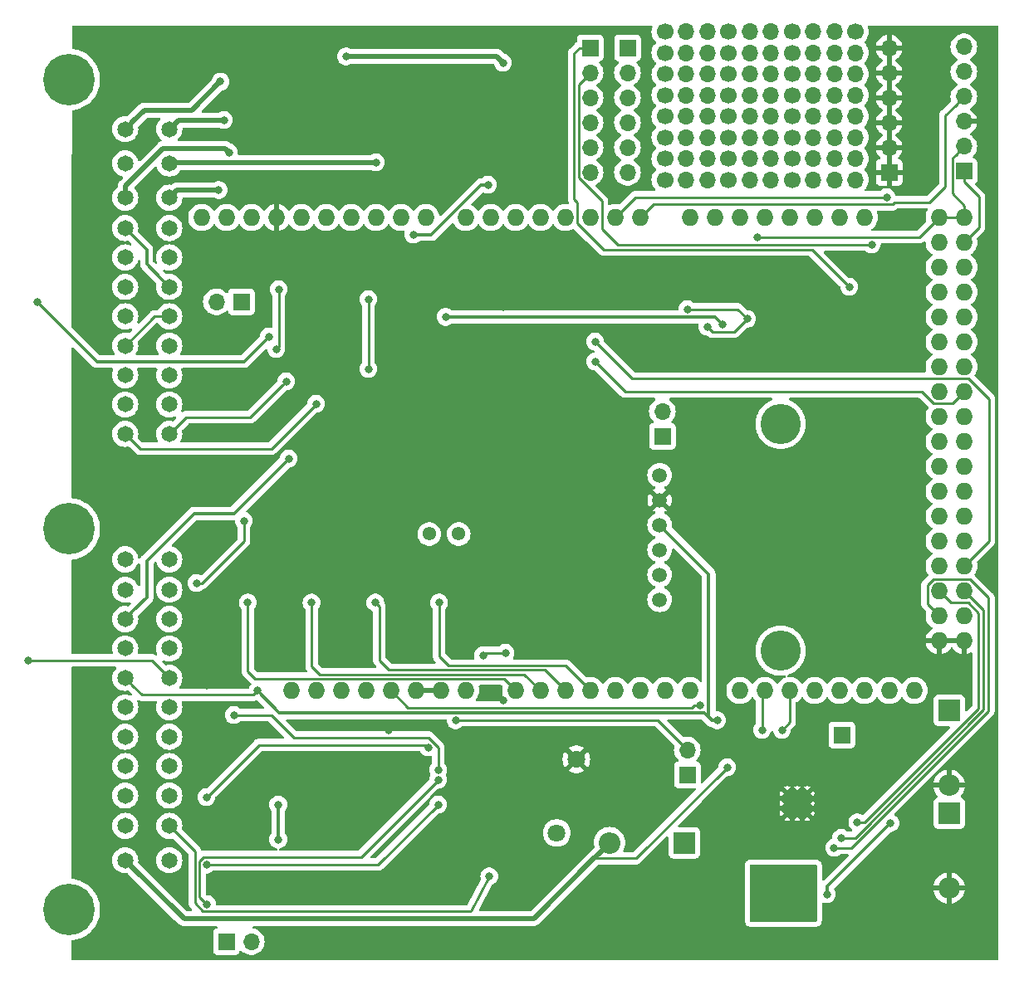
<source format=gbl>
%TF.GenerationSoftware,KiCad,Pcbnew,7.0.1-0*%
%TF.CreationDate,2023-05-22T10:15:59+10:00*%
%TF.ProjectId,NA6 v1.3,4e413620-7631-42e3-932e-6b696361645f,rev?*%
%TF.SameCoordinates,Original*%
%TF.FileFunction,Copper,L2,Bot*%
%TF.FilePolarity,Positive*%
%FSLAX46Y46*%
G04 Gerber Fmt 4.6, Leading zero omitted, Abs format (unit mm)*
G04 Created by KiCad (PCBNEW 7.0.1-0) date 2023-05-22 10:15:59*
%MOMM*%
%LPD*%
G01*
G04 APERTURE LIST*
G04 Aperture macros list*
%AMRoundRect*
0 Rectangle with rounded corners*
0 $1 Rounding radius*
0 $2 $3 $4 $5 $6 $7 $8 $9 X,Y pos of 4 corners*
0 Add a 4 corners polygon primitive as box body*
4,1,4,$2,$3,$4,$5,$6,$7,$8,$9,$2,$3,0*
0 Add four circle primitives for the rounded corners*
1,1,$1+$1,$2,$3*
1,1,$1+$1,$4,$5*
1,1,$1+$1,$6,$7*
1,1,$1+$1,$8,$9*
0 Add four rect primitives between the rounded corners*
20,1,$1+$1,$2,$3,$4,$5,0*
20,1,$1+$1,$4,$5,$6,$7,0*
20,1,$1+$1,$6,$7,$8,$9,0*
20,1,$1+$1,$8,$9,$2,$3,0*%
G04 Aperture macros list end*
%TA.AperFunction,ComponentPad*%
%ADD10O,1.700000X1.700000*%
%TD*%
%TA.AperFunction,ComponentPad*%
%ADD11C,1.700000*%
%TD*%
%TA.AperFunction,ComponentPad*%
%ADD12C,5.250000*%
%TD*%
%TA.AperFunction,ComponentPad*%
%ADD13C,1.650000*%
%TD*%
%TA.AperFunction,ComponentPad*%
%ADD14C,1.381000*%
%TD*%
%TA.AperFunction,ComponentPad*%
%ADD15R,1.700000X1.700000*%
%TD*%
%TA.AperFunction,ComponentPad*%
%ADD16C,1.500000*%
%TD*%
%TA.AperFunction,ComponentPad*%
%ADD17C,4.100000*%
%TD*%
%TA.AperFunction,ComponentPad*%
%ADD18C,1.800000*%
%TD*%
%TA.AperFunction,ComponentPad*%
%ADD19O,2.200000X2.200000*%
%TD*%
%TA.AperFunction,ComponentPad*%
%ADD20R,2.200000X2.200000*%
%TD*%
%TA.AperFunction,ComponentPad*%
%ADD21C,0.500000*%
%TD*%
%TA.AperFunction,SMDPad,CuDef*%
%ADD22RoundRect,0.250000X1.000000X-1.000000X1.000000X1.000000X-1.000000X1.000000X-1.000000X-1.000000X0*%
%TD*%
%TA.AperFunction,ComponentPad*%
%ADD23O,1.727200X1.727200*%
%TD*%
%TA.AperFunction,ViaPad*%
%ADD24C,0.800000*%
%TD*%
%TA.AperFunction,Conductor*%
%ADD25C,0.250000*%
%TD*%
%TA.AperFunction,Conductor*%
%ADD26C,0.350000*%
%TD*%
%TA.AperFunction,Conductor*%
%ADD27C,0.300000*%
%TD*%
%TA.AperFunction,Conductor*%
%ADD28C,0.500000*%
%TD*%
G04 APERTURE END LIST*
D10*
X184658000Y-37465000D03*
X193294000Y-37465000D03*
D11*
X176022000Y-37465000D03*
D10*
X186817000Y-37465000D03*
X180340000Y-37465000D03*
X191135000Y-37465000D03*
D11*
X195453000Y-37465000D03*
X182499000Y-37465000D03*
D10*
X178181000Y-37465000D03*
D11*
X188976000Y-37465000D03*
D10*
X184658000Y-39624000D03*
X193294000Y-39624000D03*
D11*
X176022000Y-39624000D03*
D10*
X186817000Y-39624000D03*
X180340000Y-39624000D03*
X191135000Y-39624000D03*
X195453000Y-39624000D03*
D11*
X182499000Y-39624000D03*
D10*
X178181000Y-39624000D03*
D11*
X188976000Y-39624000D03*
D10*
X184658000Y-41783000D03*
X193294000Y-41783000D03*
D11*
X176022000Y-41783000D03*
D10*
X191135000Y-41783000D03*
X195453000Y-41783000D03*
D11*
X182499000Y-41783000D03*
D10*
X178181000Y-41783000D03*
X186817000Y-41783000D03*
X180340000Y-41783000D03*
D11*
X188976000Y-41783000D03*
D10*
X195453000Y-43942000D03*
X180340000Y-43942000D03*
X186817000Y-43942000D03*
X184658000Y-43942000D03*
X191135000Y-43942000D03*
D11*
X188976000Y-43942000D03*
D10*
X193294000Y-43942000D03*
D11*
X176022000Y-43942000D03*
D10*
X178181000Y-43942000D03*
D11*
X182499000Y-43942000D03*
D10*
X186817000Y-46101000D03*
X184658000Y-46101000D03*
D11*
X182499000Y-46101000D03*
D10*
X178181000Y-46101000D03*
D11*
X176022000Y-46101000D03*
D10*
X180340000Y-46101000D03*
X195453000Y-46101000D03*
D11*
X188976000Y-46101000D03*
D10*
X193294000Y-46101000D03*
X191135000Y-46101000D03*
X180340000Y-48260000D03*
X178181000Y-48260000D03*
D11*
X176022000Y-48260000D03*
D10*
X186817000Y-48260000D03*
X184658000Y-48260000D03*
D11*
X182499000Y-48260000D03*
D10*
X195453000Y-48260000D03*
X193294000Y-48260000D03*
X191135000Y-48260000D03*
D11*
X188976000Y-48260000D03*
D10*
X195453000Y-50419000D03*
X193294000Y-50419000D03*
X191135000Y-50419000D03*
D11*
X188976000Y-50419000D03*
D10*
X180340000Y-50419000D03*
X178181000Y-50419000D03*
D11*
X176022000Y-50419000D03*
D10*
X186817000Y-50419000D03*
X184658000Y-50419000D03*
D11*
X182499000Y-50419000D03*
D10*
X195453000Y-52578000D03*
X193294000Y-52578000D03*
X191135000Y-52578000D03*
D11*
X188976000Y-52578000D03*
D10*
X186817000Y-52578000D03*
X184658000Y-52578000D03*
D11*
X182499000Y-52578000D03*
D10*
X180340000Y-52578000D03*
X178181000Y-52578000D03*
D11*
X176022000Y-52578000D03*
D12*
X115300000Y-127050000D03*
X115300000Y-88200000D03*
X115300000Y-42350000D03*
D13*
X121000000Y-47400000D03*
X121000000Y-50900000D03*
X121000000Y-54400000D03*
X121000000Y-57500000D03*
X121000000Y-60500000D03*
X121000000Y-63500000D03*
X121000000Y-66500000D03*
X121000000Y-69500000D03*
X121000000Y-72500000D03*
X121000000Y-75500000D03*
X121000000Y-78500000D03*
X121000000Y-81600000D03*
X121000000Y-85100000D03*
X121000000Y-91300000D03*
X121000000Y-94400000D03*
X121000000Y-97400000D03*
X121000000Y-100400000D03*
X121000000Y-103400000D03*
X121000000Y-106400000D03*
X121000000Y-109400000D03*
X121000000Y-112400000D03*
X121000000Y-115400000D03*
X121000000Y-118500000D03*
X121000000Y-122000000D03*
X125500000Y-47400000D03*
X125500000Y-50900000D03*
X125500000Y-54400000D03*
X125500000Y-57500000D03*
X125500000Y-60500000D03*
X125500000Y-63500000D03*
X125500000Y-66500000D03*
X125500000Y-69500000D03*
X125500000Y-72500000D03*
X125500000Y-75500000D03*
X125500000Y-78500000D03*
X125500000Y-81600000D03*
X125500000Y-85100000D03*
X125500000Y-91300000D03*
X125500000Y-94400000D03*
X125500000Y-97400000D03*
X125500000Y-100400000D03*
X125500000Y-103400000D03*
X125500000Y-106400000D03*
X125500000Y-109400000D03*
X125500000Y-112400000D03*
X125500000Y-115400000D03*
X125500000Y-118500000D03*
X125500000Y-122000000D03*
D14*
X155000000Y-88714000D03*
X152000000Y-88714000D03*
D10*
X206500000Y-39014000D03*
X206500000Y-41554000D03*
X206500000Y-44094000D03*
X206500000Y-46634000D03*
X206500000Y-49174000D03*
D15*
X206500000Y-51714000D03*
X198882000Y-51816000D03*
D10*
X198882000Y-49276000D03*
X198882000Y-46736000D03*
X198882000Y-44196000D03*
X198882000Y-41656000D03*
X198882000Y-39116000D03*
D15*
X172212000Y-39116000D03*
D10*
X172212000Y-41656000D03*
X172212000Y-44196000D03*
X172212000Y-46736000D03*
X172212000Y-49276000D03*
X172212000Y-51816000D03*
D16*
X175500000Y-82714000D03*
X175500000Y-85254000D03*
X175500000Y-87794000D03*
X175500000Y-90334000D03*
X175500000Y-92874000D03*
X175500000Y-95414000D03*
D17*
X187820000Y-100614000D03*
X187820000Y-77464000D03*
D18*
X167000000Y-111714000D03*
X165000000Y-119214000D03*
D19*
X170380000Y-120214000D03*
D20*
X178000000Y-120214000D03*
X205000000Y-117214000D03*
D19*
X205000000Y-124834000D03*
D20*
X205000000Y-106714000D03*
D19*
X205000000Y-114334000D03*
D21*
X188500000Y-117214000D03*
X188500000Y-116214000D03*
X188500000Y-115214000D03*
X189500000Y-117214000D03*
X189500000Y-116214000D03*
X189500000Y-115214000D03*
X190500000Y-117214000D03*
X190500000Y-116214000D03*
X190500000Y-115214000D03*
D22*
X189500000Y-116214000D03*
D23*
X160800000Y-104674000D03*
X155720000Y-104674000D03*
X153180000Y-104674000D03*
X150640000Y-104674000D03*
X148100000Y-104674000D03*
X145560000Y-104674000D03*
X143020000Y-104674000D03*
X140480000Y-104674000D03*
X196360000Y-56414000D03*
X193820000Y-56414000D03*
X191280000Y-56414000D03*
X188740000Y-56414000D03*
X186200000Y-56414000D03*
X183660000Y-56414000D03*
X181120000Y-56414000D03*
X178580000Y-56414000D03*
X173500000Y-56414000D03*
X170960000Y-56414000D03*
X168420000Y-56414000D03*
X165880000Y-56414000D03*
X163340000Y-56414000D03*
X160800000Y-56414000D03*
X158260000Y-56414000D03*
X155720000Y-56414000D03*
X136416000Y-56414000D03*
X151656000Y-56414000D03*
X149116000Y-56414000D03*
X146576000Y-56414000D03*
X128796000Y-56414000D03*
X131336000Y-56414000D03*
X133876000Y-56414000D03*
X138956000Y-56414000D03*
X141496000Y-56414000D03*
X144036000Y-56414000D03*
X137940000Y-104674000D03*
X163340000Y-104674000D03*
X165880000Y-104674000D03*
X168420000Y-104674000D03*
X170960000Y-104674000D03*
X173500000Y-104674000D03*
X176040000Y-104674000D03*
X178580000Y-104674000D03*
X183660000Y-104674000D03*
X186200000Y-104674000D03*
X188740000Y-104674000D03*
X191280000Y-104674000D03*
X193820000Y-104674000D03*
X196360000Y-104674000D03*
X198900000Y-104674000D03*
X201440000Y-104674000D03*
X203980000Y-56414000D03*
X206520000Y-56414000D03*
X203980000Y-58954000D03*
X206520000Y-58954000D03*
X203980000Y-61494000D03*
X206520000Y-61494000D03*
X203980000Y-64034000D03*
X206520000Y-64034000D03*
X203980000Y-66574000D03*
X206520000Y-66574000D03*
X203980000Y-69114000D03*
X206520000Y-69114000D03*
X203980000Y-71654000D03*
X206520000Y-71654000D03*
X203980000Y-74194000D03*
X206520000Y-74194000D03*
X203980000Y-76734000D03*
X206520000Y-76734000D03*
X203980000Y-79274000D03*
X206520000Y-79274000D03*
X203980000Y-81814000D03*
X206520000Y-81814000D03*
X203980000Y-84354000D03*
X206520000Y-84354000D03*
X203980000Y-86894000D03*
X206520000Y-86894000D03*
X203980000Y-89434000D03*
X206520000Y-89434000D03*
X203980000Y-91974000D03*
X206520000Y-91974000D03*
X203980000Y-94514000D03*
X206520000Y-94514000D03*
X203980000Y-97054000D03*
X206520000Y-97054000D03*
X203980000Y-99594000D03*
X206520000Y-99594000D03*
D15*
X132842000Y-65024000D03*
D10*
X130302000Y-65024000D03*
D15*
X168402000Y-39116000D03*
D10*
X168402000Y-41656000D03*
X168402000Y-44196000D03*
X168402000Y-46736000D03*
X168402000Y-49276000D03*
X168402000Y-51816000D03*
D15*
X131318000Y-130302000D03*
D10*
X133858000Y-130302000D03*
D15*
X175768000Y-78740000D03*
D10*
X175768000Y-76200000D03*
D15*
X178308000Y-113284000D03*
D10*
X178308000Y-110744000D03*
D15*
X194056000Y-109220000D03*
D24*
X157734000Y-104902000D03*
X129000000Y-48214000D03*
X157500000Y-92714000D03*
X151892000Y-73406000D03*
X147828000Y-108712000D03*
X151892000Y-70612000D03*
X130500000Y-90714000D03*
X136500000Y-90714000D03*
X142000000Y-90714000D03*
X142240000Y-81026000D03*
X131318000Y-52070000D03*
X129540000Y-85090000D03*
X132080000Y-101092000D03*
X169164000Y-94996000D03*
X169164000Y-99568000D03*
X177800000Y-94234000D03*
X174244000Y-69088000D03*
X170942000Y-69088000D03*
X179832000Y-71120000D03*
X151892000Y-68072000D03*
X139192000Y-68072000D03*
X159512000Y-105664000D03*
X159512000Y-108712000D03*
X135128000Y-114808000D03*
X139954000Y-114808000D03*
X138430000Y-119888000D03*
X149098000Y-124968000D03*
X153162000Y-124968000D03*
X195072000Y-61468000D03*
X186690000Y-66802000D03*
X192278000Y-67310000D03*
X200660000Y-63500000D03*
X144272000Y-46736000D03*
X129286000Y-104140000D03*
X117856000Y-109474000D03*
X135128000Y-71882000D03*
X126238000Y-42164000D03*
X123698000Y-43180000D03*
X130048000Y-41148000D03*
X186690000Y-65024000D03*
X200152000Y-56642000D03*
X130810000Y-44450000D03*
X171450000Y-127635000D03*
X151765000Y-119380000D03*
X187960000Y-86360000D03*
X193040000Y-86360000D03*
X193040000Y-91440000D03*
X187960000Y-91440000D03*
X196850000Y-82550000D03*
X183642000Y-75692000D03*
X183388000Y-84582000D03*
X190754000Y-75692000D03*
X192278000Y-65024000D03*
X192278000Y-70358000D03*
X196342000Y-76962000D03*
X159512000Y-58166000D03*
X159512000Y-65532000D03*
X156210000Y-63500000D03*
X152400000Y-62230000D03*
X161036000Y-43942000D03*
X161036000Y-51816000D03*
X119888000Y-130302000D03*
X145288000Y-42672000D03*
X141986000Y-87376000D03*
X136525000Y-87376000D03*
X134500000Y-104714000D03*
X181356000Y-107714000D03*
X153000000Y-95714000D03*
X146500000Y-95714000D03*
X133500000Y-95714000D03*
X140000000Y-95714000D03*
X199000000Y-118214000D03*
X192532000Y-125476004D03*
X187198000Y-123444000D03*
X187198000Y-127000000D03*
X190754000Y-127762000D03*
X190754000Y-122936000D03*
X159766000Y-100838000D03*
X157480000Y-101092000D03*
X128270000Y-93726000D03*
X133096000Y-87375996D03*
X185420000Y-58420000D03*
X178308000Y-65786000D03*
X184404000Y-66765000D03*
X180340000Y-67564000D03*
X179600341Y-106158990D03*
X145796000Y-64770000D03*
X157988000Y-53086000D03*
X135636000Y-68580000D03*
X112014000Y-65024000D03*
X182372000Y-112522000D03*
X136601991Y-119888000D03*
X136601991Y-116332000D03*
X150368000Y-58165994D03*
X145796000Y-71882000D03*
X129286000Y-115570000D03*
X151887347Y-110494653D03*
X132080000Y-107188000D03*
X152908000Y-112776000D03*
X130531000Y-53619000D03*
X131572000Y-49784000D03*
X131064008Y-46482000D03*
X130709384Y-42571384D03*
X146558000Y-50800000D03*
X159512000Y-40640000D03*
X143510000Y-39989000D03*
X168910000Y-71120000D03*
X168910000Y-69088000D03*
X198628002Y-54356000D03*
X185928000Y-108712000D03*
X137668000Y-81026000D03*
X195640956Y-118126281D03*
X194000000Y-119714000D03*
X193274990Y-120731898D03*
X137414000Y-73151996D03*
X194818000Y-63500000D03*
X197104000Y-59182000D03*
X158115000Y-123634500D03*
X181864000Y-67310000D03*
X153670000Y-66561010D03*
X140462000Y-75438000D03*
X187960000Y-108712000D03*
X136652000Y-63754000D03*
X136398000Y-69850000D03*
X152908000Y-113792000D03*
X129336009Y-126492000D03*
X152908000Y-116332000D03*
X129297514Y-122439514D03*
X111125000Y-101600000D03*
X154686000Y-107709000D03*
D25*
X121824999Y-104224999D02*
X121000000Y-103400000D01*
X122713999Y-105113999D02*
X121824999Y-104224999D01*
X134100001Y-105113999D02*
X122713999Y-105113999D01*
X134500000Y-104714000D02*
X134100001Y-105113999D01*
D26*
X134500000Y-104714000D02*
X136720000Y-106934000D01*
X136720000Y-106934000D02*
X180010315Y-106934000D01*
X180790315Y-107714000D02*
X181356000Y-107714000D01*
X180010315Y-106934000D02*
X180790315Y-107714000D01*
X180500000Y-92794000D02*
X175500000Y-87794000D01*
X180500000Y-107348000D02*
X180500000Y-92794000D01*
X180848000Y-107696000D02*
X180500000Y-107348000D01*
D25*
X153000000Y-101214000D02*
X153000000Y-95714000D01*
X153921367Y-102135367D02*
X153000000Y-101214000D01*
X165881367Y-102135367D02*
X153921367Y-102135367D01*
X168420000Y-104674000D02*
X165881367Y-102135367D01*
X124000000Y-66500000D02*
X125500000Y-66500000D01*
X121000000Y-69500000D02*
X124000000Y-66500000D01*
X146899999Y-96113999D02*
X146500000Y-95714000D01*
X146899999Y-101613999D02*
X146899999Y-96113999D01*
X147871377Y-102585377D02*
X146899999Y-101613999D01*
X163791377Y-102585377D02*
X147871377Y-102585377D01*
X165880000Y-104674000D02*
X163791377Y-102585377D01*
X134271399Y-103485399D02*
X159611399Y-103485399D01*
X159936401Y-103810401D02*
X160800000Y-104674000D01*
X159611399Y-103485399D02*
X159936401Y-103810401D01*
X133500000Y-102714000D02*
X134271399Y-103485399D01*
X133500000Y-95714000D02*
X133500000Y-102714000D01*
X140821388Y-103035388D02*
X140000000Y-102214000D01*
X163340000Y-104674000D02*
X161701388Y-103035388D01*
X140000000Y-102214000D02*
X140000000Y-95714000D01*
X161701388Y-103035388D02*
X140821388Y-103035388D01*
D27*
X199000000Y-118214000D02*
X192532000Y-124682000D01*
X192532000Y-124682000D02*
X192532000Y-124910319D01*
X192532000Y-124910319D02*
X192532000Y-125476004D01*
D25*
X157734000Y-100838000D02*
X157480000Y-101092000D01*
X159766000Y-100838000D02*
X157734000Y-100838000D01*
X205650001Y-50023999D02*
X206500000Y-49174000D01*
X205324999Y-50349001D02*
X205650001Y-50023999D01*
X206520000Y-55192686D02*
X205324999Y-53997685D01*
X205324999Y-53997685D02*
X205324999Y-50349001D01*
X206520000Y-56414000D02*
X206520000Y-55192686D01*
X128835685Y-93726000D02*
X133096000Y-89465685D01*
X133096000Y-87941681D02*
X133096000Y-87375996D01*
X128270000Y-93726000D02*
X128835685Y-93726000D01*
X133096000Y-89465685D02*
X133096000Y-87941681D01*
X205201314Y-56414000D02*
X206520000Y-56414000D01*
X203980000Y-56414000D02*
X205201314Y-56414000D01*
X201974000Y-58420000D02*
X185420000Y-58420000D01*
X203980000Y-56414000D02*
X201974000Y-58420000D01*
X183425000Y-65786000D02*
X184404000Y-66765000D01*
X178308000Y-65786000D02*
X183425000Y-65786000D01*
X180848000Y-68072000D02*
X180340000Y-67564000D01*
X183097000Y-68072000D02*
X180848000Y-68072000D01*
X184404000Y-66765000D02*
X183097000Y-68072000D01*
X179034656Y-106158990D02*
X179600341Y-106158990D01*
X149852000Y-106426000D02*
X178767646Y-106426000D01*
X148100000Y-104674000D02*
X149852000Y-106426000D01*
X178767646Y-106426000D02*
X179034656Y-106158990D01*
D27*
X118110000Y-71120000D02*
X112014000Y-65024000D01*
X133096000Y-71120000D02*
X118110000Y-71120000D01*
X135636000Y-68580000D02*
X133096000Y-71120000D01*
X136601991Y-116332000D02*
X136601991Y-116897685D01*
X136601991Y-116897685D02*
X136601991Y-119888000D01*
D28*
X169280001Y-121313999D02*
X170380000Y-120214000D01*
X127000000Y-127952500D02*
X162641500Y-127952500D01*
X121000000Y-122000000D02*
X127000000Y-127952500D01*
X162641500Y-127952500D02*
X168792000Y-121802000D01*
X168792000Y-121802000D02*
X169280001Y-121313999D01*
D25*
X173092000Y-121802000D02*
X182372000Y-112522000D01*
X168792000Y-121802000D02*
X173092000Y-121802000D01*
D27*
X157988000Y-53086000D02*
X157288870Y-53086000D01*
X157288870Y-53086000D02*
X152208876Y-58165994D01*
X152208876Y-58165994D02*
X150933685Y-58165994D01*
X150933685Y-58165994D02*
X150368000Y-58165994D01*
D25*
X145796000Y-64770000D02*
X145796000Y-71882000D01*
X151628694Y-110236000D02*
X151887347Y-110494653D01*
X134620000Y-110236000D02*
X151628694Y-110236000D01*
X129286000Y-115570000D02*
X134620000Y-110236000D01*
X152908000Y-110490000D02*
X152908000Y-112776000D01*
X151892000Y-109474000D02*
X152908000Y-110490000D01*
X138176000Y-109474000D02*
X151892000Y-109474000D01*
X135890000Y-107188000D02*
X138176000Y-109474000D01*
X132080000Y-107188000D02*
X135890000Y-107188000D01*
X152908000Y-112776000D02*
X152908000Y-112776000D01*
D28*
X126281000Y-53619000D02*
X125500000Y-54400000D01*
X130531000Y-53619000D02*
X126281000Y-53619000D01*
X131172001Y-49384001D02*
X131572000Y-49784000D01*
X124849273Y-49384001D02*
X131172001Y-49384001D01*
X121000000Y-54400000D02*
X121000000Y-53233274D01*
X121000000Y-53233274D02*
X124849273Y-49384001D01*
X126418000Y-46482000D02*
X130498323Y-46482000D01*
X130498323Y-46482000D02*
X131064008Y-46482000D01*
X125500000Y-47400000D02*
X126418000Y-46482000D01*
X122934000Y-45466000D02*
X121824999Y-46575001D01*
X127814768Y-45466000D02*
X122934000Y-45466000D01*
X121824999Y-46575001D02*
X121000000Y-47400000D01*
X130709384Y-42571384D02*
X127814768Y-45466000D01*
X125600000Y-50800000D02*
X125500000Y-50900000D01*
X146558000Y-50800000D02*
X125600000Y-50800000D01*
X158861000Y-39989000D02*
X143510000Y-39989000D01*
X159512000Y-40640000D02*
X158861000Y-39989000D01*
D25*
X206500000Y-52814000D02*
X206500000Y-51714000D01*
X208026000Y-54340000D02*
X206500000Y-52814000D01*
X208026000Y-57448000D02*
X208026000Y-54340000D01*
X206520000Y-58954000D02*
X208026000Y-57448000D01*
X204617010Y-45976990D02*
X205650001Y-44943999D01*
X205650001Y-44943999D02*
X206500000Y-44094000D01*
X203019190Y-54864000D02*
X204617010Y-53266180D01*
X204617010Y-53266180D02*
X204617010Y-45976990D01*
X174832999Y-55081001D02*
X199230001Y-55081001D01*
X199230001Y-55081001D02*
X199447002Y-54864000D01*
X173500000Y-56414000D02*
X174832999Y-55081001D01*
X199447002Y-54864000D02*
X203019190Y-54864000D01*
X171984000Y-74194000D02*
X168910000Y-71120000D01*
X203409471Y-75382601D02*
X202220870Y-74194000D01*
X205331399Y-75382601D02*
X203409471Y-75382601D01*
X202220870Y-74194000D02*
X171984000Y-74194000D01*
X206520000Y-74194000D02*
X205331399Y-75382601D01*
X206927731Y-72842601D02*
X172664601Y-72842601D01*
X209042000Y-89452000D02*
X209042000Y-74956870D01*
X172664601Y-72842601D02*
X168910000Y-69088000D01*
X209042000Y-74956870D02*
X206927731Y-72842601D01*
X206520000Y-91974000D02*
X209042000Y-89452000D01*
X173018000Y-54356000D02*
X198628002Y-54356000D01*
X170960000Y-56414000D02*
X173018000Y-54356000D01*
X185928000Y-104946000D02*
X186200000Y-104674000D01*
X185928000Y-108712000D02*
X185928000Y-104946000D01*
D26*
X121824999Y-96575001D02*
X121000000Y-97400000D01*
X128016000Y-86614000D02*
X123190000Y-91440000D01*
X132080000Y-86614000D02*
X128016000Y-86614000D01*
X137668000Y-81026000D02*
X132080000Y-86614000D01*
X123190000Y-95210000D02*
X121824999Y-96575001D01*
X123190000Y-91440000D02*
X123190000Y-95210000D01*
D25*
X208000000Y-96774870D02*
X208000000Y-106499002D01*
X196372721Y-118126281D02*
X196206641Y-118126281D01*
X203980000Y-94514000D02*
X205168601Y-95702601D01*
X196206641Y-118126281D02*
X195640956Y-118126281D01*
X206927731Y-95702601D02*
X208000000Y-96774870D01*
X205168601Y-95702601D02*
X206927731Y-95702601D01*
X208000000Y-106499002D02*
X196372721Y-118126281D01*
X208500000Y-106635414D02*
X208500000Y-96494000D01*
X194000000Y-119714000D02*
X195421413Y-119714000D01*
X195421413Y-119714000D02*
X208500000Y-106635414D01*
X208500000Y-96494000D02*
X207383599Y-95377599D01*
X207383599Y-95377599D02*
X206520000Y-94514000D01*
X195039926Y-120731898D02*
X209000000Y-106771824D01*
X193274990Y-120731898D02*
X195039926Y-120731898D01*
X207090529Y-93325399D02*
X203388601Y-93325399D01*
X209000000Y-95234870D02*
X207090529Y-93325399D01*
X209000000Y-106771824D02*
X209000000Y-95234870D01*
X203116401Y-96190401D02*
X203980000Y-97054000D01*
X202791399Y-93922601D02*
X202791399Y-95865399D01*
X202791399Y-95865399D02*
X203116401Y-96190401D01*
X203388601Y-93325399D02*
X202791399Y-93922601D01*
X137014001Y-73551995D02*
X137414000Y-73151996D01*
X133761997Y-76803999D02*
X137014001Y-73551995D01*
X127196001Y-76803999D02*
X133761997Y-76803999D01*
X125500000Y-78500000D02*
X127196001Y-76803999D01*
X167302000Y-39116000D02*
X168402000Y-39116000D01*
X166776989Y-39641011D02*
X167302000Y-39116000D01*
X166776989Y-54572388D02*
X166776989Y-39641011D01*
X167068601Y-54864000D02*
X166776989Y-54572388D01*
X167068601Y-56984529D02*
X167068601Y-54864000D01*
X169774072Y-59690000D02*
X167068601Y-56984529D01*
X191008000Y-59690000D02*
X169774072Y-59690000D01*
X194818000Y-63500000D02*
X191008000Y-59690000D01*
X167552001Y-42505999D02*
X168402000Y-41656000D01*
X167226999Y-42831001D02*
X167552001Y-42505999D01*
X167226999Y-52380001D02*
X167226999Y-42831001D01*
X169608601Y-54761603D02*
X167226999Y-52380001D01*
X171196000Y-59182000D02*
X169608601Y-57594601D01*
X169608601Y-57594601D02*
X169608601Y-54761603D01*
X197104000Y-59182000D02*
X171196000Y-59182000D01*
X158115000Y-123634500D02*
X156246999Y-127217001D01*
X128110990Y-126389992D02*
X128110990Y-121110990D01*
X156246999Y-127217001D02*
X128937999Y-127217001D01*
X128110990Y-121110990D02*
X125500000Y-118500000D01*
X128937999Y-127217001D02*
X128110990Y-126389992D01*
D27*
X123190000Y-61190000D02*
X124675001Y-62675001D01*
X124675001Y-62675001D02*
X125500000Y-63500000D01*
X123190000Y-59690000D02*
X123190000Y-61190000D01*
X121000000Y-57500000D02*
X123190000Y-59690000D01*
X181115010Y-66561010D02*
X154235685Y-66561010D01*
X181864000Y-67310000D02*
X181115010Y-66561010D01*
X154235685Y-66561010D02*
X153670000Y-66561010D01*
D25*
X122510000Y-80010000D02*
X135890000Y-80010000D01*
X135890000Y-80010000D02*
X140462000Y-75438000D01*
X121000000Y-78500000D02*
X122510000Y-80010000D01*
X188740000Y-107932000D02*
X188740000Y-104674000D01*
X187960000Y-108712000D02*
X188740000Y-107932000D01*
X136652000Y-69596000D02*
X136398000Y-69850000D01*
X136652000Y-63754000D02*
X136652000Y-69596000D01*
X128936010Y-126092001D02*
X129336009Y-126492000D01*
X128560999Y-122079999D02*
X128560999Y-125716990D01*
X128974998Y-121666000D02*
X128560999Y-122079999D01*
X152908000Y-113792000D02*
X145034000Y-121666000D01*
X145034000Y-121666000D02*
X128974998Y-121666000D01*
X128560999Y-125716990D02*
X128936010Y-126092001D01*
X129863199Y-122439514D02*
X129297514Y-122439514D01*
X146800486Y-122439514D02*
X129863199Y-122439514D01*
X152908000Y-116332000D02*
X146800486Y-122439514D01*
X123700000Y-101600000D02*
X125500000Y-103400000D01*
X111125000Y-101600000D02*
X123700000Y-101600000D01*
X175273000Y-107709000D02*
X154686000Y-107709000D01*
X178308000Y-110744000D02*
X175273000Y-107709000D01*
%TA.AperFunction,Conductor*%
G36*
X174684203Y-36845186D02*
G01*
X174729716Y-36887083D01*
X174749803Y-36945593D01*
X174739623Y-37006609D01*
X174732704Y-37022384D01*
X174677436Y-37240632D01*
X174658844Y-37465000D01*
X174677436Y-37689368D01*
X174677436Y-37689371D01*
X174677437Y-37689372D01*
X174732702Y-37907611D01*
X174823139Y-38113790D01*
X174946278Y-38302268D01*
X175090710Y-38459161D01*
X175120153Y-38513567D01*
X175120154Y-38575430D01*
X175090710Y-38629836D01*
X174946281Y-38786728D01*
X174946279Y-38786730D01*
X174946278Y-38786732D01*
X174911942Y-38839285D01*
X174823139Y-38975209D01*
X174732702Y-39181388D01*
X174680462Y-39387682D01*
X174677436Y-39399632D01*
X174658844Y-39624000D01*
X174677436Y-39848368D01*
X174677436Y-39848371D01*
X174677437Y-39848372D01*
X174732702Y-40066611D01*
X174823139Y-40272790D01*
X174914621Y-40412813D01*
X174946278Y-40461268D01*
X175028969Y-40551094D01*
X175090710Y-40618161D01*
X175120153Y-40672567D01*
X175120154Y-40734430D01*
X175090710Y-40788836D01*
X174946281Y-40945728D01*
X174946279Y-40945730D01*
X174946278Y-40945732D01*
X174918481Y-40988279D01*
X174823139Y-41134209D01*
X174732702Y-41340388D01*
X174678609Y-41553999D01*
X174677436Y-41558632D01*
X174665507Y-41702590D01*
X174659071Y-41780266D01*
X174658844Y-41783000D01*
X174677436Y-42007368D01*
X174677436Y-42007371D01*
X174677437Y-42007372D01*
X174732702Y-42225611D01*
X174823139Y-42431790D01*
X174942500Y-42614485D01*
X174946278Y-42620268D01*
X175076120Y-42761313D01*
X175090710Y-42777161D01*
X175120153Y-42831567D01*
X175120154Y-42893430D01*
X175090710Y-42947836D01*
X174946281Y-43104728D01*
X174946279Y-43104730D01*
X174946278Y-43104732D01*
X174911942Y-43157285D01*
X174823139Y-43293209D01*
X174732702Y-43499388D01*
X174694212Y-43651384D01*
X174677436Y-43717632D01*
X174658844Y-43942000D01*
X174677436Y-44166368D01*
X174677436Y-44166371D01*
X174677437Y-44166372D01*
X174732702Y-44384611D01*
X174823139Y-44590790D01*
X174906323Y-44718113D01*
X174946278Y-44779268D01*
X175086205Y-44931268D01*
X175090711Y-44936162D01*
X175120154Y-44990569D01*
X175120154Y-45052431D01*
X175090711Y-45106836D01*
X175090712Y-45106837D01*
X175090711Y-45106838D01*
X174946278Y-45263731D01*
X174823139Y-45452209D01*
X174732702Y-45658388D01*
X174683133Y-45854134D01*
X174677436Y-45876632D01*
X174658844Y-46101000D01*
X174677436Y-46325368D01*
X174677436Y-46325371D01*
X174677437Y-46325372D01*
X174732702Y-46543611D01*
X174823139Y-46749790D01*
X174946278Y-46938268D01*
X175090710Y-47095162D01*
X175120153Y-47149569D01*
X175120153Y-47211431D01*
X175090710Y-47265838D01*
X174946278Y-47422731D01*
X174823139Y-47611209D01*
X174732702Y-47817388D01*
X174682780Y-48014528D01*
X174677436Y-48035632D01*
X174658844Y-48260000D01*
X174677436Y-48484368D01*
X174677436Y-48484371D01*
X174677437Y-48484372D01*
X174732702Y-48702611D01*
X174732703Y-48702614D01*
X174732704Y-48702616D01*
X174746485Y-48734034D01*
X174823139Y-48908790D01*
X174946278Y-49097268D01*
X175090710Y-49254162D01*
X175120153Y-49308569D01*
X175120153Y-49370431D01*
X175090710Y-49424838D01*
X174946278Y-49581731D01*
X174823139Y-49770209D01*
X174732702Y-49976388D01*
X174696048Y-50121134D01*
X174677436Y-50194632D01*
X174658844Y-50419000D01*
X174677436Y-50643368D01*
X174677436Y-50643371D01*
X174677437Y-50643372D01*
X174732702Y-50861611D01*
X174823139Y-51067790D01*
X174946278Y-51256268D01*
X175090710Y-51413162D01*
X175120153Y-51467569D01*
X175120153Y-51529431D01*
X175090710Y-51583838D01*
X174946278Y-51740731D01*
X174823139Y-51929209D01*
X174732702Y-52135388D01*
X174692313Y-52294883D01*
X174677436Y-52353632D01*
X174658844Y-52578000D01*
X174677436Y-52802368D01*
X174677436Y-52802371D01*
X174677437Y-52802372D01*
X174732702Y-53020611D01*
X174732703Y-53020614D01*
X174732704Y-53020616D01*
X174738154Y-53033040D01*
X174823139Y-53226790D01*
X174917132Y-53370657D01*
X174946278Y-53415268D01*
X175012502Y-53487206D01*
X175034556Y-53511162D01*
X175062910Y-53561547D01*
X175065777Y-53619291D01*
X175042553Y-53672236D01*
X174998128Y-53709236D01*
X174941855Y-53722500D01*
X173101854Y-53722500D01*
X173081064Y-53720204D01*
X173010002Y-53722438D01*
X173006044Y-53722500D01*
X172978142Y-53722500D01*
X172974134Y-53723006D01*
X172962313Y-53723936D01*
X172918109Y-53725325D01*
X172898653Y-53730978D01*
X172879301Y-53734986D01*
X172859200Y-53737526D01*
X172818094Y-53753800D01*
X172806870Y-53757643D01*
X172764405Y-53769981D01*
X172746960Y-53780297D01*
X172729217Y-53788989D01*
X172710384Y-53796446D01*
X172674616Y-53822433D01*
X172664697Y-53828949D01*
X172626636Y-53851458D01*
X172612311Y-53865783D01*
X172597284Y-53878617D01*
X172580894Y-53890525D01*
X172552701Y-53924604D01*
X172544713Y-53933381D01*
X171428626Y-55049468D01*
X171367930Y-55083131D01*
X171308448Y-55080053D01*
X171308283Y-55081046D01*
X171299590Y-55079595D01*
X171298617Y-55079545D01*
X171298251Y-55079419D01*
X171297980Y-55079326D01*
X171073698Y-55041900D01*
X171073695Y-55041900D01*
X170846305Y-55041900D01*
X170846302Y-55041900D01*
X170622017Y-55079327D01*
X170409013Y-55152451D01*
X170349935Y-55157962D01*
X170294885Y-55135823D01*
X170256072Y-55090944D01*
X170242101Y-55033278D01*
X170242101Y-54845456D01*
X170244396Y-54824666D01*
X170244254Y-54820155D01*
X170242162Y-54753603D01*
X170242101Y-54749646D01*
X170242101Y-54721752D01*
X170242101Y-54721747D01*
X170241594Y-54717741D01*
X170240663Y-54705908D01*
X170240517Y-54701249D01*
X170239275Y-54661714D01*
X170233621Y-54642255D01*
X170229614Y-54622909D01*
X170227075Y-54602806D01*
X170210795Y-54561689D01*
X170206954Y-54550469D01*
X170194618Y-54508008D01*
X170184307Y-54490573D01*
X170175609Y-54472818D01*
X170173211Y-54466761D01*
X170168153Y-54453986D01*
X170142166Y-54418219D01*
X170135648Y-54408296D01*
X170127740Y-54394924D01*
X170113143Y-54370241D01*
X170098813Y-54355911D01*
X170085979Y-54340884D01*
X170074073Y-54324496D01*
X170074072Y-54324495D01*
X170039995Y-54296303D01*
X170031217Y-54288315D01*
X168976707Y-53233805D01*
X168946213Y-53184388D01*
X168941118Y-53126544D01*
X168962506Y-53072558D01*
X169005833Y-53033896D01*
X169007415Y-53033040D01*
X169147576Y-52957189D01*
X169325240Y-52818906D01*
X169477722Y-52653268D01*
X169600860Y-52464791D01*
X169691296Y-52258616D01*
X169746564Y-52040368D01*
X169765156Y-51816000D01*
X170848844Y-51816000D01*
X170867436Y-52040368D01*
X170867436Y-52040371D01*
X170867437Y-52040372D01*
X170922702Y-52258611D01*
X171013139Y-52464790D01*
X171136278Y-52653268D01*
X171288762Y-52818908D01*
X171444512Y-52940134D01*
X171466424Y-52957189D01*
X171664426Y-53064342D01*
X171877365Y-53137444D01*
X172099431Y-53174500D01*
X172324566Y-53174500D01*
X172324569Y-53174500D01*
X172546635Y-53137444D01*
X172759574Y-53064342D01*
X172957576Y-52957189D01*
X173135240Y-52818906D01*
X173287722Y-52653268D01*
X173410860Y-52464791D01*
X173501296Y-52258616D01*
X173556564Y-52040368D01*
X173575156Y-51816000D01*
X173556564Y-51591632D01*
X173501296Y-51373384D01*
X173410860Y-51167209D01*
X173287722Y-50978732D01*
X173135240Y-50813094D01*
X173135239Y-50813093D01*
X173135237Y-50813091D01*
X172957579Y-50674813D01*
X172957577Y-50674812D01*
X172957576Y-50674811D01*
X172924317Y-50656812D01*
X172876047Y-50610498D01*
X172858288Y-50546000D01*
X172876047Y-50481502D01*
X172924317Y-50435187D01*
X172957576Y-50417189D01*
X173135240Y-50278906D01*
X173287722Y-50113268D01*
X173410860Y-49924791D01*
X173501296Y-49718616D01*
X173556564Y-49500368D01*
X173575156Y-49276000D01*
X173556564Y-49051632D01*
X173501296Y-48833384D01*
X173410860Y-48627209D01*
X173287722Y-48438732D01*
X173135240Y-48273094D01*
X173135239Y-48273093D01*
X173135237Y-48273091D01*
X172957579Y-48134813D01*
X172957577Y-48134812D01*
X172957576Y-48134811D01*
X172924317Y-48116812D01*
X172876047Y-48070498D01*
X172858288Y-48006000D01*
X172876047Y-47941502D01*
X172924317Y-47895187D01*
X172957576Y-47877189D01*
X173135240Y-47738906D01*
X173287722Y-47573268D01*
X173410860Y-47384791D01*
X173501296Y-47178616D01*
X173556564Y-46960368D01*
X173575156Y-46736000D01*
X173556564Y-46511632D01*
X173501296Y-46293384D01*
X173410860Y-46087209D01*
X173287722Y-45898732D01*
X173135240Y-45733094D01*
X173135239Y-45733093D01*
X173135237Y-45733091D01*
X172957579Y-45594813D01*
X172957577Y-45594812D01*
X172957576Y-45594811D01*
X172924317Y-45576812D01*
X172876047Y-45530498D01*
X172858288Y-45466000D01*
X172876047Y-45401502D01*
X172924317Y-45355187D01*
X172957576Y-45337189D01*
X173135240Y-45198906D01*
X173287722Y-45033268D01*
X173410860Y-44844791D01*
X173501296Y-44638616D01*
X173556564Y-44420368D01*
X173575156Y-44196000D01*
X173556564Y-43971632D01*
X173501296Y-43753384D01*
X173410860Y-43547209D01*
X173287722Y-43358732D01*
X173135240Y-43193094D01*
X173135239Y-43193093D01*
X173135237Y-43193091D01*
X172957578Y-43054812D01*
X172924317Y-43036812D01*
X172876046Y-42990495D01*
X172858288Y-42925997D01*
X172876049Y-42861499D01*
X172924317Y-42815187D01*
X172957576Y-42797189D01*
X173135240Y-42658906D01*
X173287722Y-42493268D01*
X173410860Y-42304791D01*
X173501296Y-42098616D01*
X173556564Y-41880368D01*
X173575156Y-41656000D01*
X173556564Y-41431632D01*
X173501296Y-41213384D01*
X173410860Y-41007209D01*
X173287722Y-40818732D01*
X173144523Y-40663178D01*
X173115287Y-40609575D01*
X173114684Y-40548519D01*
X173142859Y-40494348D01*
X173193188Y-40459787D01*
X173308204Y-40416889D01*
X173425261Y-40329261D01*
X173512889Y-40212204D01*
X173563989Y-40075201D01*
X173570500Y-40014638D01*
X173570500Y-38217362D01*
X173563989Y-38156799D01*
X173512889Y-38019796D01*
X173506373Y-38011091D01*
X173425261Y-37902738D01*
X173308205Y-37815111D01*
X173239702Y-37789561D01*
X173171201Y-37764011D01*
X173110638Y-37757500D01*
X171313362Y-37757500D01*
X171252799Y-37764011D01*
X171115794Y-37815111D01*
X170998738Y-37902738D01*
X170911111Y-38019794D01*
X170876052Y-38113791D01*
X170860011Y-38156799D01*
X170853500Y-38217362D01*
X170853500Y-40014638D01*
X170860011Y-40075201D01*
X170870401Y-40103057D01*
X170911111Y-40212205D01*
X170998738Y-40329261D01*
X171115794Y-40416888D01*
X171115795Y-40416888D01*
X171115796Y-40416889D01*
X171230809Y-40459787D01*
X171281140Y-40494348D01*
X171309315Y-40548519D01*
X171308712Y-40609574D01*
X171279475Y-40663178D01*
X171136281Y-40818728D01*
X171136279Y-40818730D01*
X171136278Y-40818732D01*
X171128963Y-40829929D01*
X171013139Y-41007209D01*
X170922702Y-41213388D01*
X170867566Y-41431118D01*
X170867436Y-41431632D01*
X170848844Y-41656000D01*
X170867436Y-41880368D01*
X170867436Y-41880371D01*
X170867437Y-41880372D01*
X170922702Y-42098611D01*
X171013139Y-42304790D01*
X171069638Y-42391268D01*
X171136278Y-42493268D01*
X171194861Y-42556906D01*
X171288762Y-42658908D01*
X171358498Y-42713186D01*
X171466424Y-42797189D01*
X171499682Y-42815187D01*
X171547951Y-42861500D01*
X171565711Y-42925997D01*
X171547953Y-42990494D01*
X171499683Y-43036811D01*
X171466423Y-43054810D01*
X171288762Y-43193091D01*
X171136278Y-43358731D01*
X171013139Y-43547209D01*
X170922702Y-43753388D01*
X170867437Y-43971627D01*
X170867436Y-43971632D01*
X170848844Y-44196000D01*
X170867436Y-44420368D01*
X170867436Y-44420371D01*
X170867437Y-44420372D01*
X170922702Y-44638611D01*
X171013139Y-44844790D01*
X171073698Y-44937482D01*
X171136278Y-45033268D01*
X171194861Y-45096906D01*
X171288762Y-45198908D01*
X171466418Y-45337185D01*
X171466420Y-45337186D01*
X171466424Y-45337189D01*
X171499682Y-45355187D01*
X171547952Y-45401503D01*
X171565711Y-45466000D01*
X171547952Y-45530497D01*
X171499682Y-45576812D01*
X171475488Y-45589906D01*
X171466418Y-45594814D01*
X171288762Y-45733091D01*
X171136278Y-45898731D01*
X171013139Y-46087209D01*
X170922702Y-46293388D01*
X170868862Y-46506000D01*
X170867436Y-46511632D01*
X170848844Y-46736000D01*
X170867436Y-46960368D01*
X170867436Y-46960371D01*
X170867437Y-46960372D01*
X170922702Y-47178611D01*
X170922703Y-47178614D01*
X170922704Y-47178616D01*
X170937098Y-47211431D01*
X171013139Y-47384790D01*
X171069438Y-47470962D01*
X171136278Y-47573268D01*
X171171205Y-47611209D01*
X171288762Y-47738908D01*
X171466418Y-47877185D01*
X171466420Y-47877186D01*
X171466424Y-47877189D01*
X171499682Y-47895187D01*
X171547952Y-47941503D01*
X171565711Y-48006000D01*
X171547952Y-48070497D01*
X171499682Y-48116812D01*
X171474794Y-48130281D01*
X171466418Y-48134814D01*
X171288762Y-48273091D01*
X171136278Y-48438731D01*
X171013139Y-48627209D01*
X170922702Y-48833388D01*
X170867437Y-49051627D01*
X170867436Y-49051632D01*
X170848844Y-49276000D01*
X170867436Y-49500368D01*
X170867436Y-49500371D01*
X170867437Y-49500372D01*
X170922702Y-49718611D01*
X171013139Y-49924790D01*
X171088125Y-50039564D01*
X171136278Y-50113268D01*
X171279667Y-50269029D01*
X171288762Y-50278908D01*
X171466418Y-50417185D01*
X171466420Y-50417186D01*
X171466424Y-50417189D01*
X171499682Y-50435187D01*
X171547952Y-50481503D01*
X171565711Y-50546000D01*
X171547952Y-50610497D01*
X171499682Y-50656812D01*
X171479832Y-50667555D01*
X171466418Y-50674814D01*
X171288762Y-50813091D01*
X171136278Y-50978731D01*
X171013139Y-51167209D01*
X170922702Y-51373388D01*
X170867566Y-51591117D01*
X170867436Y-51591632D01*
X170848844Y-51816000D01*
X169765156Y-51816000D01*
X169746564Y-51591632D01*
X169691296Y-51373384D01*
X169600860Y-51167209D01*
X169477722Y-50978732D01*
X169325240Y-50813094D01*
X169325239Y-50813093D01*
X169325237Y-50813091D01*
X169147579Y-50674813D01*
X169147577Y-50674812D01*
X169147576Y-50674811D01*
X169114317Y-50656812D01*
X169066047Y-50610498D01*
X169048288Y-50546000D01*
X169066047Y-50481502D01*
X169114317Y-50435187D01*
X169147576Y-50417189D01*
X169325240Y-50278906D01*
X169477722Y-50113268D01*
X169600860Y-49924791D01*
X169691296Y-49718616D01*
X169746564Y-49500368D01*
X169765156Y-49276000D01*
X169746564Y-49051632D01*
X169691296Y-48833384D01*
X169600860Y-48627209D01*
X169477722Y-48438732D01*
X169325240Y-48273094D01*
X169325239Y-48273093D01*
X169325237Y-48273091D01*
X169147579Y-48134813D01*
X169147577Y-48134812D01*
X169147576Y-48134811D01*
X169114317Y-48116812D01*
X169066047Y-48070498D01*
X169048288Y-48006000D01*
X169066047Y-47941502D01*
X169114317Y-47895187D01*
X169147576Y-47877189D01*
X169325240Y-47738906D01*
X169477722Y-47573268D01*
X169600860Y-47384791D01*
X169691296Y-47178616D01*
X169746564Y-46960368D01*
X169765156Y-46736000D01*
X169746564Y-46511632D01*
X169691296Y-46293384D01*
X169600860Y-46087209D01*
X169477722Y-45898732D01*
X169325240Y-45733094D01*
X169325239Y-45733093D01*
X169325237Y-45733091D01*
X169147579Y-45594813D01*
X169147577Y-45594812D01*
X169147576Y-45594811D01*
X169114317Y-45576812D01*
X169066047Y-45530498D01*
X169048288Y-45466000D01*
X169066047Y-45401502D01*
X169114317Y-45355187D01*
X169147576Y-45337189D01*
X169325240Y-45198906D01*
X169477722Y-45033268D01*
X169600860Y-44844791D01*
X169691296Y-44638616D01*
X169746564Y-44420368D01*
X169765156Y-44196000D01*
X169746564Y-43971632D01*
X169691296Y-43753384D01*
X169600860Y-43547209D01*
X169477722Y-43358732D01*
X169325240Y-43193094D01*
X169325239Y-43193093D01*
X169325237Y-43193091D01*
X169147578Y-43054812D01*
X169114317Y-43036812D01*
X169066046Y-42990495D01*
X169048288Y-42925997D01*
X169066049Y-42861499D01*
X169114317Y-42815187D01*
X169147576Y-42797189D01*
X169325240Y-42658906D01*
X169477722Y-42493268D01*
X169600860Y-42304791D01*
X169691296Y-42098616D01*
X169746564Y-41880368D01*
X169765156Y-41656000D01*
X169746564Y-41431632D01*
X169691296Y-41213384D01*
X169600860Y-41007209D01*
X169477722Y-40818732D01*
X169334523Y-40663178D01*
X169305287Y-40609575D01*
X169304684Y-40548519D01*
X169332859Y-40494348D01*
X169383188Y-40459787D01*
X169498204Y-40416889D01*
X169615261Y-40329261D01*
X169702889Y-40212204D01*
X169753989Y-40075201D01*
X169760500Y-40014638D01*
X169760500Y-38217362D01*
X169753989Y-38156799D01*
X169702889Y-38019796D01*
X169696373Y-38011091D01*
X169615261Y-37902738D01*
X169498205Y-37815111D01*
X169429702Y-37789561D01*
X169361201Y-37764011D01*
X169300638Y-37757500D01*
X167503362Y-37757500D01*
X167442799Y-37764011D01*
X167305794Y-37815111D01*
X167188738Y-37902738D01*
X167101111Y-38019794D01*
X167050011Y-38156799D01*
X167043500Y-38217362D01*
X167043500Y-38456562D01*
X167029767Y-38513765D01*
X166991560Y-38558498D01*
X166958611Y-38582436D01*
X166948697Y-38588949D01*
X166910636Y-38611458D01*
X166896311Y-38625783D01*
X166881284Y-38638617D01*
X166864894Y-38650525D01*
X166836706Y-38684598D01*
X166828718Y-38693376D01*
X166388320Y-39133773D01*
X166372006Y-39146843D01*
X166323358Y-39198647D01*
X166320609Y-39201484D01*
X166300857Y-39221237D01*
X166300853Y-39221241D01*
X166300854Y-39221241D01*
X166298368Y-39224444D01*
X166290676Y-39233450D01*
X166260402Y-39265689D01*
X166250641Y-39283445D01*
X166239790Y-39299963D01*
X166227374Y-39315970D01*
X166209813Y-39356550D01*
X166204593Y-39367206D01*
X166183293Y-39405951D01*
X166178256Y-39425570D01*
X166171853Y-39444272D01*
X166163807Y-39462866D01*
X166156890Y-39506535D01*
X166154484Y-39518155D01*
X166143489Y-39560981D01*
X166143489Y-39581235D01*
X166141938Y-39600945D01*
X166138768Y-39620953D01*
X166142930Y-39664972D01*
X166143489Y-39676830D01*
X166143489Y-54488535D01*
X166141193Y-54509323D01*
X166143427Y-54580374D01*
X166143489Y-54584333D01*
X166143489Y-54612245D01*
X166143996Y-54616261D01*
X166144926Y-54628084D01*
X166146315Y-54672280D01*
X166151966Y-54691729D01*
X166155975Y-54711084D01*
X166158514Y-54731182D01*
X166174790Y-54772291D01*
X166178633Y-54783518D01*
X166190969Y-54825978D01*
X166201283Y-54843418D01*
X166209980Y-54861171D01*
X166219792Y-54885953D01*
X166227201Y-54951327D01*
X166200648Y-55011523D01*
X166147373Y-55050129D01*
X166081902Y-55056619D01*
X166020208Y-55046324D01*
X165993695Y-55041900D01*
X165766305Y-55041900D01*
X165766302Y-55041900D01*
X165542017Y-55079327D01*
X165326943Y-55153161D01*
X165126960Y-55261387D01*
X164947515Y-55401054D01*
X164793510Y-55568349D01*
X164715483Y-55687779D01*
X164669969Y-55729678D01*
X164610000Y-55744864D01*
X164550031Y-55729678D01*
X164504517Y-55687779D01*
X164426489Y-55568349D01*
X164272484Y-55401054D01*
X164093039Y-55261387D01*
X163893056Y-55153161D01*
X163677982Y-55079327D01*
X163453698Y-55041900D01*
X163453695Y-55041900D01*
X163226305Y-55041900D01*
X163226302Y-55041900D01*
X163002017Y-55079327D01*
X162786943Y-55153161D01*
X162586960Y-55261387D01*
X162407515Y-55401054D01*
X162253510Y-55568349D01*
X162175483Y-55687779D01*
X162129969Y-55729678D01*
X162070000Y-55744864D01*
X162010031Y-55729678D01*
X161964517Y-55687779D01*
X161886489Y-55568349D01*
X161732484Y-55401054D01*
X161553039Y-55261387D01*
X161353056Y-55153161D01*
X161137982Y-55079327D01*
X160913698Y-55041900D01*
X160913695Y-55041900D01*
X160686305Y-55041900D01*
X160686302Y-55041900D01*
X160462017Y-55079327D01*
X160246943Y-55153161D01*
X160046960Y-55261387D01*
X159867515Y-55401054D01*
X159713510Y-55568349D01*
X159635483Y-55687779D01*
X159589969Y-55729678D01*
X159530000Y-55744864D01*
X159470031Y-55729678D01*
X159424517Y-55687779D01*
X159346489Y-55568349D01*
X159192484Y-55401054D01*
X159013039Y-55261387D01*
X158813056Y-55153161D01*
X158597982Y-55079327D01*
X158373698Y-55041900D01*
X158373695Y-55041900D01*
X158146305Y-55041900D01*
X158146302Y-55041900D01*
X157922017Y-55079327D01*
X157706943Y-55153161D01*
X157506960Y-55261387D01*
X157327515Y-55401054D01*
X157173510Y-55568349D01*
X157095483Y-55687779D01*
X157049969Y-55729678D01*
X156990000Y-55744864D01*
X156930031Y-55729678D01*
X156884517Y-55687779D01*
X156806489Y-55568349D01*
X156652484Y-55401054D01*
X156473039Y-55261387D01*
X156343745Y-55191416D01*
X156300418Y-55152754D01*
X156279031Y-55098768D01*
X156284126Y-55040924D01*
X156314618Y-54991510D01*
X157399275Y-53906852D01*
X157441167Y-53879125D01*
X157490566Y-53869969D01*
X157539613Y-53880842D01*
X157705712Y-53954794D01*
X157892513Y-53994500D01*
X158083485Y-53994500D01*
X158083487Y-53994500D01*
X158270288Y-53954794D01*
X158444752Y-53877118D01*
X158599253Y-53764866D01*
X158727040Y-53622944D01*
X158822527Y-53457556D01*
X158881542Y-53275928D01*
X158901504Y-53086000D01*
X158881542Y-52896072D01*
X158826987Y-52728169D01*
X158822527Y-52714443D01*
X158727041Y-52549057D01*
X158599252Y-52407133D01*
X158444753Y-52294883D01*
X158444752Y-52294882D01*
X158270288Y-52217206D01*
X158083487Y-52177500D01*
X157892513Y-52177500D01*
X157792738Y-52198708D01*
X157705711Y-52217206D01*
X157531246Y-52294883D01*
X157383248Y-52402410D01*
X157350001Y-52419681D01*
X157313145Y-52426412D01*
X157280501Y-52427438D01*
X157276543Y-52427500D01*
X157247438Y-52427500D01*
X157243030Y-52428056D01*
X157231214Y-52428986D01*
X157185036Y-52430437D01*
X157164443Y-52436420D01*
X157145092Y-52440428D01*
X157123803Y-52443118D01*
X157080853Y-52460123D01*
X157069626Y-52463967D01*
X157025268Y-52476854D01*
X157006804Y-52487774D01*
X156989054Y-52496470D01*
X156969112Y-52504365D01*
X156931740Y-52531517D01*
X156921826Y-52538029D01*
X156882065Y-52561546D01*
X156866899Y-52576711D01*
X156851873Y-52589544D01*
X156834514Y-52602156D01*
X156805056Y-52637764D01*
X156797069Y-52646540D01*
X153219766Y-56223842D01*
X153162863Y-56256565D01*
X153097222Y-56256226D01*
X153040660Y-56222917D01*
X153008527Y-56165678D01*
X152967708Y-56004489D01*
X152958203Y-55966953D01*
X152866861Y-55758715D01*
X152800216Y-55656707D01*
X152742489Y-55568349D01*
X152588484Y-55401054D01*
X152409039Y-55261387D01*
X152209056Y-55153161D01*
X151993982Y-55079327D01*
X151769698Y-55041900D01*
X151769695Y-55041900D01*
X151542305Y-55041900D01*
X151542302Y-55041900D01*
X151318017Y-55079327D01*
X151102943Y-55153161D01*
X150902960Y-55261387D01*
X150723515Y-55401054D01*
X150569510Y-55568349D01*
X150491483Y-55687779D01*
X150445969Y-55729678D01*
X150386000Y-55744864D01*
X150326031Y-55729678D01*
X150280517Y-55687779D01*
X150202489Y-55568349D01*
X150048484Y-55401054D01*
X149869039Y-55261387D01*
X149669056Y-55153161D01*
X149453982Y-55079327D01*
X149229698Y-55041900D01*
X149229695Y-55041900D01*
X149002305Y-55041900D01*
X149002302Y-55041900D01*
X148778017Y-55079327D01*
X148562943Y-55153161D01*
X148362960Y-55261387D01*
X148183515Y-55401054D01*
X148029510Y-55568349D01*
X147951483Y-55687779D01*
X147905969Y-55729678D01*
X147846000Y-55744864D01*
X147786031Y-55729678D01*
X147740517Y-55687779D01*
X147662489Y-55568349D01*
X147508484Y-55401054D01*
X147329039Y-55261387D01*
X147129056Y-55153161D01*
X146913982Y-55079327D01*
X146689698Y-55041900D01*
X146689695Y-55041900D01*
X146462305Y-55041900D01*
X146462302Y-55041900D01*
X146238017Y-55079327D01*
X146022943Y-55153161D01*
X145822960Y-55261387D01*
X145643515Y-55401054D01*
X145489510Y-55568349D01*
X145411483Y-55687779D01*
X145365969Y-55729678D01*
X145306000Y-55744864D01*
X145246031Y-55729678D01*
X145200517Y-55687779D01*
X145122489Y-55568349D01*
X144968484Y-55401054D01*
X144789039Y-55261387D01*
X144589056Y-55153161D01*
X144373982Y-55079327D01*
X144149698Y-55041900D01*
X144149695Y-55041900D01*
X143922305Y-55041900D01*
X143922302Y-55041900D01*
X143698017Y-55079327D01*
X143482943Y-55153161D01*
X143282960Y-55261387D01*
X143103515Y-55401054D01*
X142949510Y-55568349D01*
X142871483Y-55687779D01*
X142825969Y-55729678D01*
X142766000Y-55744864D01*
X142706031Y-55729678D01*
X142660517Y-55687779D01*
X142582489Y-55568349D01*
X142428484Y-55401054D01*
X142249039Y-55261387D01*
X142049056Y-55153161D01*
X141833982Y-55079327D01*
X141609698Y-55041900D01*
X141609695Y-55041900D01*
X141382305Y-55041900D01*
X141382302Y-55041900D01*
X141158017Y-55079327D01*
X140942943Y-55153161D01*
X140742960Y-55261387D01*
X140563515Y-55401054D01*
X140409510Y-55568349D01*
X140331483Y-55687779D01*
X140285969Y-55729678D01*
X140226000Y-55744864D01*
X140166031Y-55729678D01*
X140120517Y-55687779D01*
X140042489Y-55568349D01*
X139888484Y-55401054D01*
X139709039Y-55261387D01*
X139509056Y-55153161D01*
X139293982Y-55079327D01*
X139069698Y-55041900D01*
X139069695Y-55041900D01*
X138842305Y-55041900D01*
X138842302Y-55041900D01*
X138618017Y-55079327D01*
X138402943Y-55153161D01*
X138202960Y-55261387D01*
X138023515Y-55401054D01*
X137869512Y-55568347D01*
X137791185Y-55688236D01*
X137745671Y-55730134D01*
X137685702Y-55745320D01*
X137625733Y-55730134D01*
X137580219Y-55688236D01*
X137502091Y-55568654D01*
X137348146Y-55401425D01*
X137168761Y-55261805D01*
X136968855Y-55153620D01*
X136753864Y-55079814D01*
X136669999Y-55065819D01*
X136670000Y-55065820D01*
X136670000Y-57762180D01*
X136753864Y-57748185D01*
X136968855Y-57674379D01*
X137168761Y-57566194D01*
X137348146Y-57426574D01*
X137502093Y-57259343D01*
X137580219Y-57139764D01*
X137625733Y-57097865D01*
X137685702Y-57082679D01*
X137745672Y-57097865D01*
X137791185Y-57139764D01*
X137869510Y-57259650D01*
X138023515Y-57426945D01*
X138202960Y-57566612D01*
X138398760Y-57672574D01*
X138402945Y-57674839D01*
X138618015Y-57748672D01*
X138698963Y-57762180D01*
X138842302Y-57786100D01*
X138842305Y-57786100D01*
X139069695Y-57786100D01*
X139069698Y-57786100D01*
X139189049Y-57766183D01*
X139293985Y-57748672D01*
X139509055Y-57674839D01*
X139709039Y-57566612D01*
X139888483Y-57426946D01*
X139888826Y-57426574D01*
X140042489Y-57259650D01*
X140120517Y-57140220D01*
X140166030Y-57098321D01*
X140226000Y-57083135D01*
X140285970Y-57098321D01*
X140331483Y-57140220D01*
X140409510Y-57259650D01*
X140563515Y-57426945D01*
X140742960Y-57566612D01*
X140938760Y-57672574D01*
X140942945Y-57674839D01*
X141158015Y-57748672D01*
X141238963Y-57762180D01*
X141382302Y-57786100D01*
X141382305Y-57786100D01*
X141609695Y-57786100D01*
X141609698Y-57786100D01*
X141729049Y-57766183D01*
X141833985Y-57748672D01*
X142049055Y-57674839D01*
X142249039Y-57566612D01*
X142428483Y-57426946D01*
X142428826Y-57426574D01*
X142582489Y-57259650D01*
X142660517Y-57140220D01*
X142706030Y-57098321D01*
X142766000Y-57083135D01*
X142825970Y-57098321D01*
X142871483Y-57140220D01*
X142949510Y-57259650D01*
X143103515Y-57426945D01*
X143282960Y-57566612D01*
X143478760Y-57672574D01*
X143482945Y-57674839D01*
X143698015Y-57748672D01*
X143778963Y-57762180D01*
X143922302Y-57786100D01*
X143922305Y-57786100D01*
X144149695Y-57786100D01*
X144149698Y-57786100D01*
X144269049Y-57766183D01*
X144373985Y-57748672D01*
X144589055Y-57674839D01*
X144789039Y-57566612D01*
X144968483Y-57426946D01*
X144968826Y-57426574D01*
X145122489Y-57259650D01*
X145200517Y-57140220D01*
X145246030Y-57098321D01*
X145306000Y-57083135D01*
X145365970Y-57098321D01*
X145411483Y-57140220D01*
X145489510Y-57259650D01*
X145643515Y-57426945D01*
X145822960Y-57566612D01*
X146018760Y-57672574D01*
X146022945Y-57674839D01*
X146238015Y-57748672D01*
X146318963Y-57762180D01*
X146462302Y-57786100D01*
X146462305Y-57786100D01*
X146689695Y-57786100D01*
X146689698Y-57786100D01*
X146809049Y-57766183D01*
X146913985Y-57748672D01*
X147129055Y-57674839D01*
X147329039Y-57566612D01*
X147508483Y-57426946D01*
X147508826Y-57426574D01*
X147662489Y-57259650D01*
X147740517Y-57140220D01*
X147786030Y-57098321D01*
X147846000Y-57083135D01*
X147905970Y-57098321D01*
X147951483Y-57140220D01*
X148029510Y-57259650D01*
X148183515Y-57426945D01*
X148362960Y-57566612D01*
X148558760Y-57672574D01*
X148562945Y-57674839D01*
X148778015Y-57748672D01*
X148858963Y-57762180D01*
X149002302Y-57786100D01*
X149002305Y-57786100D01*
X149229695Y-57786100D01*
X149229697Y-57786100D01*
X149288423Y-57776299D01*
X149349048Y-57766183D01*
X149412663Y-57771983D01*
X149465258Y-57808237D01*
X149493315Y-57865625D01*
X149489621Y-57929398D01*
X149474458Y-57976064D01*
X149454496Y-58165994D01*
X149474458Y-58355923D01*
X149533472Y-58537550D01*
X149628958Y-58702936D01*
X149740544Y-58826865D01*
X149756747Y-58844860D01*
X149911248Y-58957112D01*
X150085712Y-59034788D01*
X150272513Y-59074494D01*
X150463485Y-59074494D01*
X150463487Y-59074494D01*
X150650288Y-59034788D01*
X150824752Y-58957112D01*
X150974165Y-58848556D01*
X151009287Y-58830661D01*
X151048223Y-58824494D01*
X152122265Y-58824494D01*
X152143750Y-58826865D01*
X152146410Y-58826781D01*
X152146413Y-58826782D01*
X152217245Y-58824555D01*
X152221203Y-58824494D01*
X152250310Y-58824494D01*
X152254701Y-58823939D01*
X152266538Y-58823006D01*
X152312707Y-58821556D01*
X152324288Y-58818191D01*
X152333294Y-58815575D01*
X152352656Y-58811564D01*
X152373940Y-58808876D01*
X152416908Y-58791863D01*
X152428107Y-58788029D01*
X152472476Y-58775139D01*
X152490940Y-58764218D01*
X152508683Y-58755526D01*
X152528632Y-58747629D01*
X152566024Y-58720460D01*
X152575901Y-58713972D01*
X152615683Y-58690447D01*
X152630850Y-58675279D01*
X152645882Y-58662441D01*
X152649701Y-58659665D01*
X152663233Y-58649835D01*
X152692689Y-58614227D01*
X152700658Y-58605470D01*
X154295715Y-57010413D01*
X154347609Y-56979126D01*
X154408110Y-56975683D01*
X154463221Y-57000882D01*
X154500194Y-57048894D01*
X154509138Y-57069283D01*
X154509139Y-57069285D01*
X154518188Y-57083135D01*
X154633510Y-57259650D01*
X154787515Y-57426945D01*
X154966960Y-57566612D01*
X155162760Y-57672574D01*
X155166945Y-57674839D01*
X155382015Y-57748672D01*
X155462963Y-57762180D01*
X155606302Y-57786100D01*
X155606305Y-57786100D01*
X155833695Y-57786100D01*
X155833698Y-57786100D01*
X155953049Y-57766183D01*
X156057985Y-57748672D01*
X156273055Y-57674839D01*
X156473039Y-57566612D01*
X156652483Y-57426946D01*
X156652826Y-57426574D01*
X156806489Y-57259650D01*
X156884517Y-57140220D01*
X156930030Y-57098321D01*
X156990000Y-57083135D01*
X157049970Y-57098321D01*
X157095483Y-57140220D01*
X157173510Y-57259650D01*
X157327515Y-57426945D01*
X157506960Y-57566612D01*
X157702760Y-57672574D01*
X157706945Y-57674839D01*
X157922015Y-57748672D01*
X158002963Y-57762180D01*
X158146302Y-57786100D01*
X158146305Y-57786100D01*
X158373695Y-57786100D01*
X158373698Y-57786100D01*
X158493049Y-57766183D01*
X158597985Y-57748672D01*
X158813055Y-57674839D01*
X159013039Y-57566612D01*
X159192483Y-57426946D01*
X159192826Y-57426574D01*
X159346489Y-57259650D01*
X159424517Y-57140220D01*
X159470030Y-57098321D01*
X159530000Y-57083135D01*
X159589970Y-57098321D01*
X159635483Y-57140220D01*
X159713510Y-57259650D01*
X159867515Y-57426945D01*
X160046960Y-57566612D01*
X160242760Y-57672574D01*
X160246945Y-57674839D01*
X160462015Y-57748672D01*
X160542963Y-57762180D01*
X160686302Y-57786100D01*
X160686305Y-57786100D01*
X160913695Y-57786100D01*
X160913698Y-57786100D01*
X161033049Y-57766183D01*
X161137985Y-57748672D01*
X161353055Y-57674839D01*
X161553039Y-57566612D01*
X161732483Y-57426946D01*
X161732826Y-57426574D01*
X161886489Y-57259650D01*
X161964517Y-57140220D01*
X162010030Y-57098321D01*
X162070000Y-57083135D01*
X162129970Y-57098321D01*
X162175483Y-57140220D01*
X162253510Y-57259650D01*
X162407515Y-57426945D01*
X162586960Y-57566612D01*
X162782760Y-57672574D01*
X162786945Y-57674839D01*
X163002015Y-57748672D01*
X163082963Y-57762180D01*
X163226302Y-57786100D01*
X163226305Y-57786100D01*
X163453695Y-57786100D01*
X163453698Y-57786100D01*
X163573049Y-57766183D01*
X163677985Y-57748672D01*
X163893055Y-57674839D01*
X164093039Y-57566612D01*
X164272483Y-57426946D01*
X164272826Y-57426574D01*
X164426489Y-57259650D01*
X164504517Y-57140220D01*
X164550030Y-57098321D01*
X164610000Y-57083135D01*
X164669970Y-57098321D01*
X164715483Y-57140220D01*
X164793510Y-57259650D01*
X164947515Y-57426945D01*
X165126960Y-57566612D01*
X165322760Y-57672574D01*
X165326945Y-57674839D01*
X165542015Y-57748672D01*
X165622963Y-57762180D01*
X165766302Y-57786100D01*
X165766305Y-57786100D01*
X165993695Y-57786100D01*
X165993698Y-57786100D01*
X166113049Y-57766183D01*
X166217985Y-57748672D01*
X166433055Y-57674839D01*
X166629404Y-57568579D01*
X166680696Y-57553692D01*
X166733551Y-57561392D01*
X166778465Y-57590297D01*
X168025203Y-58837036D01*
X169266826Y-60078659D01*
X169279905Y-60094983D01*
X169331721Y-60143641D01*
X169334532Y-60146365D01*
X169354302Y-60166135D01*
X169357515Y-60168627D01*
X169366505Y-60176306D01*
X169398751Y-60206586D01*
X169413764Y-60214839D01*
X169416498Y-60216342D01*
X169433022Y-60227196D01*
X169449031Y-60239614D01*
X169489614Y-60257175D01*
X169500265Y-60262393D01*
X169539012Y-60283695D01*
X169558632Y-60288732D01*
X169577339Y-60295137D01*
X169583952Y-60297998D01*
X169595926Y-60303181D01*
X169606577Y-60304867D01*
X169639602Y-60310098D01*
X169651197Y-60312498D01*
X169694042Y-60323500D01*
X169714296Y-60323500D01*
X169734006Y-60325051D01*
X169754014Y-60328220D01*
X169754014Y-60328219D01*
X169754015Y-60328220D01*
X169798033Y-60324058D01*
X169809891Y-60323500D01*
X190693406Y-60323500D01*
X190741624Y-60333091D01*
X190782501Y-60360405D01*
X193870877Y-63448781D01*
X193895508Y-63483631D01*
X193907092Y-63524705D01*
X193924458Y-63689929D01*
X193983472Y-63871556D01*
X194078958Y-64036942D01*
X194158851Y-64125672D01*
X194206747Y-64178866D01*
X194361248Y-64291118D01*
X194535712Y-64368794D01*
X194722513Y-64408500D01*
X194913485Y-64408500D01*
X194913487Y-64408500D01*
X195100288Y-64368794D01*
X195274752Y-64291118D01*
X195429253Y-64178866D01*
X195557040Y-64036944D01*
X195652527Y-63871556D01*
X195711542Y-63689928D01*
X195731504Y-63500000D01*
X195711542Y-63310072D01*
X195671992Y-63188351D01*
X195652527Y-63128443D01*
X195557041Y-62963057D01*
X195437868Y-62830702D01*
X195429253Y-62821134D01*
X195274752Y-62708882D01*
X195100288Y-62631206D01*
X194913487Y-62591500D01*
X194913485Y-62591500D01*
X194857594Y-62591500D01*
X194809376Y-62581909D01*
X194768499Y-62554595D01*
X192244500Y-60030595D01*
X192213762Y-59980436D01*
X192209146Y-59921789D01*
X192231659Y-59867439D01*
X192276392Y-59829233D01*
X192333595Y-59815500D01*
X196395800Y-59815500D01*
X196447048Y-59826393D01*
X196489435Y-59857188D01*
X196492746Y-59860866D01*
X196576600Y-59921789D01*
X196647248Y-59973118D01*
X196821712Y-60050794D01*
X197008513Y-60090500D01*
X197199485Y-60090500D01*
X197199487Y-60090500D01*
X197386288Y-60050794D01*
X197560752Y-59973118D01*
X197715253Y-59860866D01*
X197843040Y-59718944D01*
X197938527Y-59553556D01*
X197997542Y-59371928D01*
X198017504Y-59182000D01*
X198017503Y-59181998D01*
X198018888Y-59168829D01*
X198022758Y-59169235D01*
X198030683Y-59124272D01*
X198077162Y-59072648D01*
X198143935Y-59053500D01*
X201890147Y-59053500D01*
X201910935Y-59055795D01*
X201913907Y-59055701D01*
X201913909Y-59055702D01*
X201981985Y-59053562D01*
X201985945Y-59053500D01*
X202013852Y-59053500D01*
X202013856Y-59053500D01*
X202017865Y-59052993D01*
X202029699Y-59052061D01*
X202073889Y-59050673D01*
X202093338Y-59045021D01*
X202112698Y-59041012D01*
X202132797Y-59038474D01*
X202173915Y-59022193D01*
X202185117Y-59018357D01*
X202227593Y-59006018D01*
X202245039Y-58995699D01*
X202262780Y-58987009D01*
X202281617Y-58979552D01*
X202317392Y-58953558D01*
X202327303Y-58947048D01*
X202365362Y-58924542D01*
X202379691Y-58910212D01*
X202394711Y-58897383D01*
X202405802Y-58889325D01*
X202467380Y-58865887D01*
X202532372Y-58876735D01*
X202583002Y-58918904D01*
X202605423Y-58980861D01*
X202621976Y-59180614D01*
X202621976Y-59180617D01*
X202621977Y-59180619D01*
X202677796Y-59401045D01*
X202769139Y-59609285D01*
X202893510Y-59799650D01*
X203047515Y-59966945D01*
X203226959Y-60106611D01*
X203226961Y-60106612D01*
X203239107Y-60113185D01*
X203287379Y-60159498D01*
X203305140Y-60223994D01*
X203287383Y-60288492D01*
X203239114Y-60334810D01*
X203226962Y-60341386D01*
X203047515Y-60481054D01*
X202893510Y-60648349D01*
X202769139Y-60838714D01*
X202677796Y-61046954D01*
X202626972Y-61247656D01*
X202621976Y-61267386D01*
X202603198Y-61494000D01*
X202621976Y-61720614D01*
X202621976Y-61720617D01*
X202621977Y-61720618D01*
X202677796Y-61941045D01*
X202769139Y-62149285D01*
X202893510Y-62339650D01*
X203047515Y-62506945D01*
X203226960Y-62646612D01*
X203239110Y-62653187D01*
X203287381Y-62699503D01*
X203305140Y-62764000D01*
X203287381Y-62828497D01*
X203239110Y-62874813D01*
X203226960Y-62881387D01*
X203047515Y-63021054D01*
X202893510Y-63188349D01*
X202769139Y-63378714D01*
X202677796Y-63586954D01*
X202621977Y-63807381D01*
X202621976Y-63807386D01*
X202603198Y-64034000D01*
X202621976Y-64260614D01*
X202621976Y-64260617D01*
X202621977Y-64260618D01*
X202677796Y-64481045D01*
X202769139Y-64689285D01*
X202893510Y-64879650D01*
X203047515Y-65046945D01*
X203226960Y-65186612D01*
X203239110Y-65193187D01*
X203287381Y-65239503D01*
X203305140Y-65304000D01*
X203287381Y-65368497D01*
X203239110Y-65414813D01*
X203226960Y-65421387D01*
X203047515Y-65561054D01*
X202893510Y-65728349D01*
X202769139Y-65918714D01*
X202677796Y-66126954D01*
X202627673Y-66324888D01*
X202621976Y-66347386D01*
X202603198Y-66574000D01*
X202621976Y-66800614D01*
X202621976Y-66800617D01*
X202621977Y-66800618D01*
X202677796Y-67021045D01*
X202769139Y-67229285D01*
X202893510Y-67419650D01*
X203047515Y-67586945D01*
X203226959Y-67726611D01*
X203226961Y-67726612D01*
X203239107Y-67733185D01*
X203287379Y-67779498D01*
X203305140Y-67843994D01*
X203287383Y-67908492D01*
X203239114Y-67954810D01*
X203226962Y-67961386D01*
X203047515Y-68101054D01*
X202893510Y-68268349D01*
X202769139Y-68458714D01*
X202677796Y-68666954D01*
X202665264Y-68716443D01*
X202621976Y-68887386D01*
X202603198Y-69114000D01*
X202621976Y-69340614D01*
X202621976Y-69340617D01*
X202621977Y-69340618D01*
X202677796Y-69561045D01*
X202769139Y-69769285D01*
X202893510Y-69959650D01*
X203047515Y-70126945D01*
X203226960Y-70266612D01*
X203239110Y-70273187D01*
X203287381Y-70319503D01*
X203305140Y-70384000D01*
X203287381Y-70448497D01*
X203239110Y-70494813D01*
X203226960Y-70501387D01*
X203047515Y-70641054D01*
X202893510Y-70808349D01*
X202769139Y-70998714D01*
X202677796Y-71206954D01*
X202642824Y-71345057D01*
X202621976Y-71427386D01*
X202603198Y-71654000D01*
X202621976Y-71880614D01*
X202662888Y-72042174D01*
X202665420Y-72052170D01*
X202666594Y-72108958D01*
X202642708Y-72160492D01*
X202598615Y-72196298D01*
X202543276Y-72209101D01*
X172979195Y-72209101D01*
X172930977Y-72199510D01*
X172890100Y-72172196D01*
X169857121Y-69139216D01*
X169832490Y-69104365D01*
X169820907Y-69063296D01*
X169803542Y-68898072D01*
X169744527Y-68716444D01*
X169744527Y-68716443D01*
X169649041Y-68551057D01*
X169553424Y-68444864D01*
X169521253Y-68409134D01*
X169491860Y-68387779D01*
X169366753Y-68296883D01*
X169366752Y-68296882D01*
X169192288Y-68219206D01*
X169005487Y-68179500D01*
X168814513Y-68179500D01*
X168689978Y-68205970D01*
X168627711Y-68219206D01*
X168453246Y-68296883D01*
X168298747Y-68409133D01*
X168170958Y-68551057D01*
X168075472Y-68716443D01*
X168016458Y-68898070D01*
X167996496Y-69087999D01*
X168016458Y-69277929D01*
X168075472Y-69459556D01*
X168170958Y-69624942D01*
X168229236Y-69689666D01*
X168298747Y-69766866D01*
X168453248Y-69879118D01*
X168627712Y-69956794D01*
X168740431Y-69980753D01*
X168800487Y-70012150D01*
X168835593Y-70070116D01*
X168835593Y-70137884D01*
X168800487Y-70195850D01*
X168740431Y-70227246D01*
X168674743Y-70241209D01*
X168627711Y-70251206D01*
X168487696Y-70313544D01*
X168456894Y-70327259D01*
X168453246Y-70328883D01*
X168298747Y-70441133D01*
X168170958Y-70583057D01*
X168075472Y-70748443D01*
X168016458Y-70930070D01*
X167996496Y-71119999D01*
X168016458Y-71309929D01*
X168075472Y-71491556D01*
X168170958Y-71656942D01*
X168282544Y-71780871D01*
X168298747Y-71798866D01*
X168453248Y-71911118D01*
X168627712Y-71988794D01*
X168814513Y-72028500D01*
X168870406Y-72028500D01*
X168918624Y-72038091D01*
X168959501Y-72065405D01*
X171476751Y-74582655D01*
X171489834Y-74598985D01*
X171541665Y-74647656D01*
X171544477Y-74650381D01*
X171564230Y-74670134D01*
X171566183Y-74671649D01*
X171567424Y-74672612D01*
X171576444Y-74680316D01*
X171608679Y-74710586D01*
X171626435Y-74720347D01*
X171642951Y-74731196D01*
X171658959Y-74743613D01*
X171694827Y-74759134D01*
X171699525Y-74761167D01*
X171710188Y-74766391D01*
X171748938Y-74787694D01*
X171748940Y-74787695D01*
X171768562Y-74792733D01*
X171787267Y-74799137D01*
X171805855Y-74807181D01*
X171849522Y-74814096D01*
X171861129Y-74816500D01*
X171903970Y-74827500D01*
X171924231Y-74827500D01*
X171943939Y-74829050D01*
X171963943Y-74832219D01*
X171963943Y-74832218D01*
X171963944Y-74832219D01*
X172007954Y-74828059D01*
X172019811Y-74827500D01*
X174952587Y-74827500D01*
X175012556Y-74842686D01*
X175058070Y-74884584D01*
X175078157Y-74943095D01*
X175067975Y-75004113D01*
X175029978Y-75052931D01*
X174844762Y-75197091D01*
X174692278Y-75362731D01*
X174569139Y-75551209D01*
X174478702Y-75757388D01*
X174423610Y-75974944D01*
X174423436Y-75975632D01*
X174404844Y-76200000D01*
X174423436Y-76424368D01*
X174423436Y-76424371D01*
X174423437Y-76424372D01*
X174478702Y-76642611D01*
X174478703Y-76642614D01*
X174478704Y-76642616D01*
X174486003Y-76659256D01*
X174569139Y-76848790D01*
X174692278Y-77037268D01*
X174835475Y-77192820D01*
X174864712Y-77246424D01*
X174865315Y-77307480D01*
X174837141Y-77361650D01*
X174786808Y-77396213D01*
X174765907Y-77404009D01*
X174671793Y-77439111D01*
X174554738Y-77526738D01*
X174467111Y-77643794D01*
X174416011Y-77780798D01*
X174416011Y-77780799D01*
X174409500Y-77841362D01*
X174409500Y-79638638D01*
X174416011Y-79699201D01*
X174424159Y-79721047D01*
X174467111Y-79836205D01*
X174554738Y-79953261D01*
X174671794Y-80040888D01*
X174671795Y-80040888D01*
X174671796Y-80040889D01*
X174808799Y-80091989D01*
X174869362Y-80098500D01*
X176666638Y-80098500D01*
X176727201Y-80091989D01*
X176864204Y-80040889D01*
X176981261Y-79953261D01*
X177068889Y-79836204D01*
X177119989Y-79699201D01*
X177126500Y-79638638D01*
X177126500Y-77841362D01*
X177119989Y-77780799D01*
X177068889Y-77643796D01*
X177054794Y-77624967D01*
X176981261Y-77526738D01*
X176864205Y-77439111D01*
X176775956Y-77406196D01*
X176749191Y-77396213D01*
X176698858Y-77361650D01*
X176670684Y-77307480D01*
X176671287Y-77246424D01*
X176700522Y-77192822D01*
X176843722Y-77037268D01*
X176966860Y-76848791D01*
X177057296Y-76642616D01*
X177112564Y-76424368D01*
X177131156Y-76200000D01*
X177112564Y-75975632D01*
X177057296Y-75757384D01*
X176966860Y-75551209D01*
X176843722Y-75362732D01*
X176691240Y-75197094D01*
X176691239Y-75197093D01*
X176691237Y-75197091D01*
X176506022Y-75052931D01*
X176468025Y-75004113D01*
X176457843Y-74943095D01*
X176477930Y-74884584D01*
X176523444Y-74842686D01*
X176583413Y-74827500D01*
X186859299Y-74827500D01*
X186926813Y-74847115D01*
X186973307Y-74899851D01*
X186984306Y-74969291D01*
X186956384Y-75033814D01*
X186898239Y-75073331D01*
X186876291Y-75080463D01*
X186876288Y-75080464D01*
X186876289Y-75080464D01*
X186806975Y-75113079D01*
X186799716Y-75116220D01*
X186728491Y-75144421D01*
X186661350Y-75181331D01*
X186654301Y-75184923D01*
X186584987Y-75217540D01*
X186520311Y-75258584D01*
X186513502Y-75262611D01*
X186446381Y-75299512D01*
X186384404Y-75344540D01*
X186377861Y-75348986D01*
X186313175Y-75390038D01*
X186254143Y-75438872D01*
X186247893Y-75443721D01*
X186185924Y-75488745D01*
X186130082Y-75541184D01*
X186124146Y-75546417D01*
X186065122Y-75595245D01*
X186012681Y-75651088D01*
X186007088Y-75656681D01*
X185951245Y-75709122D01*
X185902417Y-75768146D01*
X185897184Y-75774082D01*
X185844745Y-75829924D01*
X185799721Y-75891893D01*
X185794872Y-75898143D01*
X185746038Y-75957175D01*
X185704986Y-76021861D01*
X185700540Y-76028404D01*
X185655512Y-76090381D01*
X185618611Y-76157502D01*
X185614584Y-76164311D01*
X185573540Y-76228987D01*
X185540923Y-76298301D01*
X185537331Y-76305350D01*
X185500421Y-76372491D01*
X185472220Y-76443716D01*
X185469079Y-76450975D01*
X185436462Y-76520294D01*
X185412784Y-76593162D01*
X185410105Y-76600605D01*
X185381909Y-76671821D01*
X185362860Y-76746011D01*
X185360652Y-76753610D01*
X185336980Y-76826464D01*
X185322624Y-76901719D01*
X185320898Y-76909440D01*
X185301848Y-76983639D01*
X185292249Y-77059623D01*
X185291011Y-77067440D01*
X185276654Y-77142701D01*
X185271844Y-77219154D01*
X185271100Y-77227032D01*
X185261500Y-77303034D01*
X185261500Y-77379635D01*
X185261251Y-77387547D01*
X185256440Y-77464000D01*
X185261251Y-77540453D01*
X185261500Y-77548365D01*
X185261500Y-77624967D01*
X185266810Y-77667010D01*
X185271100Y-77700966D01*
X185271844Y-77708844D01*
X185276654Y-77785296D01*
X185291011Y-77860557D01*
X185292249Y-77868376D01*
X185301848Y-77944359D01*
X185320898Y-78018558D01*
X185322624Y-78026280D01*
X185336980Y-78101534D01*
X185360654Y-78174396D01*
X185362862Y-78181995D01*
X185381910Y-78256182D01*
X185410106Y-78327397D01*
X185412784Y-78334833D01*
X185436463Y-78407709D01*
X185446175Y-78428349D01*
X185469075Y-78477013D01*
X185472219Y-78484278D01*
X185500419Y-78555506D01*
X185517129Y-78585901D01*
X185537336Y-78622655D01*
X185540918Y-78629687D01*
X185573535Y-78699003D01*
X185614588Y-78763693D01*
X185618615Y-78770503D01*
X185649649Y-78826953D01*
X185655515Y-78837622D01*
X185700542Y-78899597D01*
X185704990Y-78906143D01*
X185746035Y-78970819D01*
X185794862Y-79029842D01*
X185799712Y-79036095D01*
X185844742Y-79098072D01*
X185897180Y-79153912D01*
X185902415Y-79159850D01*
X185951246Y-79218877D01*
X186007100Y-79271328D01*
X186012670Y-79276898D01*
X186065123Y-79332754D01*
X186098580Y-79360432D01*
X186124147Y-79381582D01*
X186130086Y-79386818D01*
X186185922Y-79439253D01*
X186247896Y-79484280D01*
X186254149Y-79489131D01*
X186313179Y-79537964D01*
X186377865Y-79579015D01*
X186384413Y-79583465D01*
X186446371Y-79628481D01*
X186446374Y-79628482D01*
X186446376Y-79628484D01*
X186513517Y-79665395D01*
X186520303Y-79669408D01*
X186584996Y-79710464D01*
X186654321Y-79743085D01*
X186661365Y-79746675D01*
X186728490Y-79783578D01*
X186799740Y-79811787D01*
X186806957Y-79814910D01*
X186876291Y-79847537D01*
X186949164Y-79871214D01*
X186956581Y-79873884D01*
X187027817Y-79902089D01*
X187102017Y-79921140D01*
X187109600Y-79923343D01*
X187182469Y-79947020D01*
X187257763Y-79961383D01*
X187265415Y-79963093D01*
X187339637Y-79982151D01*
X187415642Y-79991751D01*
X187423426Y-79992984D01*
X187498701Y-80007345D01*
X187575201Y-80012157D01*
X187583030Y-80012898D01*
X187632866Y-80019194D01*
X187659031Y-80022500D01*
X187659033Y-80022500D01*
X187739588Y-80022500D01*
X187980967Y-80022500D01*
X188056974Y-80012897D01*
X188064794Y-80012157D01*
X188141299Y-80007345D01*
X188216577Y-79992983D01*
X188224350Y-79991752D01*
X188300363Y-79982151D01*
X188374557Y-79963100D01*
X188382278Y-79961375D01*
X188457531Y-79947020D01*
X188530387Y-79923347D01*
X188537972Y-79921142D01*
X188612183Y-79902089D01*
X188683416Y-79873885D01*
X188690828Y-79871216D01*
X188763709Y-79847537D01*
X188833034Y-79814914D01*
X188840273Y-79811781D01*
X188897966Y-79788939D01*
X188911508Y-79783579D01*
X188911510Y-79783578D01*
X188978655Y-79746662D01*
X188985678Y-79743084D01*
X189055004Y-79710464D01*
X189119707Y-79669401D01*
X189126478Y-79665397D01*
X189193624Y-79628484D01*
X189255613Y-79583444D01*
X189262113Y-79579027D01*
X189326822Y-79537963D01*
X189385874Y-79489110D01*
X189392083Y-79484294D01*
X189454074Y-79439256D01*
X189509924Y-79386807D01*
X189515851Y-79381583D01*
X189515852Y-79381582D01*
X189574877Y-79332754D01*
X189627329Y-79276897D01*
X189632897Y-79271329D01*
X189688754Y-79218877D01*
X189737584Y-79159849D01*
X189742807Y-79153924D01*
X189795256Y-79098074D01*
X189840294Y-79036083D01*
X189845110Y-79029874D01*
X189893963Y-78970822D01*
X189935027Y-78906113D01*
X189939444Y-78899613D01*
X189984484Y-78837624D01*
X190021397Y-78770478D01*
X190025410Y-78763693D01*
X190066464Y-78699004D01*
X190099084Y-78629678D01*
X190102662Y-78622655D01*
X190139578Y-78555510D01*
X190167781Y-78484273D01*
X190170917Y-78477028D01*
X190203535Y-78407713D01*
X190203537Y-78407709D01*
X190227216Y-78334828D01*
X190229888Y-78327409D01*
X190258087Y-78256187D01*
X190258089Y-78256183D01*
X190277142Y-78181972D01*
X190279347Y-78174387D01*
X190303020Y-78101531D01*
X190317375Y-78026278D01*
X190319102Y-78018551D01*
X190322838Y-78004000D01*
X190338151Y-77944363D01*
X190347752Y-77868350D01*
X190348983Y-77860577D01*
X190363345Y-77785299D01*
X190368157Y-77708794D01*
X190368899Y-77700966D01*
X190378500Y-77624967D01*
X190378500Y-77548365D01*
X190378749Y-77540453D01*
X190382894Y-77474578D01*
X190383559Y-77464000D01*
X190378748Y-77387544D01*
X190378500Y-77379635D01*
X190378500Y-77303031D01*
X190372364Y-77254462D01*
X190368898Y-77227030D01*
X190368157Y-77219201D01*
X190363345Y-77142701D01*
X190348984Y-77067426D01*
X190347751Y-77059642D01*
X190338151Y-76983637D01*
X190319093Y-76909415D01*
X190317383Y-76901763D01*
X190303020Y-76826469D01*
X190279343Y-76753600D01*
X190277137Y-76746007D01*
X190258089Y-76671817D01*
X190229884Y-76600581D01*
X190227214Y-76593162D01*
X190203537Y-76520291D01*
X190170910Y-76450957D01*
X190167787Y-76443740D01*
X190139578Y-76372490D01*
X190130562Y-76356091D01*
X190102675Y-76305365D01*
X190099080Y-76298311D01*
X190066464Y-76228996D01*
X190025408Y-76164303D01*
X190021391Y-76157510D01*
X189986015Y-76093162D01*
X189984484Y-76090376D01*
X189984482Y-76090374D01*
X189984481Y-76090371D01*
X189939465Y-76028413D01*
X189935015Y-76021865D01*
X189893964Y-75957179D01*
X189845131Y-75898149D01*
X189840280Y-75891896D01*
X189837704Y-75888351D01*
X189795256Y-75829926D01*
X189795254Y-75829924D01*
X189795253Y-75829922D01*
X189742818Y-75774086D01*
X189737582Y-75768147D01*
X189714219Y-75739906D01*
X189688754Y-75709123D01*
X189632898Y-75656670D01*
X189627328Y-75651100D01*
X189574877Y-75595246D01*
X189558125Y-75581388D01*
X189515851Y-75546416D01*
X189509912Y-75541180D01*
X189454072Y-75488742D01*
X189392095Y-75443712D01*
X189385842Y-75438862D01*
X189379571Y-75433674D01*
X189326822Y-75390037D01*
X189326819Y-75390035D01*
X189262143Y-75348990D01*
X189255597Y-75344542D01*
X189248162Y-75339140D01*
X189193624Y-75299516D01*
X189126503Y-75262615D01*
X189119693Y-75258588D01*
X189055003Y-75217535D01*
X188985687Y-75184918D01*
X188978646Y-75181331D01*
X188941901Y-75161129D01*
X188911506Y-75144419D01*
X188840278Y-75116219D01*
X188833019Y-75113077D01*
X188763709Y-75080463D01*
X188741760Y-75073331D01*
X188683616Y-75033814D01*
X188655694Y-74969291D01*
X188666693Y-74899851D01*
X188713187Y-74847115D01*
X188780701Y-74827500D01*
X201906276Y-74827500D01*
X201954494Y-74837091D01*
X201995371Y-74864405D01*
X202870872Y-75739906D01*
X202900950Y-75788089D01*
X202906809Y-75844586D01*
X202887260Y-75897916D01*
X202769139Y-76078714D01*
X202677796Y-76286954D01*
X202638099Y-76443716D01*
X202621976Y-76507386D01*
X202603198Y-76734000D01*
X202621976Y-76960614D01*
X202621976Y-76960617D01*
X202621977Y-76960618D01*
X202677796Y-77181045D01*
X202769139Y-77389285D01*
X202893510Y-77579650D01*
X203047515Y-77746945D01*
X203226960Y-77886612D01*
X203239110Y-77893187D01*
X203287381Y-77939503D01*
X203305140Y-78004000D01*
X203287381Y-78068497D01*
X203239110Y-78114813D01*
X203226960Y-78121387D01*
X203047515Y-78261054D01*
X202893510Y-78428349D01*
X202769139Y-78618714D01*
X202677796Y-78826954D01*
X202624835Y-79036095D01*
X202621976Y-79047386D01*
X202603198Y-79274000D01*
X202621976Y-79500614D01*
X202621976Y-79500617D01*
X202621977Y-79500618D01*
X202677796Y-79721045D01*
X202769139Y-79929285D01*
X202893510Y-80119650D01*
X203047515Y-80286945D01*
X203226960Y-80426612D01*
X203239110Y-80433187D01*
X203287381Y-80479503D01*
X203305140Y-80544000D01*
X203287381Y-80608497D01*
X203239110Y-80654813D01*
X203226960Y-80661387D01*
X203047515Y-80801054D01*
X202893510Y-80968349D01*
X202769139Y-81158714D01*
X202677796Y-81366954D01*
X202621977Y-81587381D01*
X202621976Y-81587386D01*
X202603198Y-81814000D01*
X202621976Y-82040614D01*
X202621976Y-82040617D01*
X202621977Y-82040618D01*
X202677796Y-82261045D01*
X202769139Y-82469285D01*
X202893510Y-82659650D01*
X203047515Y-82826945D01*
X203226960Y-82966612D01*
X203239110Y-82973187D01*
X203287381Y-83019503D01*
X203305140Y-83084000D01*
X203287381Y-83148497D01*
X203239110Y-83194813D01*
X203226960Y-83201387D01*
X203047515Y-83341054D01*
X202893510Y-83508349D01*
X202769139Y-83698714D01*
X202677796Y-83906954D01*
X202629298Y-84098470D01*
X202621976Y-84127386D01*
X202603198Y-84354000D01*
X202621976Y-84580614D01*
X202621976Y-84580617D01*
X202621977Y-84580618D01*
X202677796Y-84801045D01*
X202769139Y-85009285D01*
X202893510Y-85199650D01*
X203047515Y-85366945D01*
X203226960Y-85506612D01*
X203239110Y-85513187D01*
X203287381Y-85559503D01*
X203305140Y-85624000D01*
X203287381Y-85688497D01*
X203239110Y-85734813D01*
X203226960Y-85741387D01*
X203047515Y-85881054D01*
X202893510Y-86048349D01*
X202769139Y-86238714D01*
X202677796Y-86446954D01*
X202641212Y-86591424D01*
X202621976Y-86667386D01*
X202603198Y-86894000D01*
X202621976Y-87120614D01*
X202621976Y-87120617D01*
X202621977Y-87120618D01*
X202677796Y-87341045D01*
X202769139Y-87549285D01*
X202893510Y-87739650D01*
X203047515Y-87906945D01*
X203226960Y-88046612D01*
X203239110Y-88053187D01*
X203287381Y-88099503D01*
X203305140Y-88164000D01*
X203287381Y-88228497D01*
X203239110Y-88274813D01*
X203226960Y-88281387D01*
X203047515Y-88421054D01*
X202893510Y-88588349D01*
X202769139Y-88778714D01*
X202677796Y-88986954D01*
X202623016Y-89203280D01*
X202621976Y-89207386D01*
X202603198Y-89434000D01*
X202621976Y-89660614D01*
X202621976Y-89660617D01*
X202621977Y-89660618D01*
X202677796Y-89881045D01*
X202769139Y-90089285D01*
X202893510Y-90279650D01*
X203047515Y-90446945D01*
X203226960Y-90586612D01*
X203239110Y-90593187D01*
X203287381Y-90639503D01*
X203305140Y-90704000D01*
X203287381Y-90768497D01*
X203239110Y-90814813D01*
X203226960Y-90821387D01*
X203047515Y-90961054D01*
X202893510Y-91128349D01*
X202769139Y-91318714D01*
X202677796Y-91526954D01*
X202643583Y-91662060D01*
X202621976Y-91747386D01*
X202603198Y-91974000D01*
X202621976Y-92200614D01*
X202621976Y-92200617D01*
X202621977Y-92200618D01*
X202677796Y-92421045D01*
X202769139Y-92629285D01*
X202879012Y-92797459D01*
X202898561Y-92850789D01*
X202892702Y-92907286D01*
X202862624Y-92955469D01*
X202402735Y-93415358D01*
X202386415Y-93428434D01*
X202337769Y-93480236D01*
X202335019Y-93483074D01*
X202315267Y-93502827D01*
X202315263Y-93502831D01*
X202315264Y-93502831D01*
X202312778Y-93506034D01*
X202305086Y-93515040D01*
X202274812Y-93547279D01*
X202265051Y-93565035D01*
X202254200Y-93581553D01*
X202241784Y-93597560D01*
X202224223Y-93638140D01*
X202219003Y-93648796D01*
X202197703Y-93687541D01*
X202192666Y-93707160D01*
X202186263Y-93725862D01*
X202178217Y-93744456D01*
X202171300Y-93788125D01*
X202168894Y-93799745D01*
X202157899Y-93842571D01*
X202157899Y-93862825D01*
X202156348Y-93882535D01*
X202153178Y-93902543D01*
X202157340Y-93946562D01*
X202157899Y-93958420D01*
X202157899Y-95781546D01*
X202155603Y-95802334D01*
X202157837Y-95873385D01*
X202157899Y-95877344D01*
X202157899Y-95905256D01*
X202158406Y-95909272D01*
X202159336Y-95921095D01*
X202160725Y-95965291D01*
X202166376Y-95984740D01*
X202170385Y-96004095D01*
X202172924Y-96024193D01*
X202172924Y-96024195D01*
X202172925Y-96024196D01*
X202185315Y-96055491D01*
X202189200Y-96065302D01*
X202193043Y-96076529D01*
X202205379Y-96118989D01*
X202215693Y-96136429D01*
X202224386Y-96154173D01*
X202231847Y-96173016D01*
X202231848Y-96173018D01*
X202257830Y-96208779D01*
X202264347Y-96218700D01*
X202286857Y-96256762D01*
X202301177Y-96271082D01*
X202314017Y-96286115D01*
X202325925Y-96302504D01*
X202359997Y-96330691D01*
X202368777Y-96338681D01*
X202618938Y-96588842D01*
X202651322Y-96644487D01*
X202651988Y-96708867D01*
X202621976Y-96827384D01*
X202610196Y-96969547D01*
X202603198Y-97054000D01*
X202621976Y-97280614D01*
X202621976Y-97280617D01*
X202621977Y-97280618D01*
X202677796Y-97501045D01*
X202769139Y-97709285D01*
X202893510Y-97899650D01*
X203047515Y-98066945D01*
X203129788Y-98130980D01*
X203226961Y-98206612D01*
X203239628Y-98213467D01*
X203239632Y-98213469D01*
X203287904Y-98259784D01*
X203305664Y-98324280D01*
X203287907Y-98388777D01*
X203239637Y-98435095D01*
X203227236Y-98441806D01*
X203047853Y-98581425D01*
X202893908Y-98748654D01*
X202769578Y-98938953D01*
X202678270Y-99147118D01*
X202629425Y-99339999D01*
X202629426Y-99340000D01*
X206648000Y-99340000D01*
X206711000Y-99356881D01*
X206757119Y-99403000D01*
X206774000Y-99466000D01*
X206774000Y-100942180D01*
X206857864Y-100928185D01*
X207072853Y-100854380D01*
X207180531Y-100796108D01*
X207243104Y-100780949D01*
X207304997Y-100798681D01*
X207350051Y-100844675D01*
X207366500Y-100906922D01*
X207366500Y-106184408D01*
X207356909Y-106232626D01*
X207329595Y-106273503D01*
X206823595Y-106779503D01*
X206773436Y-106810241D01*
X206714789Y-106814857D01*
X206660439Y-106792344D01*
X206622233Y-106747611D01*
X206608500Y-106690408D01*
X206608500Y-105565362D01*
X206605727Y-105539568D01*
X206601989Y-105504799D01*
X206550889Y-105367796D01*
X206550888Y-105367794D01*
X206463261Y-105250738D01*
X206346205Y-105163111D01*
X206233427Y-105121047D01*
X206209201Y-105112011D01*
X206148638Y-105105500D01*
X203851362Y-105105500D01*
X203790799Y-105112011D01*
X203653794Y-105163111D01*
X203536738Y-105250738D01*
X203449111Y-105367794D01*
X203437187Y-105399764D01*
X203398011Y-105504799D01*
X203391500Y-105565362D01*
X203391500Y-107862638D01*
X203395401Y-107898928D01*
X203398011Y-107923200D01*
X203449111Y-108060205D01*
X203536738Y-108177261D01*
X203653794Y-108264888D01*
X203653795Y-108264888D01*
X203653796Y-108264889D01*
X203790799Y-108315989D01*
X203851362Y-108322500D01*
X204976408Y-108322500D01*
X205033611Y-108336233D01*
X205078344Y-108374439D01*
X205100857Y-108428789D01*
X205096241Y-108487436D01*
X205065503Y-108537595D01*
X196272395Y-117330700D01*
X196222236Y-117361438D01*
X196163589Y-117366054D01*
X196109239Y-117343541D01*
X196097708Y-117335163D01*
X195923244Y-117257487D01*
X195736443Y-117217781D01*
X195545469Y-117217781D01*
X195420935Y-117244251D01*
X195358667Y-117257487D01*
X195184202Y-117335164D01*
X195029703Y-117447414D01*
X194901914Y-117589338D01*
X194806428Y-117754724D01*
X194747414Y-117936351D01*
X194727452Y-118126281D01*
X194747414Y-118316210D01*
X194806428Y-118497837D01*
X194901914Y-118663223D01*
X195029703Y-118805147D01*
X195094966Y-118852564D01*
X195134913Y-118900852D01*
X195146656Y-118962412D01*
X195127290Y-119022014D01*
X195081606Y-119064915D01*
X195020905Y-119080500D01*
X194708200Y-119080500D01*
X194656952Y-119069607D01*
X194614565Y-119038812D01*
X194611253Y-119035133D01*
X194489929Y-118946986D01*
X194456752Y-118922882D01*
X194282288Y-118845206D01*
X194095487Y-118805500D01*
X193904513Y-118805500D01*
X193824535Y-118822500D01*
X193717711Y-118845206D01*
X193543246Y-118922883D01*
X193388747Y-119035133D01*
X193260958Y-119177057D01*
X193165472Y-119342443D01*
X193106458Y-119524070D01*
X193086496Y-119714000D01*
X193087916Y-119727519D01*
X193079431Y-119787888D01*
X193043598Y-119837207D01*
X193004219Y-119856414D01*
X193004800Y-119857718D01*
X192992703Y-119863103D01*
X192992702Y-119863104D01*
X192818238Y-119940780D01*
X192818236Y-119940781D01*
X192663737Y-120053031D01*
X192535948Y-120194955D01*
X192440462Y-120360341D01*
X192381448Y-120541968D01*
X192361486Y-120731898D01*
X192381448Y-120921827D01*
X192440462Y-121103454D01*
X192535948Y-121268840D01*
X192620404Y-121362638D01*
X192663737Y-121410764D01*
X192818238Y-121523016D01*
X192992702Y-121600692D01*
X193179503Y-121640398D01*
X193370475Y-121640398D01*
X193370477Y-121640398D01*
X193557278Y-121600692D01*
X193731742Y-121523016D01*
X193886243Y-121410764D01*
X193889554Y-121407086D01*
X193931942Y-121376291D01*
X193983190Y-121365398D01*
X194613152Y-121365398D01*
X194670355Y-121379131D01*
X194715088Y-121417337D01*
X194737601Y-121471687D01*
X194732985Y-121530334D01*
X194702247Y-121580492D01*
X193439357Y-122843382D01*
X192244595Y-124038144D01*
X192194436Y-124068882D01*
X192135789Y-124073498D01*
X192081439Y-124050985D01*
X192043233Y-124006252D01*
X192029500Y-123949049D01*
X192029500Y-122554000D01*
X192018758Y-122472405D01*
X192012003Y-122421095D01*
X191995122Y-122358095D01*
X191943823Y-122234249D01*
X191862218Y-122127901D01*
X191862217Y-122127900D01*
X191862214Y-122127896D01*
X191816103Y-122081785D01*
X191709750Y-122000176D01*
X191585906Y-121948878D01*
X191522902Y-121931996D01*
X191390000Y-121914500D01*
X184784000Y-121914500D01*
X184651097Y-121931996D01*
X184588093Y-121948878D01*
X184464249Y-122000176D01*
X184357896Y-122081785D01*
X184311785Y-122127896D01*
X184230176Y-122234249D01*
X184178878Y-122358093D01*
X184161996Y-122421097D01*
X184144500Y-122554000D01*
X184144500Y-128144000D01*
X184161996Y-128276902D01*
X184178878Y-128339906D01*
X184230176Y-128463750D01*
X184311785Y-128570103D01*
X184357896Y-128616214D01*
X184357900Y-128616217D01*
X184357901Y-128616218D01*
X184464249Y-128697823D01*
X184588095Y-128749122D01*
X184651095Y-128766003D01*
X184784000Y-128783500D01*
X191390000Y-128783500D01*
X191522905Y-128766003D01*
X191585905Y-128749122D01*
X191709751Y-128697823D01*
X191816099Y-128616218D01*
X191862218Y-128570099D01*
X191943823Y-128463751D01*
X191995122Y-128339905D01*
X192012003Y-128276905D01*
X192029500Y-128144000D01*
X192029500Y-126440776D01*
X192044769Y-126380654D01*
X192086876Y-126335103D01*
X192145615Y-126315164D01*
X192206746Y-126325668D01*
X192249712Y-126344798D01*
X192436513Y-126384504D01*
X192627485Y-126384504D01*
X192627487Y-126384504D01*
X192814288Y-126344798D01*
X192988752Y-126267122D01*
X193143253Y-126154870D01*
X193271040Y-126012948D01*
X193366527Y-125847560D01*
X193425542Y-125665932D01*
X193445504Y-125476004D01*
X193425542Y-125286076D01*
X193366527Y-125104448D01*
X193366527Y-125104447D01*
X193357031Y-125088000D01*
X203407289Y-125088000D01*
X203465972Y-125332437D01*
X203562832Y-125566277D01*
X203695075Y-125782077D01*
X203859457Y-125974542D01*
X204051922Y-126138924D01*
X204267722Y-126271167D01*
X204501562Y-126368027D01*
X204746000Y-126426711D01*
X204746000Y-125088000D01*
X205254000Y-125088000D01*
X205254000Y-126426711D01*
X205498437Y-126368027D01*
X205732277Y-126271167D01*
X205948077Y-126138924D01*
X206140542Y-125974542D01*
X206304924Y-125782077D01*
X206437167Y-125566277D01*
X206534027Y-125332437D01*
X206592711Y-125088000D01*
X205254000Y-125088000D01*
X204746000Y-125088000D01*
X203407289Y-125088000D01*
X193357031Y-125088000D01*
X193295648Y-124981681D01*
X193279246Y-124929663D01*
X193286366Y-124875586D01*
X193315670Y-124829588D01*
X193565258Y-124580000D01*
X203407289Y-124580000D01*
X204746000Y-124580000D01*
X204746000Y-123241288D01*
X205253999Y-123241288D01*
X205254000Y-123241289D01*
X205254000Y-124580000D01*
X206592711Y-124580000D01*
X206534027Y-124335562D01*
X206437167Y-124101722D01*
X206304924Y-123885922D01*
X206140542Y-123693457D01*
X205948077Y-123529075D01*
X205732277Y-123396832D01*
X205498437Y-123299972D01*
X205253999Y-123241288D01*
X204746000Y-123241288D01*
X204501562Y-123299972D01*
X204267722Y-123396832D01*
X204051922Y-123529075D01*
X203859457Y-123693457D01*
X203695075Y-123885922D01*
X203562832Y-124101722D01*
X203465972Y-124335562D01*
X203407289Y-124580000D01*
X193565258Y-124580000D01*
X198985854Y-119159405D01*
X199026731Y-119132091D01*
X199074949Y-119122500D01*
X199095485Y-119122500D01*
X199095487Y-119122500D01*
X199282288Y-119082794D01*
X199456752Y-119005118D01*
X199611253Y-118892866D01*
X199739040Y-118750944D01*
X199834527Y-118585556D01*
X199893542Y-118403928D01*
X199897882Y-118362638D01*
X203391500Y-118362638D01*
X203398011Y-118423200D01*
X203449111Y-118560205D01*
X203536738Y-118677261D01*
X203653794Y-118764888D01*
X203653795Y-118764888D01*
X203653796Y-118764889D01*
X203790799Y-118815989D01*
X203851362Y-118822500D01*
X206148638Y-118822500D01*
X206209201Y-118815989D01*
X206346204Y-118764889D01*
X206463261Y-118677261D01*
X206550889Y-118560204D01*
X206601989Y-118423201D01*
X206608500Y-118362638D01*
X206608500Y-116065362D01*
X206601989Y-116004799D01*
X206550889Y-115867796D01*
X206543425Y-115857825D01*
X206463261Y-115750738D01*
X206346206Y-115663111D01*
X206236829Y-115622316D01*
X206187276Y-115588626D01*
X206158888Y-115535856D01*
X206158086Y-115475940D01*
X206185051Y-115422429D01*
X206304924Y-115282076D01*
X206437167Y-115066277D01*
X206534027Y-114832437D01*
X206592711Y-114588000D01*
X203407289Y-114588000D01*
X203465972Y-114832437D01*
X203562832Y-115066277D01*
X203695075Y-115282077D01*
X203814948Y-115422429D01*
X203841913Y-115475940D01*
X203841111Y-115535856D01*
X203812723Y-115588626D01*
X203763170Y-115622315D01*
X203653796Y-115663109D01*
X203536738Y-115750738D01*
X203449111Y-115867794D01*
X203398011Y-116004799D01*
X203391500Y-116065362D01*
X203391500Y-118362638D01*
X199897882Y-118362638D01*
X199913504Y-118214000D01*
X199893542Y-118024072D01*
X199834527Y-117842444D01*
X199834527Y-117842443D01*
X199739041Y-117677057D01*
X199640443Y-117567553D01*
X199611253Y-117535134D01*
X199527908Y-117474580D01*
X199453368Y-117420423D01*
X199417494Y-117380053D01*
X199401817Y-117328373D01*
X199409217Y-117274876D01*
X199438332Y-117229394D01*
X202587726Y-114080000D01*
X203407289Y-114080000D01*
X204746000Y-114080000D01*
X204746000Y-112741288D01*
X205253999Y-112741288D01*
X205254000Y-112741289D01*
X205254000Y-114080000D01*
X206592711Y-114080000D01*
X206534027Y-113835562D01*
X206437167Y-113601722D01*
X206304924Y-113385922D01*
X206140542Y-113193457D01*
X205948077Y-113029075D01*
X205732277Y-112896832D01*
X205498437Y-112799972D01*
X205253999Y-112741288D01*
X204746000Y-112741288D01*
X204501562Y-112799972D01*
X204267722Y-112896832D01*
X204051922Y-113029075D01*
X203859457Y-113193457D01*
X203695075Y-113385922D01*
X203562832Y-113601722D01*
X203465972Y-113835562D01*
X203407289Y-114080000D01*
X202587726Y-114080000D01*
X209388659Y-107279068D01*
X209404980Y-107265993D01*
X209407014Y-107263825D01*
X209407018Y-107263824D01*
X209453660Y-107214153D01*
X209456351Y-107211376D01*
X209476135Y-107191594D01*
X209478621Y-107188388D01*
X209486310Y-107179385D01*
X209516586Y-107147145D01*
X209526342Y-107129395D01*
X209537195Y-107112874D01*
X209549614Y-107096865D01*
X209567175Y-107056278D01*
X209572388Y-107045637D01*
X209593695Y-107006884D01*
X209598733Y-106987258D01*
X209605137Y-106968556D01*
X209613181Y-106949968D01*
X209620096Y-106906306D01*
X209622504Y-106894677D01*
X209633500Y-106851854D01*
X209633500Y-106831600D01*
X209635051Y-106811890D01*
X209638220Y-106791881D01*
X209634059Y-106747863D01*
X209633500Y-106736005D01*
X209633500Y-95318724D01*
X209635795Y-95297934D01*
X209633562Y-95226872D01*
X209633500Y-95222914D01*
X209633500Y-95195019D01*
X209633500Y-95195014D01*
X209632993Y-95191008D01*
X209632062Y-95179175D01*
X209630674Y-95134981D01*
X209625020Y-95115522D01*
X209621013Y-95096176D01*
X209618474Y-95076073D01*
X209602194Y-95034956D01*
X209598353Y-95023736D01*
X209586017Y-94981275D01*
X209575706Y-94963840D01*
X209567008Y-94946085D01*
X209559552Y-94927253D01*
X209533565Y-94891486D01*
X209527047Y-94881563D01*
X209513009Y-94857826D01*
X209504542Y-94843508D01*
X209490212Y-94829178D01*
X209477378Y-94814151D01*
X209465472Y-94797763D01*
X209465471Y-94797762D01*
X209431394Y-94769570D01*
X209422616Y-94761582D01*
X207629127Y-92968092D01*
X207599049Y-92919909D01*
X207593190Y-92863411D01*
X207612736Y-92810088D01*
X207730861Y-92629285D01*
X207822203Y-92421047D01*
X207878024Y-92200614D01*
X207896802Y-91974000D01*
X207878024Y-91747386D01*
X207852081Y-91644941D01*
X207848011Y-91628868D01*
X207848676Y-91564488D01*
X207881058Y-91508844D01*
X209430658Y-89959244D01*
X209446979Y-89946170D01*
X209449014Y-89944002D01*
X209449018Y-89944000D01*
X209495676Y-89894312D01*
X209498367Y-89891535D01*
X209518135Y-89871769D01*
X209520611Y-89868576D01*
X209528316Y-89859553D01*
X209558586Y-89827321D01*
X209568345Y-89809567D01*
X209579198Y-89793045D01*
X209591614Y-89777040D01*
X209609174Y-89736459D01*
X209614388Y-89725815D01*
X209635695Y-89687060D01*
X209640732Y-89667439D01*
X209647138Y-89648730D01*
X209655181Y-89630145D01*
X209662096Y-89586477D01*
X209664504Y-89574853D01*
X209675500Y-89532029D01*
X209675500Y-89511776D01*
X209677051Y-89492066D01*
X209680220Y-89472057D01*
X209676794Y-89435810D01*
X209676058Y-89428038D01*
X209675500Y-89416181D01*
X209675500Y-75040723D01*
X209677795Y-75019933D01*
X209677353Y-75005877D01*
X209675561Y-74948870D01*
X209675500Y-74944913D01*
X209675500Y-74917019D01*
X209675500Y-74917014D01*
X209674993Y-74913008D01*
X209674062Y-74901175D01*
X209672674Y-74856981D01*
X209667020Y-74837522D01*
X209663013Y-74818176D01*
X209660474Y-74798073D01*
X209644194Y-74756956D01*
X209640353Y-74745736D01*
X209628018Y-74703277D01*
X209617706Y-74685840D01*
X209609008Y-74668085D01*
X209602011Y-74650413D01*
X209601552Y-74649253D01*
X209575565Y-74613486D01*
X209569047Y-74603563D01*
X209566340Y-74598985D01*
X209546542Y-74565508D01*
X209532212Y-74551178D01*
X209519378Y-74536151D01*
X209507472Y-74519763D01*
X209507471Y-74519762D01*
X209473394Y-74491570D01*
X209464616Y-74483582D01*
X207629128Y-72648093D01*
X207599050Y-72599910D01*
X207593191Y-72543413D01*
X207612740Y-72490083D01*
X207659217Y-72418944D01*
X207730861Y-72309285D01*
X207822203Y-72101047D01*
X207878024Y-71880614D01*
X207896802Y-71654000D01*
X207878024Y-71427386D01*
X207822203Y-71206953D01*
X207730861Y-70998715D01*
X207606490Y-70808351D01*
X207606489Y-70808349D01*
X207452484Y-70641054D01*
X207273038Y-70501387D01*
X207260887Y-70494811D01*
X207212616Y-70448493D01*
X207194859Y-70383994D01*
X207212621Y-70319497D01*
X207260890Y-70273186D01*
X207273039Y-70266612D01*
X207452483Y-70126946D01*
X207606490Y-69959649D01*
X207730861Y-69769285D01*
X207822203Y-69561047D01*
X207878024Y-69340614D01*
X207896802Y-69114000D01*
X207878024Y-68887386D01*
X207822203Y-68666953D01*
X207730861Y-68458715D01*
X207606490Y-68268351D01*
X207606489Y-68268349D01*
X207452484Y-68101054D01*
X207273039Y-67961388D01*
X207260891Y-67954814D01*
X207212619Y-67908498D01*
X207194859Y-67844000D01*
X207212619Y-67779502D01*
X207260891Y-67733186D01*
X207260895Y-67733184D01*
X207273039Y-67726612D01*
X207452483Y-67586946D01*
X207606490Y-67419649D01*
X207730861Y-67229285D01*
X207822203Y-67021047D01*
X207878024Y-66800614D01*
X207896802Y-66574000D01*
X207878024Y-66347386D01*
X207822203Y-66126953D01*
X207730861Y-65918715D01*
X207606490Y-65728351D01*
X207606489Y-65728349D01*
X207452484Y-65561054D01*
X207273039Y-65421388D01*
X207260891Y-65414814D01*
X207212619Y-65368498D01*
X207194859Y-65304000D01*
X207212619Y-65239502D01*
X207260891Y-65193186D01*
X207262519Y-65192305D01*
X207273039Y-65186612D01*
X207452483Y-65046946D01*
X207606490Y-64879649D01*
X207730861Y-64689285D01*
X207822203Y-64481047D01*
X207878024Y-64260614D01*
X207896802Y-64034000D01*
X207878024Y-63807386D01*
X207822203Y-63586953D01*
X207730861Y-63378715D01*
X207606490Y-63188351D01*
X207606489Y-63188349D01*
X207452484Y-63021054D01*
X207273039Y-62881388D01*
X207260891Y-62874814D01*
X207212619Y-62828498D01*
X207194859Y-62764000D01*
X207212619Y-62699502D01*
X207260891Y-62653186D01*
X207273039Y-62646612D01*
X207452483Y-62506946D01*
X207606490Y-62339649D01*
X207730861Y-62149285D01*
X207822203Y-61941047D01*
X207878024Y-61720614D01*
X207896802Y-61494000D01*
X207878024Y-61267386D01*
X207822203Y-61046953D01*
X207730861Y-60838715D01*
X207606490Y-60648351D01*
X207606489Y-60648349D01*
X207452484Y-60481054D01*
X207273039Y-60341388D01*
X207260891Y-60334814D01*
X207212619Y-60288498D01*
X207194859Y-60224000D01*
X207212619Y-60159502D01*
X207260891Y-60113186D01*
X207260895Y-60113184D01*
X207273039Y-60106612D01*
X207452483Y-59966946D01*
X207456337Y-59962760D01*
X207579256Y-59829233D01*
X207606490Y-59799649D01*
X207730861Y-59609285D01*
X207822203Y-59401047D01*
X207878024Y-59180614D01*
X207896802Y-58954000D01*
X207878024Y-58727386D01*
X207848010Y-58608868D01*
X207848676Y-58544488D01*
X207881058Y-58488844D01*
X208414658Y-57955244D01*
X208430979Y-57942170D01*
X208433014Y-57940002D01*
X208433018Y-57940000D01*
X208479676Y-57890312D01*
X208482367Y-57887535D01*
X208502135Y-57867769D01*
X208504611Y-57864576D01*
X208512316Y-57855553D01*
X208542586Y-57823321D01*
X208552345Y-57805567D01*
X208563198Y-57789045D01*
X208575614Y-57773040D01*
X208593180Y-57732447D01*
X208598388Y-57721815D01*
X208619695Y-57683060D01*
X208624732Y-57663439D01*
X208631138Y-57644730D01*
X208637996Y-57628883D01*
X208639181Y-57626145D01*
X208646096Y-57582477D01*
X208648504Y-57570853D01*
X208649594Y-57566607D01*
X208659500Y-57528030D01*
X208659500Y-57507776D01*
X208661051Y-57488066D01*
X208664220Y-57468057D01*
X208660059Y-57424039D01*
X208659500Y-57412181D01*
X208659500Y-54423853D01*
X208661795Y-54403063D01*
X208661539Y-54394924D01*
X208659561Y-54332000D01*
X208659500Y-54328043D01*
X208659500Y-54300149D01*
X208659500Y-54300144D01*
X208658993Y-54296138D01*
X208658062Y-54284305D01*
X208656674Y-54240111D01*
X208651020Y-54220652D01*
X208647013Y-54201306D01*
X208644474Y-54181203D01*
X208628194Y-54140086D01*
X208624353Y-54128866D01*
X208612017Y-54086405D01*
X208601706Y-54068970D01*
X208593008Y-54051215D01*
X208585552Y-54032383D01*
X208559565Y-53996616D01*
X208553047Y-53986693D01*
X208551716Y-53984443D01*
X208530542Y-53948638D01*
X208516212Y-53934308D01*
X208503378Y-53919281D01*
X208491472Y-53902893D01*
X208491471Y-53902892D01*
X208457400Y-53874705D01*
X208448621Y-53866717D01*
X207699362Y-53117457D01*
X207670402Y-53072394D01*
X207662779Y-53019372D01*
X207677872Y-52967974D01*
X207712952Y-52927492D01*
X207713261Y-52927261D01*
X207800889Y-52810204D01*
X207851989Y-52673201D01*
X207858500Y-52612638D01*
X207858500Y-50815362D01*
X207851989Y-50754799D01*
X207800889Y-50617796D01*
X207795426Y-50610498D01*
X207713261Y-50500738D01*
X207596205Y-50413111D01*
X207534670Y-50390159D01*
X207481191Y-50370213D01*
X207430858Y-50335650D01*
X207402684Y-50281480D01*
X207403287Y-50220424D01*
X207432522Y-50166822D01*
X207575722Y-50011268D01*
X207698860Y-49822791D01*
X207789296Y-49616616D01*
X207844564Y-49398368D01*
X207863156Y-49174000D01*
X207844564Y-48949632D01*
X207789296Y-48731384D01*
X207698860Y-48525209D01*
X207575722Y-48336732D01*
X207423240Y-48171094D01*
X207423239Y-48171093D01*
X207423237Y-48171091D01*
X207293994Y-48070497D01*
X207245576Y-48032811D01*
X207211792Y-48014528D01*
X207163521Y-47968212D01*
X207145762Y-47903715D01*
X207163521Y-47839217D01*
X207211793Y-47792901D01*
X207245300Y-47774768D01*
X207422903Y-47636533D01*
X207575321Y-47470962D01*
X207698419Y-47282548D01*
X207788822Y-47076451D01*
X207836544Y-46888000D01*
X206372000Y-46888000D01*
X206309000Y-46871119D01*
X206262881Y-46825000D01*
X206246000Y-46762000D01*
X206246000Y-46506000D01*
X206262881Y-46443000D01*
X206309000Y-46396881D01*
X206372000Y-46380000D01*
X207836544Y-46380000D01*
X207836544Y-46379999D01*
X207788822Y-46191548D01*
X207698419Y-45985451D01*
X207575321Y-45797037D01*
X207422903Y-45631466D01*
X207245299Y-45493231D01*
X207211791Y-45475097D01*
X207163520Y-45428780D01*
X207145762Y-45364282D01*
X207163522Y-45299785D01*
X207211791Y-45253471D01*
X207245576Y-45235189D01*
X207423240Y-45096906D01*
X207575722Y-44931268D01*
X207698860Y-44742791D01*
X207789296Y-44536616D01*
X207844564Y-44318368D01*
X207863156Y-44094000D01*
X207844564Y-43869632D01*
X207789296Y-43651384D01*
X207698860Y-43445209D01*
X207575722Y-43256732D01*
X207423240Y-43091094D01*
X207423239Y-43091093D01*
X207423237Y-43091091D01*
X207245579Y-42952813D01*
X207245577Y-42952812D01*
X207245576Y-42952811D01*
X207212317Y-42934812D01*
X207164047Y-42888498D01*
X207146288Y-42824000D01*
X207164047Y-42759502D01*
X207212317Y-42713187D01*
X207245576Y-42695189D01*
X207423240Y-42556906D01*
X207575722Y-42391268D01*
X207698860Y-42202791D01*
X207789296Y-41996616D01*
X207844564Y-41778368D01*
X207863156Y-41554000D01*
X207844564Y-41329632D01*
X207789296Y-41111384D01*
X207698860Y-40905209D01*
X207575722Y-40716732D01*
X207423240Y-40551094D01*
X207423239Y-40551093D01*
X207423237Y-40551091D01*
X207245579Y-40412813D01*
X207245577Y-40412812D01*
X207245576Y-40412811D01*
X207212317Y-40394812D01*
X207164047Y-40348498D01*
X207146288Y-40284000D01*
X207164047Y-40219502D01*
X207212317Y-40173187D01*
X207245576Y-40155189D01*
X207423240Y-40016906D01*
X207575722Y-39851268D01*
X207698860Y-39662791D01*
X207789296Y-39456616D01*
X207844564Y-39238368D01*
X207863156Y-39014000D01*
X207844564Y-38789632D01*
X207789296Y-38571384D01*
X207698860Y-38365209D01*
X207575722Y-38176732D01*
X207423240Y-38011094D01*
X207423239Y-38011093D01*
X207423237Y-38011091D01*
X207245578Y-37872812D01*
X207047573Y-37765657D01*
X206903427Y-37716172D01*
X206834635Y-37692556D01*
X206612569Y-37655500D01*
X206387431Y-37655500D01*
X206165365Y-37692556D01*
X206165362Y-37692556D01*
X206165362Y-37692557D01*
X205952426Y-37765657D01*
X205754421Y-37872812D01*
X205576762Y-38011091D01*
X205424278Y-38176731D01*
X205301139Y-38365209D01*
X205210702Y-38571388D01*
X205156170Y-38786732D01*
X205155436Y-38789632D01*
X205136844Y-39014000D01*
X205155436Y-39238368D01*
X205155436Y-39238371D01*
X205155437Y-39238372D01*
X205210702Y-39456611D01*
X205210703Y-39456614D01*
X205210704Y-39456616D01*
X205214356Y-39464942D01*
X205301139Y-39662790D01*
X205358144Y-39750042D01*
X205424278Y-39851268D01*
X205551070Y-39989000D01*
X205576762Y-40016908D01*
X205754418Y-40155185D01*
X205754420Y-40155186D01*
X205754424Y-40155189D01*
X205787682Y-40173187D01*
X205835952Y-40219503D01*
X205853711Y-40284000D01*
X205835952Y-40348497D01*
X205787682Y-40394812D01*
X205762794Y-40408281D01*
X205754418Y-40412814D01*
X205576762Y-40551091D01*
X205424278Y-40716731D01*
X205301139Y-40905209D01*
X205210702Y-41111388D01*
X205159537Y-41313438D01*
X205155436Y-41329632D01*
X205136844Y-41554000D01*
X205155436Y-41778368D01*
X205155436Y-41778371D01*
X205155437Y-41778372D01*
X205210702Y-41996611D01*
X205210703Y-41996614D01*
X205210704Y-41996616D01*
X205233856Y-42049398D01*
X205301139Y-42202790D01*
X205424277Y-42391267D01*
X205424278Y-42391268D01*
X205461581Y-42431790D01*
X205576762Y-42556908D01*
X205754418Y-42695185D01*
X205754420Y-42695186D01*
X205754424Y-42695189D01*
X205787682Y-42713187D01*
X205835952Y-42759503D01*
X205853711Y-42824000D01*
X205835952Y-42888497D01*
X205787682Y-42934812D01*
X205763946Y-42947658D01*
X205754418Y-42952814D01*
X205576762Y-43091091D01*
X205424278Y-43256731D01*
X205301139Y-43445209D01*
X205210702Y-43651388D01*
X205155437Y-43869627D01*
X205155436Y-43869632D01*
X205136844Y-44094000D01*
X205155436Y-44318368D01*
X205155436Y-44318371D01*
X205155437Y-44318372D01*
X205183182Y-44427935D01*
X205182517Y-44492315D01*
X205150133Y-44547961D01*
X204228350Y-45469744D01*
X204212027Y-45482822D01*
X204163380Y-45534625D01*
X204160630Y-45537463D01*
X204140878Y-45557216D01*
X204140874Y-45557220D01*
X204140875Y-45557220D01*
X204138389Y-45560423D01*
X204130697Y-45569429D01*
X204100423Y-45601668D01*
X204090662Y-45619424D01*
X204079811Y-45635942D01*
X204067395Y-45651949D01*
X204049834Y-45692529D01*
X204044614Y-45703185D01*
X204023314Y-45741930D01*
X204018277Y-45761549D01*
X204011874Y-45780251D01*
X204003828Y-45798845D01*
X203996911Y-45842514D01*
X203994505Y-45854134D01*
X203983510Y-45896960D01*
X203983510Y-45917214D01*
X203981959Y-45936924D01*
X203978789Y-45956932D01*
X203982951Y-46000951D01*
X203983510Y-46012809D01*
X203983510Y-52951586D01*
X203973919Y-52999804D01*
X203946605Y-53040681D01*
X202793690Y-54193595D01*
X202752813Y-54220909D01*
X202704595Y-54230500D01*
X199634022Y-54230500D01*
X199582773Y-54219607D01*
X199540386Y-54188810D01*
X199514189Y-54143436D01*
X199462529Y-53984443D01*
X199367043Y-53819057D01*
X199239254Y-53677133D01*
X199084755Y-53564883D01*
X199084754Y-53564882D01*
X198910290Y-53487206D01*
X198723489Y-53447500D01*
X198532515Y-53447500D01*
X198414462Y-53472593D01*
X198345713Y-53487206D01*
X198171248Y-53564883D01*
X198016748Y-53677133D01*
X198013437Y-53680812D01*
X197971050Y-53711607D01*
X197919802Y-53722500D01*
X196533145Y-53722500D01*
X196476872Y-53709236D01*
X196432447Y-53672236D01*
X196409223Y-53619291D01*
X196412090Y-53561547D01*
X196440444Y-53511162D01*
X196528722Y-53415268D01*
X196651860Y-53226791D01*
X196742296Y-53020616D01*
X196797564Y-52802368D01*
X196816156Y-52578000D01*
X196797564Y-52353632D01*
X196742296Y-52135384D01*
X196713616Y-52070000D01*
X197524000Y-52070000D01*
X197524000Y-52714589D01*
X197530505Y-52775093D01*
X197581554Y-52911962D01*
X197669095Y-53028904D01*
X197786037Y-53116445D01*
X197922906Y-53167494D01*
X197983411Y-53174000D01*
X198628000Y-53174000D01*
X198628000Y-52070000D01*
X199136000Y-52070000D01*
X199136000Y-53174000D01*
X199780589Y-53174000D01*
X199841093Y-53167494D01*
X199977962Y-53116445D01*
X200094904Y-53028904D01*
X200182445Y-52911962D01*
X200233494Y-52775093D01*
X200240000Y-52714589D01*
X200240000Y-52070000D01*
X199136000Y-52070000D01*
X198628000Y-52070000D01*
X197524000Y-52070000D01*
X196713616Y-52070000D01*
X196651860Y-51929209D01*
X196528722Y-51740732D01*
X196384288Y-51583836D01*
X196372471Y-51562000D01*
X197524000Y-51562000D01*
X198628000Y-51562000D01*
X198628000Y-49530000D01*
X199136000Y-49530000D01*
X199136000Y-51562000D01*
X200240000Y-51562000D01*
X200240000Y-50917411D01*
X200233494Y-50856906D01*
X200182445Y-50720037D01*
X200094904Y-50603095D01*
X199977963Y-50515554D01*
X199862320Y-50472422D01*
X199811986Y-50437858D01*
X199783812Y-50383688D01*
X199784415Y-50322632D01*
X199813652Y-50269028D01*
X199957324Y-50112959D01*
X200080419Y-49924548D01*
X200170822Y-49718451D01*
X200218544Y-49530000D01*
X199136000Y-49530000D01*
X198628000Y-49530000D01*
X197545455Y-49530000D01*
X197593177Y-49718451D01*
X197683580Y-49924548D01*
X197806678Y-50112962D01*
X197950347Y-50269029D01*
X197979584Y-50322632D01*
X197980187Y-50383688D01*
X197952013Y-50437858D01*
X197901679Y-50472422D01*
X197786036Y-50515554D01*
X197669095Y-50603095D01*
X197581554Y-50720037D01*
X197530505Y-50856906D01*
X197524000Y-50917411D01*
X197524000Y-51562000D01*
X196372471Y-51562000D01*
X196354846Y-51529431D01*
X196354846Y-51467569D01*
X196384289Y-51413162D01*
X196420904Y-51373388D01*
X196528722Y-51256268D01*
X196651860Y-51067791D01*
X196742296Y-50861616D01*
X196797564Y-50643368D01*
X196816156Y-50419000D01*
X196797564Y-50194632D01*
X196742296Y-49976384D01*
X196651860Y-49770209D01*
X196528722Y-49581732D01*
X196384288Y-49424836D01*
X196354846Y-49370431D01*
X196354846Y-49308569D01*
X196384289Y-49254162D01*
X196390831Y-49247056D01*
X196528722Y-49097268D01*
X196651860Y-48908791D01*
X196742296Y-48702616D01*
X196797564Y-48484368D01*
X196816156Y-48260000D01*
X196797564Y-48035632D01*
X196742296Y-47817384D01*
X196651860Y-47611209D01*
X196528722Y-47422732D01*
X196384288Y-47265836D01*
X196354846Y-47211431D01*
X196354846Y-47149569D01*
X196384289Y-47095162D01*
X196452951Y-47020576D01*
X196481099Y-46990000D01*
X197545455Y-46990000D01*
X197593177Y-47178451D01*
X197683580Y-47384548D01*
X197806678Y-47572962D01*
X197959096Y-47738533D01*
X198136697Y-47876766D01*
X198170734Y-47895186D01*
X198219005Y-47941503D01*
X198236764Y-48006000D01*
X198219005Y-48070497D01*
X198170734Y-48116814D01*
X198136697Y-48135233D01*
X197959096Y-48273466D01*
X197806678Y-48439037D01*
X197683580Y-48627451D01*
X197593177Y-48833548D01*
X197545455Y-49021999D01*
X197545456Y-49022000D01*
X198628000Y-49022000D01*
X198628000Y-46990000D01*
X199136000Y-46990000D01*
X199136000Y-49022000D01*
X200218544Y-49022000D01*
X200218544Y-49021999D01*
X200170822Y-48833548D01*
X200080419Y-48627451D01*
X199957321Y-48439037D01*
X199804903Y-48273466D01*
X199627300Y-48135232D01*
X199593266Y-48116814D01*
X199544994Y-48070498D01*
X199527235Y-48006000D01*
X199544994Y-47941502D01*
X199593266Y-47895186D01*
X199627300Y-47876767D01*
X199804903Y-47738533D01*
X199957321Y-47572962D01*
X200080419Y-47384548D01*
X200170822Y-47178451D01*
X200218544Y-46990000D01*
X199136000Y-46990000D01*
X198628000Y-46990000D01*
X197545455Y-46990000D01*
X196481099Y-46990000D01*
X196528722Y-46938268D01*
X196651860Y-46749791D01*
X196742296Y-46543616D01*
X196797564Y-46325368D01*
X196816156Y-46101000D01*
X196797564Y-45876632D01*
X196742296Y-45658384D01*
X196651860Y-45452209D01*
X196528722Y-45263732D01*
X196468702Y-45198533D01*
X196384289Y-45106837D01*
X196354846Y-45052430D01*
X196354846Y-44990567D01*
X196384286Y-44936164D01*
X196528722Y-44779268D01*
X196651860Y-44590791D01*
X196713616Y-44450000D01*
X197545455Y-44450000D01*
X197593177Y-44638451D01*
X197683580Y-44844548D01*
X197806678Y-45032962D01*
X197959096Y-45198533D01*
X198136697Y-45336766D01*
X198170734Y-45355186D01*
X198219005Y-45401503D01*
X198236764Y-45466000D01*
X198219005Y-45530497D01*
X198170734Y-45576814D01*
X198136697Y-45595233D01*
X197959096Y-45733466D01*
X197806678Y-45899037D01*
X197683580Y-46087451D01*
X197593177Y-46293548D01*
X197545455Y-46481999D01*
X197545456Y-46482000D01*
X198628000Y-46482000D01*
X198628000Y-44450000D01*
X199136000Y-44450000D01*
X199136000Y-46482000D01*
X200218544Y-46482000D01*
X200218544Y-46481999D01*
X200170822Y-46293548D01*
X200080419Y-46087451D01*
X199957321Y-45899037D01*
X199804903Y-45733466D01*
X199627300Y-45595232D01*
X199593266Y-45576814D01*
X199544994Y-45530498D01*
X199527235Y-45466000D01*
X199544994Y-45401502D01*
X199593266Y-45355186D01*
X199627300Y-45336767D01*
X199804903Y-45198533D01*
X199957321Y-45032962D01*
X200080419Y-44844548D01*
X200170822Y-44638451D01*
X200218544Y-44450000D01*
X199136000Y-44450000D01*
X198628000Y-44450000D01*
X197545455Y-44450000D01*
X196713616Y-44450000D01*
X196742296Y-44384616D01*
X196797564Y-44166368D01*
X196816156Y-43942000D01*
X196797564Y-43717632D01*
X196742296Y-43499384D01*
X196651860Y-43293209D01*
X196528722Y-43104732D01*
X196476834Y-43048367D01*
X196384289Y-42947837D01*
X196354846Y-42893430D01*
X196354846Y-42831567D01*
X196384286Y-42777164D01*
X196528722Y-42620268D01*
X196651860Y-42431791D01*
X196742296Y-42225616D01*
X196797564Y-42007368D01*
X196805632Y-41910000D01*
X197545455Y-41910000D01*
X197593177Y-42098451D01*
X197683580Y-42304548D01*
X197806678Y-42492962D01*
X197959096Y-42658533D01*
X198136697Y-42796766D01*
X198170734Y-42815186D01*
X198219005Y-42861503D01*
X198236764Y-42926000D01*
X198219005Y-42990497D01*
X198170734Y-43036814D01*
X198136697Y-43055233D01*
X197959096Y-43193466D01*
X197806678Y-43359037D01*
X197683580Y-43547451D01*
X197593177Y-43753548D01*
X197545455Y-43941999D01*
X197545456Y-43942000D01*
X198628000Y-43942000D01*
X198628000Y-41910000D01*
X199136000Y-41910000D01*
X199136000Y-43942000D01*
X200218544Y-43942000D01*
X200218544Y-43941999D01*
X200170822Y-43753548D01*
X200080419Y-43547451D01*
X199957321Y-43359037D01*
X199804903Y-43193466D01*
X199627300Y-43055232D01*
X199593266Y-43036814D01*
X199544994Y-42990498D01*
X199527235Y-42926000D01*
X199544994Y-42861502D01*
X199593266Y-42815186D01*
X199627300Y-42796767D01*
X199804903Y-42658533D01*
X199957321Y-42492962D01*
X200080419Y-42304548D01*
X200170822Y-42098451D01*
X200218544Y-41910000D01*
X199136000Y-41910000D01*
X198628000Y-41910000D01*
X197545455Y-41910000D01*
X196805632Y-41910000D01*
X196816156Y-41783000D01*
X196797564Y-41558632D01*
X196742296Y-41340384D01*
X196651860Y-41134209D01*
X196528722Y-40945732D01*
X196447768Y-40857793D01*
X196384289Y-40788837D01*
X196354846Y-40734430D01*
X196354846Y-40672567D01*
X196384286Y-40618164D01*
X196528722Y-40461268D01*
X196651860Y-40272791D01*
X196742296Y-40066616D01*
X196797564Y-39848368D01*
X196816156Y-39624000D01*
X196797564Y-39399632D01*
X196790060Y-39370000D01*
X197545455Y-39370000D01*
X197593177Y-39558451D01*
X197683580Y-39764548D01*
X197806678Y-39952962D01*
X197959096Y-40118533D01*
X198136697Y-40256766D01*
X198170734Y-40275186D01*
X198219005Y-40321503D01*
X198236764Y-40386000D01*
X198219005Y-40450497D01*
X198170734Y-40496814D01*
X198136697Y-40515233D01*
X197959096Y-40653466D01*
X197806678Y-40819037D01*
X197683580Y-41007451D01*
X197593177Y-41213548D01*
X197545455Y-41401999D01*
X197545456Y-41402000D01*
X198628000Y-41402000D01*
X198628000Y-39370000D01*
X199136000Y-39370000D01*
X199136000Y-41402000D01*
X200218544Y-41402000D01*
X200218544Y-41401999D01*
X200170822Y-41213548D01*
X200080419Y-41007451D01*
X199957321Y-40819037D01*
X199804903Y-40653466D01*
X199627300Y-40515232D01*
X199593266Y-40496814D01*
X199544994Y-40450498D01*
X199527235Y-40386000D01*
X199544994Y-40321502D01*
X199593266Y-40275186D01*
X199627300Y-40256767D01*
X199804903Y-40118533D01*
X199957321Y-39952962D01*
X200080419Y-39764548D01*
X200170822Y-39558451D01*
X200218544Y-39370000D01*
X199136000Y-39370000D01*
X198628000Y-39370000D01*
X197545455Y-39370000D01*
X196790060Y-39370000D01*
X196742296Y-39181384D01*
X196651860Y-38975209D01*
X196577896Y-38861999D01*
X197545455Y-38861999D01*
X197545456Y-38862000D01*
X198628000Y-38862000D01*
X198628000Y-37781609D01*
X199136000Y-37781609D01*
X199136000Y-38862000D01*
X200218544Y-38862000D01*
X200218544Y-38861999D01*
X200170822Y-38673548D01*
X200080419Y-38467451D01*
X199957321Y-38279037D01*
X199804903Y-38113466D01*
X199627302Y-37975233D01*
X199429368Y-37868116D01*
X199216514Y-37795044D01*
X199136000Y-37781609D01*
X198628000Y-37781609D01*
X198547485Y-37795044D01*
X198334631Y-37868116D01*
X198136697Y-37975233D01*
X197959096Y-38113466D01*
X197806678Y-38279037D01*
X197683580Y-38467451D01*
X197593177Y-38673548D01*
X197545455Y-38861999D01*
X196577896Y-38861999D01*
X196528722Y-38786732D01*
X196424528Y-38673548D01*
X196384289Y-38629837D01*
X196354846Y-38575430D01*
X196354846Y-38513567D01*
X196384286Y-38459164D01*
X196528722Y-38302268D01*
X196651860Y-38113791D01*
X196742296Y-37907616D01*
X196797564Y-37689368D01*
X196816156Y-37465000D01*
X196797564Y-37240632D01*
X196742296Y-37022384D01*
X196735376Y-37006609D01*
X196725197Y-36945593D01*
X196745284Y-36887083D01*
X196790797Y-36845186D01*
X196850766Y-36830000D01*
X209874000Y-36830000D01*
X209937000Y-36846881D01*
X209983119Y-36893000D01*
X210000000Y-36956000D01*
X210000000Y-132088000D01*
X209983119Y-132151000D01*
X209937000Y-132197119D01*
X209874000Y-132214000D01*
X115627175Y-132214000D01*
X115564149Y-132197104D01*
X115518025Y-132150947D01*
X115501175Y-132087909D01*
X115501673Y-131398205D01*
X115502469Y-130296095D01*
X115518221Y-130235185D01*
X115561460Y-130189484D01*
X115621403Y-130170387D01*
X115651393Y-130168703D01*
X115998368Y-130109750D01*
X116336560Y-130012318D01*
X116661717Y-129877634D01*
X116969749Y-129707391D01*
X117256783Y-129503729D01*
X117519210Y-129269210D01*
X117753729Y-129006783D01*
X117957391Y-128719749D01*
X118127634Y-128411717D01*
X118262318Y-128086560D01*
X118359750Y-127748368D01*
X118418703Y-127401393D01*
X118438437Y-127050000D01*
X118418703Y-126698607D01*
X118359750Y-126351632D01*
X118262318Y-126013440D01*
X118127634Y-125688283D01*
X117957391Y-125380251D01*
X117753729Y-125093217D01*
X117519210Y-124830790D01*
X117256783Y-124596271D01*
X116969749Y-124392609D01*
X116969742Y-124392605D01*
X116661720Y-124222367D01*
X116336561Y-124087682D01*
X116164611Y-124038144D01*
X115998368Y-123990250D01*
X115651393Y-123931297D01*
X115642965Y-123930823D01*
X115626092Y-123929876D01*
X115566096Y-123910744D01*
X115522851Y-123864969D01*
X115507160Y-123803987D01*
X115510992Y-118500000D01*
X119661406Y-118500000D01*
X119670201Y-118600526D01*
X119681742Y-118732444D01*
X119742132Y-118957825D01*
X119840744Y-119169297D01*
X119974580Y-119360435D01*
X120139564Y-119525419D01*
X120139567Y-119525421D01*
X120139568Y-119525422D01*
X120330703Y-119659256D01*
X120542174Y-119757867D01*
X120767556Y-119818258D01*
X121000000Y-119838594D01*
X121232444Y-119818258D01*
X121457826Y-119757867D01*
X121669297Y-119659256D01*
X121860432Y-119525422D01*
X122025422Y-119360432D01*
X122159256Y-119169297D01*
X122257867Y-118957826D01*
X122318258Y-118732444D01*
X122338594Y-118500000D01*
X122318258Y-118267556D01*
X122257867Y-118042174D01*
X122159256Y-117830703D01*
X122025422Y-117639568D01*
X122025421Y-117639567D01*
X122025419Y-117639564D01*
X121860435Y-117474580D01*
X121669297Y-117340744D01*
X121457825Y-117242132D01*
X121232444Y-117181742D01*
X121000000Y-117161406D01*
X120767555Y-117181742D01*
X120542174Y-117242132D01*
X120330702Y-117340744D01*
X120139564Y-117474580D01*
X119974580Y-117639564D01*
X119840744Y-117830702D01*
X119742132Y-118042174D01*
X119696092Y-118214000D01*
X119681742Y-118267556D01*
X119661406Y-118500000D01*
X115510992Y-118500000D01*
X115513232Y-115400000D01*
X119661406Y-115400000D01*
X119676065Y-115567553D01*
X119681742Y-115632444D01*
X119742132Y-115857825D01*
X119840744Y-116069297D01*
X119974580Y-116260435D01*
X120139564Y-116425419D01*
X120139567Y-116425421D01*
X120139568Y-116425422D01*
X120330703Y-116559256D01*
X120542174Y-116657867D01*
X120767556Y-116718258D01*
X121000000Y-116738594D01*
X121232444Y-116718258D01*
X121457826Y-116657867D01*
X121669297Y-116559256D01*
X121860432Y-116425422D01*
X122025422Y-116260432D01*
X122159256Y-116069297D01*
X122257867Y-115857826D01*
X122318258Y-115632444D01*
X122338594Y-115400000D01*
X124161406Y-115400000D01*
X124176065Y-115567553D01*
X124181742Y-115632444D01*
X124242132Y-115857825D01*
X124340744Y-116069297D01*
X124474580Y-116260435D01*
X124639564Y-116425419D01*
X124639567Y-116425421D01*
X124639568Y-116425422D01*
X124830703Y-116559256D01*
X125042174Y-116657867D01*
X125267556Y-116718258D01*
X125500000Y-116738594D01*
X125732444Y-116718258D01*
X125957826Y-116657867D01*
X126169297Y-116559256D01*
X126360432Y-116425422D01*
X126525422Y-116260432D01*
X126659256Y-116069297D01*
X126757867Y-115857826D01*
X126818258Y-115632444D01*
X126838594Y-115400000D01*
X126818258Y-115167556D01*
X126757867Y-114942174D01*
X126659256Y-114730703D01*
X126525422Y-114539568D01*
X126525421Y-114539567D01*
X126525419Y-114539564D01*
X126360435Y-114374580D01*
X126169297Y-114240744D01*
X125957825Y-114142132D01*
X125732444Y-114081742D01*
X125500000Y-114061406D01*
X125267555Y-114081742D01*
X125042174Y-114142132D01*
X124830702Y-114240744D01*
X124639564Y-114374580D01*
X124474580Y-114539564D01*
X124340744Y-114730702D01*
X124242132Y-114942174D01*
X124181742Y-115167555D01*
X124162828Y-115383740D01*
X124161406Y-115400000D01*
X122338594Y-115400000D01*
X122318258Y-115167556D01*
X122257867Y-114942174D01*
X122159256Y-114730703D01*
X122025422Y-114539568D01*
X122025421Y-114539567D01*
X122025419Y-114539564D01*
X121860435Y-114374580D01*
X121669297Y-114240744D01*
X121457825Y-114142132D01*
X121232444Y-114081742D01*
X121000000Y-114061406D01*
X120767555Y-114081742D01*
X120542174Y-114142132D01*
X120330702Y-114240744D01*
X120139564Y-114374580D01*
X119974580Y-114539564D01*
X119840744Y-114730702D01*
X119742132Y-114942174D01*
X119681742Y-115167555D01*
X119662828Y-115383740D01*
X119661406Y-115400000D01*
X115513232Y-115400000D01*
X115515399Y-112400000D01*
X119661406Y-112400000D01*
X119681742Y-112632444D01*
X119742132Y-112857825D01*
X119840744Y-113069297D01*
X119974580Y-113260435D01*
X120139564Y-113425419D01*
X120139567Y-113425421D01*
X120139568Y-113425422D01*
X120330703Y-113559256D01*
X120542174Y-113657867D01*
X120767556Y-113718258D01*
X121000000Y-113738594D01*
X121232444Y-113718258D01*
X121457826Y-113657867D01*
X121669297Y-113559256D01*
X121860432Y-113425422D01*
X122025422Y-113260432D01*
X122159256Y-113069297D01*
X122257867Y-112857826D01*
X122318258Y-112632444D01*
X122338594Y-112400000D01*
X124161406Y-112400000D01*
X124181742Y-112632444D01*
X124242132Y-112857825D01*
X124340744Y-113069297D01*
X124474580Y-113260435D01*
X124639564Y-113425419D01*
X124639567Y-113425421D01*
X124639568Y-113425422D01*
X124830703Y-113559256D01*
X125042174Y-113657867D01*
X125267556Y-113718258D01*
X125500000Y-113738594D01*
X125732444Y-113718258D01*
X125957826Y-113657867D01*
X126169297Y-113559256D01*
X126360432Y-113425422D01*
X126525422Y-113260432D01*
X126659256Y-113069297D01*
X126757867Y-112857826D01*
X126818258Y-112632444D01*
X126838594Y-112400000D01*
X126818258Y-112167556D01*
X126757867Y-111942174D01*
X126659256Y-111730703D01*
X126525422Y-111539568D01*
X126525421Y-111539567D01*
X126525419Y-111539564D01*
X126360435Y-111374580D01*
X126169297Y-111240744D01*
X125957825Y-111142132D01*
X125732444Y-111081742D01*
X125500000Y-111061406D01*
X125267555Y-111081742D01*
X125042174Y-111142132D01*
X124830702Y-111240744D01*
X124639564Y-111374580D01*
X124474580Y-111539564D01*
X124340744Y-111730702D01*
X124242132Y-111942174D01*
X124181742Y-112167555D01*
X124161406Y-112400000D01*
X122338594Y-112400000D01*
X122318258Y-112167556D01*
X122257867Y-111942174D01*
X122159256Y-111730703D01*
X122025422Y-111539568D01*
X122025421Y-111539567D01*
X122025419Y-111539564D01*
X121860435Y-111374580D01*
X121669297Y-111240744D01*
X121457825Y-111142132D01*
X121232444Y-111081742D01*
X121000000Y-111061406D01*
X120767555Y-111081742D01*
X120542174Y-111142132D01*
X120330702Y-111240744D01*
X120139564Y-111374580D01*
X119974580Y-111539564D01*
X119840744Y-111730702D01*
X119742132Y-111942174D01*
X119681742Y-112167555D01*
X119661406Y-112400000D01*
X115515399Y-112400000D01*
X115517567Y-109400000D01*
X119661406Y-109400000D01*
X119681742Y-109632444D01*
X119742132Y-109857825D01*
X119840744Y-110069297D01*
X119974580Y-110260435D01*
X120139564Y-110425419D01*
X120139567Y-110425421D01*
X120139568Y-110425422D01*
X120330703Y-110559256D01*
X120542174Y-110657867D01*
X120767556Y-110718258D01*
X121000000Y-110738594D01*
X121232444Y-110718258D01*
X121457826Y-110657867D01*
X121669297Y-110559256D01*
X121860432Y-110425422D01*
X122025422Y-110260432D01*
X122159256Y-110069297D01*
X122257867Y-109857826D01*
X122318258Y-109632444D01*
X122338594Y-109400000D01*
X124161406Y-109400000D01*
X124181742Y-109632444D01*
X124242132Y-109857825D01*
X124340744Y-110069297D01*
X124474580Y-110260435D01*
X124639564Y-110425419D01*
X124639567Y-110425421D01*
X124639568Y-110425422D01*
X124830703Y-110559256D01*
X125042174Y-110657867D01*
X125267556Y-110718258D01*
X125500000Y-110738594D01*
X125732444Y-110718258D01*
X125957826Y-110657867D01*
X126169297Y-110559256D01*
X126360432Y-110425422D01*
X126525422Y-110260432D01*
X126659256Y-110069297D01*
X126757867Y-109857826D01*
X126818258Y-109632444D01*
X126838594Y-109400000D01*
X126818258Y-109167556D01*
X126757867Y-108942174D01*
X126659256Y-108730703D01*
X126525422Y-108539568D01*
X126525421Y-108539567D01*
X126525419Y-108539564D01*
X126360435Y-108374580D01*
X126169297Y-108240744D01*
X125957825Y-108142132D01*
X125732444Y-108081742D01*
X125500000Y-108061406D01*
X125267555Y-108081742D01*
X125042174Y-108142132D01*
X124830702Y-108240744D01*
X124639564Y-108374580D01*
X124474580Y-108539564D01*
X124340744Y-108730702D01*
X124242132Y-108942174D01*
X124181742Y-109167555D01*
X124161406Y-109400000D01*
X122338594Y-109400000D01*
X122318258Y-109167556D01*
X122257867Y-108942174D01*
X122159256Y-108730703D01*
X122025422Y-108539568D01*
X122025421Y-108539567D01*
X122025419Y-108539564D01*
X121860435Y-108374580D01*
X121669297Y-108240744D01*
X121457825Y-108142132D01*
X121232444Y-108081742D01*
X121000000Y-108061406D01*
X120767555Y-108081742D01*
X120542174Y-108142132D01*
X120330702Y-108240744D01*
X120139564Y-108374580D01*
X119974580Y-108539564D01*
X119840744Y-108730702D01*
X119742132Y-108942174D01*
X119681742Y-109167555D01*
X119661406Y-109400000D01*
X115517567Y-109400000D01*
X115522654Y-102359408D01*
X115539565Y-102296447D01*
X115585680Y-102250366D01*
X115648654Y-102233500D01*
X119976455Y-102233500D01*
X120033658Y-102247233D01*
X120078391Y-102285439D01*
X120100904Y-102339789D01*
X120096288Y-102398436D01*
X120065550Y-102448595D01*
X119974580Y-102539564D01*
X119840744Y-102730702D01*
X119742132Y-102942174D01*
X119681742Y-103167555D01*
X119666650Y-103340054D01*
X119661406Y-103400000D01*
X119672026Y-103521387D01*
X119681742Y-103632444D01*
X119742132Y-103857825D01*
X119840744Y-104069297D01*
X119974580Y-104260435D01*
X120139564Y-104425419D01*
X120139567Y-104425421D01*
X120139568Y-104425422D01*
X120330703Y-104559256D01*
X120542174Y-104657867D01*
X120767556Y-104718258D01*
X121000000Y-104738594D01*
X121232444Y-104718258D01*
X121311954Y-104696952D01*
X121377175Y-104696952D01*
X121433660Y-104729564D01*
X121680307Y-104976211D01*
X121713983Y-105036962D01*
X121710347Y-105106328D01*
X121670506Y-105163226D01*
X121606567Y-105190367D01*
X121537962Y-105179501D01*
X121457825Y-105142132D01*
X121232444Y-105081742D01*
X121000000Y-105061406D01*
X120767555Y-105081742D01*
X120542174Y-105142132D01*
X120330702Y-105240744D01*
X120139564Y-105374580D01*
X119974580Y-105539564D01*
X119840744Y-105730702D01*
X119742132Y-105942174D01*
X119681742Y-106167555D01*
X119661406Y-106399999D01*
X119681742Y-106632444D01*
X119742132Y-106857825D01*
X119840744Y-107069297D01*
X119974580Y-107260435D01*
X120139564Y-107425419D01*
X120139567Y-107425421D01*
X120139568Y-107425422D01*
X120330703Y-107559256D01*
X120542174Y-107657867D01*
X120767556Y-107718258D01*
X121000000Y-107738594D01*
X121232444Y-107718258D01*
X121457826Y-107657867D01*
X121669297Y-107559256D01*
X121860432Y-107425422D01*
X122025422Y-107260432D01*
X122159256Y-107069297D01*
X122257867Y-106857826D01*
X122318258Y-106632444D01*
X122338594Y-106400000D01*
X122318258Y-106167556D01*
X122257867Y-105942174D01*
X122257865Y-105942170D01*
X122200186Y-105818478D01*
X122188973Y-105753021D01*
X122212598Y-105690954D01*
X122264498Y-105649521D01*
X122330256Y-105640231D01*
X122373901Y-105658325D01*
X122374349Y-105657291D01*
X122388956Y-105663612D01*
X122388958Y-105663613D01*
X122429541Y-105681174D01*
X122440192Y-105686392D01*
X122478939Y-105707694D01*
X122498559Y-105712731D01*
X122517266Y-105719136D01*
X122518387Y-105719621D01*
X122535853Y-105727180D01*
X122546504Y-105728866D01*
X122579529Y-105734097D01*
X122591124Y-105736497D01*
X122633969Y-105747499D01*
X122654223Y-105747499D01*
X122673933Y-105749050D01*
X122693941Y-105752219D01*
X122693941Y-105752218D01*
X122693942Y-105752219D01*
X122737960Y-105748057D01*
X122749818Y-105747499D01*
X124135132Y-105747499D01*
X124195737Y-105763032D01*
X124241400Y-105805800D01*
X124260862Y-105865259D01*
X124249326Y-105926747D01*
X124246305Y-105933226D01*
X124242134Y-105942170D01*
X124242134Y-105942171D01*
X124242133Y-105942174D01*
X124181742Y-106167556D01*
X124180268Y-106184408D01*
X124161406Y-106399999D01*
X124181742Y-106632444D01*
X124242132Y-106857825D01*
X124340744Y-107069297D01*
X124474580Y-107260435D01*
X124639564Y-107425419D01*
X124639567Y-107425421D01*
X124639568Y-107425422D01*
X124830703Y-107559256D01*
X125042174Y-107657867D01*
X125267556Y-107718258D01*
X125500000Y-107738594D01*
X125732444Y-107718258D01*
X125957826Y-107657867D01*
X126169297Y-107559256D01*
X126360432Y-107425422D01*
X126525422Y-107260432D01*
X126659256Y-107069297D01*
X126757867Y-106857826D01*
X126818258Y-106632444D01*
X126838594Y-106400000D01*
X126818258Y-106167556D01*
X126757867Y-105942174D01*
X126750673Y-105926747D01*
X126739138Y-105865259D01*
X126758600Y-105805800D01*
X126804263Y-105763032D01*
X126864868Y-105747499D01*
X134016148Y-105747499D01*
X134036936Y-105749794D01*
X134039908Y-105749700D01*
X134039910Y-105749701D01*
X134107986Y-105747561D01*
X134111946Y-105747499D01*
X134139853Y-105747499D01*
X134139857Y-105747499D01*
X134143866Y-105746992D01*
X134155700Y-105746060D01*
X134199890Y-105744672D01*
X134219339Y-105739020D01*
X134238699Y-105735011D01*
X134258798Y-105732473D01*
X134299916Y-105716192D01*
X134311118Y-105712356D01*
X134353594Y-105700017D01*
X134371040Y-105689698D01*
X134388767Y-105681014D01*
X134391773Y-105679824D01*
X134439476Y-105670978D01*
X134486988Y-105680814D01*
X134527261Y-105707876D01*
X135158790Y-106339405D01*
X135189528Y-106389564D01*
X135194144Y-106448211D01*
X135171631Y-106502561D01*
X135126898Y-106540767D01*
X135069695Y-106554500D01*
X132788200Y-106554500D01*
X132736952Y-106543607D01*
X132694565Y-106512812D01*
X132691253Y-106509133D01*
X132569929Y-106420986D01*
X132536752Y-106396882D01*
X132362288Y-106319206D01*
X132175487Y-106279500D01*
X131984513Y-106279500D01*
X131859979Y-106305970D01*
X131797711Y-106319206D01*
X131623246Y-106396883D01*
X131468747Y-106509133D01*
X131340958Y-106651057D01*
X131245472Y-106816443D01*
X131186458Y-106998070D01*
X131166496Y-107188000D01*
X131186458Y-107377929D01*
X131245472Y-107559556D01*
X131340958Y-107724942D01*
X131378463Y-107766595D01*
X131468747Y-107866866D01*
X131623248Y-107979118D01*
X131797712Y-108056794D01*
X131984513Y-108096500D01*
X132175485Y-108096500D01*
X132175487Y-108096500D01*
X132362288Y-108056794D01*
X132536752Y-107979118D01*
X132691253Y-107866866D01*
X132694564Y-107863188D01*
X132736952Y-107832393D01*
X132788200Y-107821500D01*
X135575406Y-107821500D01*
X135623624Y-107831091D01*
X135664501Y-107858405D01*
X137193501Y-109387405D01*
X137224239Y-109437564D01*
X137228855Y-109496211D01*
X137206342Y-109550561D01*
X137161609Y-109588767D01*
X137104406Y-109602500D01*
X134703853Y-109602500D01*
X134683064Y-109600204D01*
X134612014Y-109602438D01*
X134608055Y-109602500D01*
X134580139Y-109602500D01*
X134576123Y-109603007D01*
X134564303Y-109603937D01*
X134520110Y-109605326D01*
X134500657Y-109610978D01*
X134481303Y-109614986D01*
X134461202Y-109617525D01*
X134420098Y-109633800D01*
X134408869Y-109637645D01*
X134366405Y-109649982D01*
X134348964Y-109660296D01*
X134331217Y-109668990D01*
X134312384Y-109676447D01*
X134276611Y-109702437D01*
X134266693Y-109708951D01*
X134228639Y-109731457D01*
X134214312Y-109745783D01*
X134199283Y-109758618D01*
X134182894Y-109770525D01*
X134154701Y-109804604D01*
X134146713Y-109813381D01*
X129335500Y-114624595D01*
X129294623Y-114651909D01*
X129246405Y-114661500D01*
X129190513Y-114661500D01*
X129065979Y-114687970D01*
X129003711Y-114701206D01*
X128829246Y-114778883D01*
X128674747Y-114891133D01*
X128546958Y-115033057D01*
X128451472Y-115198443D01*
X128392458Y-115380070D01*
X128375127Y-115544963D01*
X128372496Y-115570000D01*
X128377995Y-115622316D01*
X128392458Y-115759929D01*
X128451472Y-115941556D01*
X128546958Y-116106942D01*
X128643354Y-116214001D01*
X128674747Y-116248866D01*
X128829248Y-116361118D01*
X129003712Y-116438794D01*
X129190513Y-116478500D01*
X129381485Y-116478500D01*
X129381487Y-116478500D01*
X129568288Y-116438794D01*
X129742752Y-116361118D01*
X129897253Y-116248866D01*
X130025040Y-116106944D01*
X130120527Y-115941556D01*
X130179542Y-115759928D01*
X130196907Y-115594700D01*
X130208491Y-115553631D01*
X130233119Y-115518783D01*
X134845498Y-110906405D01*
X134886376Y-110879091D01*
X134934594Y-110869500D01*
X150981974Y-110869500D01*
X151044974Y-110886381D01*
X151091093Y-110932500D01*
X151148305Y-111031595D01*
X151175147Y-111061406D01*
X151276094Y-111173519D01*
X151430595Y-111285771D01*
X151605059Y-111363447D01*
X151791860Y-111403153D01*
X151982832Y-111403153D01*
X151982834Y-111403153D01*
X152122306Y-111373507D01*
X152177914Y-111374235D01*
X152227794Y-111398833D01*
X152262226Y-111442510D01*
X152274500Y-111496754D01*
X152274500Y-112073475D01*
X152266131Y-112118629D01*
X152242136Y-112157786D01*
X152168958Y-112239057D01*
X152073472Y-112404443D01*
X152014458Y-112586070D01*
X151994496Y-112776000D01*
X152014458Y-112965929D01*
X152073472Y-113147556D01*
X152115875Y-113220999D01*
X152132756Y-113283998D01*
X152115876Y-113346998D01*
X152073472Y-113420444D01*
X152014458Y-113602070D01*
X151997092Y-113767294D01*
X151985508Y-113808367D01*
X151960877Y-113843217D01*
X144808500Y-120995595D01*
X144767623Y-121022909D01*
X144719405Y-121032500D01*
X136785995Y-121032500D01*
X136726842Y-121017751D01*
X136681536Y-120976958D01*
X136660685Y-120919671D01*
X136669170Y-120859300D01*
X136705004Y-120809979D01*
X136759796Y-120783253D01*
X136884279Y-120756794D01*
X137058743Y-120679118D01*
X137213244Y-120566866D01*
X137341031Y-120424944D01*
X137436518Y-120259556D01*
X137495533Y-120077928D01*
X137515495Y-119888000D01*
X137495533Y-119698072D01*
X137436518Y-119516444D01*
X137436518Y-119516443D01*
X137341032Y-119351057D01*
X137333276Y-119342443D01*
X137292853Y-119297548D01*
X137268860Y-119258396D01*
X137260491Y-119213241D01*
X137260491Y-117006759D01*
X137268860Y-116961604D01*
X137292853Y-116922451D01*
X137341031Y-116868944D01*
X137436518Y-116703556D01*
X137495533Y-116521928D01*
X137515495Y-116332000D01*
X137495533Y-116142072D01*
X137436518Y-115960444D01*
X137436518Y-115960443D01*
X137341032Y-115795057D01*
X137222227Y-115663111D01*
X137213244Y-115653134D01*
X137170825Y-115622315D01*
X137095452Y-115567553D01*
X137058743Y-115540882D01*
X136884279Y-115463206D01*
X136697478Y-115423500D01*
X136506504Y-115423500D01*
X136381970Y-115449970D01*
X136319702Y-115463206D01*
X136145237Y-115540883D01*
X135990738Y-115653133D01*
X135862949Y-115795057D01*
X135767463Y-115960443D01*
X135708449Y-116142070D01*
X135688487Y-116332000D01*
X135708449Y-116521929D01*
X135767463Y-116703556D01*
X135862949Y-116868942D01*
X135862951Y-116868944D01*
X135911128Y-116922451D01*
X135935122Y-116961604D01*
X135943491Y-117006759D01*
X135943491Y-119213241D01*
X135935122Y-119258396D01*
X135911128Y-119297548D01*
X135889097Y-119322017D01*
X135862949Y-119351057D01*
X135767463Y-119516443D01*
X135708449Y-119698070D01*
X135688487Y-119887999D01*
X135708449Y-120077929D01*
X135767463Y-120259556D01*
X135862949Y-120424942D01*
X135862951Y-120424944D01*
X135990738Y-120566866D01*
X136145239Y-120679118D01*
X136319703Y-120756794D01*
X136444185Y-120783253D01*
X136498978Y-120809979D01*
X136534812Y-120859300D01*
X136543297Y-120919671D01*
X136522446Y-120976958D01*
X136477140Y-121017751D01*
X136417987Y-121032500D01*
X129058851Y-121032500D01*
X129038062Y-121030204D01*
X128967012Y-121032438D01*
X128963053Y-121032500D01*
X128935137Y-121032500D01*
X128931121Y-121033007D01*
X128919302Y-121033937D01*
X128859203Y-121035827D01*
X128859133Y-121033628D01*
X128822747Y-121034960D01*
X128767623Y-121007950D01*
X128731802Y-120958099D01*
X128729464Y-120952193D01*
X128713182Y-120911071D01*
X128709348Y-120899872D01*
X128697008Y-120857396D01*
X128686690Y-120839951D01*
X128677998Y-120822206D01*
X128670542Y-120803373D01*
X128670541Y-120803371D01*
X128644554Y-120767603D01*
X128638036Y-120757680D01*
X128635704Y-120753737D01*
X128615532Y-120719627D01*
X128601203Y-120705298D01*
X128588366Y-120690267D01*
X128576463Y-120673883D01*
X128542396Y-120645701D01*
X128533616Y-120637711D01*
X126829565Y-118933660D01*
X126796953Y-118877176D01*
X126796953Y-118811954D01*
X126809564Y-118764889D01*
X126818258Y-118732444D01*
X126838594Y-118500000D01*
X126818258Y-118267556D01*
X126757867Y-118042174D01*
X126659256Y-117830703D01*
X126525422Y-117639568D01*
X126525421Y-117639567D01*
X126525419Y-117639564D01*
X126360435Y-117474580D01*
X126169297Y-117340744D01*
X125957825Y-117242132D01*
X125732444Y-117181742D01*
X125500000Y-117161406D01*
X125267555Y-117181742D01*
X125042174Y-117242132D01*
X124830702Y-117340744D01*
X124639564Y-117474580D01*
X124474580Y-117639564D01*
X124340744Y-117830702D01*
X124242132Y-118042174D01*
X124181742Y-118267555D01*
X124161406Y-118500000D01*
X124181742Y-118732444D01*
X124242132Y-118957825D01*
X124340744Y-119169297D01*
X124474580Y-119360435D01*
X124639564Y-119525419D01*
X124639567Y-119525421D01*
X124639568Y-119525422D01*
X124830703Y-119659256D01*
X125042174Y-119757867D01*
X125267556Y-119818258D01*
X125500000Y-119838594D01*
X125732444Y-119818258D01*
X125811954Y-119796952D01*
X125877175Y-119796952D01*
X125933660Y-119829564D01*
X127440585Y-121336489D01*
X127467899Y-121377366D01*
X127477490Y-121425584D01*
X127477490Y-126306139D01*
X127475194Y-126326927D01*
X127477428Y-126397978D01*
X127477490Y-126401937D01*
X127477490Y-126429849D01*
X127477997Y-126433865D01*
X127478927Y-126445688D01*
X127480316Y-126489884D01*
X127485967Y-126509333D01*
X127489976Y-126528688D01*
X127492515Y-126548786D01*
X127508791Y-126589895D01*
X127512634Y-126601122D01*
X127524970Y-126643582D01*
X127535284Y-126661022D01*
X127543977Y-126678766D01*
X127551438Y-126697609D01*
X127551439Y-126697611D01*
X127577421Y-126733372D01*
X127583938Y-126743293D01*
X127606448Y-126781355D01*
X127620768Y-126795675D01*
X127633608Y-126810708D01*
X127645516Y-126827097D01*
X127679588Y-126855284D01*
X127688368Y-126863274D01*
X127803999Y-126978905D01*
X127834737Y-127029064D01*
X127839353Y-127087711D01*
X127816840Y-127142061D01*
X127772107Y-127180267D01*
X127714904Y-127194000D01*
X127364315Y-127194000D01*
X127316328Y-127184504D01*
X127275574Y-127157449D01*
X127275217Y-127157095D01*
X122359625Y-122280418D01*
X122330052Y-122234300D01*
X122322846Y-122179993D01*
X122338594Y-122000000D01*
X124161406Y-122000000D01*
X124168561Y-122081782D01*
X124181742Y-122232444D01*
X124242132Y-122457825D01*
X124340744Y-122669297D01*
X124474580Y-122860435D01*
X124639564Y-123025419D01*
X124639567Y-123025421D01*
X124639568Y-123025422D01*
X124830703Y-123159256D01*
X125042174Y-123257867D01*
X125267556Y-123318258D01*
X125500000Y-123338594D01*
X125732444Y-123318258D01*
X125957826Y-123257867D01*
X126169297Y-123159256D01*
X126360432Y-123025422D01*
X126525422Y-122860432D01*
X126659256Y-122669297D01*
X126757867Y-122457826D01*
X126818258Y-122232444D01*
X126838594Y-122000000D01*
X126818258Y-121767556D01*
X126757867Y-121542174D01*
X126659256Y-121330703D01*
X126525422Y-121139568D01*
X126525421Y-121139567D01*
X126525419Y-121139564D01*
X126360435Y-120974580D01*
X126169297Y-120840744D01*
X125957825Y-120742132D01*
X125732444Y-120681742D01*
X125500000Y-120661406D01*
X125267555Y-120681742D01*
X125042174Y-120742132D01*
X124830702Y-120840744D01*
X124639564Y-120974580D01*
X124474580Y-121139564D01*
X124340744Y-121330702D01*
X124242132Y-121542174D01*
X124181742Y-121767555D01*
X124165878Y-121948878D01*
X124161406Y-122000000D01*
X122338594Y-122000000D01*
X122318258Y-121767556D01*
X122257867Y-121542174D01*
X122159256Y-121330703D01*
X122025422Y-121139568D01*
X122025421Y-121139567D01*
X122025419Y-121139564D01*
X121860435Y-120974580D01*
X121669297Y-120840744D01*
X121457825Y-120742132D01*
X121232444Y-120681742D01*
X121000000Y-120661406D01*
X120767555Y-120681742D01*
X120542174Y-120742132D01*
X120330702Y-120840744D01*
X120139564Y-120974580D01*
X119974580Y-121139564D01*
X119840744Y-121330702D01*
X119742132Y-121542174D01*
X119681742Y-121767555D01*
X119665878Y-121948878D01*
X119661406Y-122000000D01*
X119668561Y-122081782D01*
X119681742Y-122232444D01*
X119742132Y-122457825D01*
X119840744Y-122669297D01*
X119974580Y-122860435D01*
X120139564Y-123025419D01*
X120139567Y-123025421D01*
X120139568Y-123025422D01*
X120330703Y-123159256D01*
X120542174Y-123257867D01*
X120767556Y-123318258D01*
X121000000Y-123338594D01*
X121192016Y-123321794D01*
X121245851Y-123328828D01*
X121291732Y-123357865D01*
X126058159Y-128086560D01*
X126418799Y-128444345D01*
X126431124Y-128458550D01*
X126444529Y-128476556D01*
X126444530Y-128476557D01*
X126444531Y-128476558D01*
X126484226Y-128509866D01*
X126491940Y-128516907D01*
X126497159Y-128522084D01*
X126520419Y-128540325D01*
X126523648Y-128542944D01*
X126580360Y-128590532D01*
X126580421Y-128590563D01*
X126601622Y-128604009D01*
X126601681Y-128604055D01*
X126668918Y-128635083D01*
X126672612Y-128636862D01*
X126738812Y-128670109D01*
X126738870Y-128670122D01*
X126738867Y-128670122D01*
X126762617Y-128678325D01*
X126762673Y-128678351D01*
X126762676Y-128678351D01*
X126762677Y-128678352D01*
X126835333Y-128693053D01*
X126839264Y-128693916D01*
X126911344Y-128711000D01*
X126911408Y-128711000D01*
X126936394Y-128713502D01*
X126936466Y-128713517D01*
X126936467Y-128713516D01*
X126936468Y-128713517D01*
X127010485Y-128711069D01*
X127014650Y-128711000D01*
X130301242Y-128711000D01*
X130367842Y-128730040D01*
X130414314Y-128781406D01*
X130426613Y-128849574D01*
X130401022Y-128913942D01*
X130345275Y-128955055D01*
X130328581Y-128961282D01*
X130221794Y-129001111D01*
X130104738Y-129088738D01*
X130017111Y-129205794D01*
X129982313Y-129299091D01*
X129966011Y-129342799D01*
X129959500Y-129403362D01*
X129959500Y-131200638D01*
X129966011Y-131261201D01*
X129982312Y-131304906D01*
X130017111Y-131398205D01*
X130104738Y-131515261D01*
X130221794Y-131602888D01*
X130221795Y-131602888D01*
X130221796Y-131602889D01*
X130358799Y-131653989D01*
X130419362Y-131660500D01*
X132216638Y-131660500D01*
X132277201Y-131653989D01*
X132414204Y-131602889D01*
X132531261Y-131515261D01*
X132618889Y-131398204D01*
X132662999Y-131279941D01*
X132699530Y-131227903D01*
X132756821Y-131200327D01*
X132820282Y-131204237D01*
X132873753Y-131238636D01*
X132911780Y-131279943D01*
X132934762Y-131304908D01*
X133054629Y-131398205D01*
X133112424Y-131443189D01*
X133310426Y-131550342D01*
X133523365Y-131623444D01*
X133745431Y-131660500D01*
X133970566Y-131660500D01*
X133970569Y-131660500D01*
X134192635Y-131623444D01*
X134405574Y-131550342D01*
X134603576Y-131443189D01*
X134781240Y-131304906D01*
X134933722Y-131139268D01*
X135056860Y-130950791D01*
X135147296Y-130744616D01*
X135202564Y-130526368D01*
X135221156Y-130302000D01*
X135202564Y-130077632D01*
X135147296Y-129859384D01*
X135056860Y-129653209D01*
X134933722Y-129464732D01*
X134781240Y-129299094D01*
X134781239Y-129299093D01*
X134781237Y-129299091D01*
X134603578Y-129160812D01*
X134405573Y-129053657D01*
X134252510Y-129001111D01*
X134192635Y-128980556D01*
X134077125Y-128961281D01*
X134020476Y-128936432D01*
X133982480Y-128887614D01*
X133972297Y-128826595D01*
X133992384Y-128768085D01*
X134037898Y-128726186D01*
X134097867Y-128711000D01*
X162577059Y-128711000D01*
X162595320Y-128712330D01*
X162619289Y-128715841D01*
X162665753Y-128711775D01*
X162669147Y-128711479D01*
X162680128Y-128711000D01*
X162685677Y-128711000D01*
X162685680Y-128711000D01*
X162716801Y-128707361D01*
X162720389Y-128706995D01*
X162795926Y-128700387D01*
X162795930Y-128700385D01*
X162797251Y-128700270D01*
X162816356Y-128696035D01*
X162817606Y-128695579D01*
X162817613Y-128695579D01*
X162888900Y-128669632D01*
X162892269Y-128668461D01*
X162964238Y-128644614D01*
X162964239Y-128644612D01*
X162965507Y-128644193D01*
X162983113Y-128635669D01*
X162984225Y-128634937D01*
X162984232Y-128634935D01*
X163047638Y-128593230D01*
X163050661Y-128591306D01*
X163115151Y-128551530D01*
X163115152Y-128551528D01*
X163116288Y-128550828D01*
X163131459Y-128538470D01*
X163132371Y-128537502D01*
X163132374Y-128537501D01*
X163184429Y-128482324D01*
X163186948Y-128479731D01*
X169194275Y-122472405D01*
X169235153Y-122445091D01*
X169283371Y-122435500D01*
X173008147Y-122435500D01*
X173028935Y-122437795D01*
X173031907Y-122437701D01*
X173031909Y-122437702D01*
X173099985Y-122435562D01*
X173103945Y-122435500D01*
X173131852Y-122435500D01*
X173131856Y-122435500D01*
X173135865Y-122434993D01*
X173147699Y-122434061D01*
X173191889Y-122432673D01*
X173211338Y-122427021D01*
X173230698Y-122423012D01*
X173250797Y-122420474D01*
X173291915Y-122404193D01*
X173303117Y-122400357D01*
X173345593Y-122388018D01*
X173363039Y-122377699D01*
X173380780Y-122369009D01*
X173399617Y-122361552D01*
X173435392Y-122335558D01*
X173445303Y-122329048D01*
X173483362Y-122306542D01*
X173497691Y-122292212D01*
X173512719Y-122279377D01*
X173529107Y-122267472D01*
X173557303Y-122233386D01*
X173565272Y-122224630D01*
X176176404Y-119613499D01*
X176226564Y-119582761D01*
X176285211Y-119578145D01*
X176339561Y-119600658D01*
X176377767Y-119645391D01*
X176391500Y-119702594D01*
X176391500Y-121362638D01*
X176398011Y-121423200D01*
X176449111Y-121560205D01*
X176536738Y-121677261D01*
X176653794Y-121764888D01*
X176653795Y-121764888D01*
X176653796Y-121764889D01*
X176790799Y-121815989D01*
X176851362Y-121822500D01*
X179148638Y-121822500D01*
X179209201Y-121815989D01*
X179346204Y-121764889D01*
X179463261Y-121677261D01*
X179550889Y-121560204D01*
X179601989Y-121423201D01*
X179608500Y-121362638D01*
X179608500Y-119065362D01*
X179601989Y-119004799D01*
X179550889Y-118867796D01*
X179550888Y-118867794D01*
X179463261Y-118750738D01*
X179346205Y-118663111D01*
X179231668Y-118620391D01*
X179209201Y-118612011D01*
X179148638Y-118605500D01*
X177488594Y-118605500D01*
X177431391Y-118591767D01*
X177386658Y-118553561D01*
X177364145Y-118499211D01*
X177368761Y-118440564D01*
X177399499Y-118390405D01*
X177889706Y-117900198D01*
X188167353Y-117900198D01*
X188169035Y-117901255D01*
X188330259Y-117957670D01*
X188500000Y-117976795D01*
X188669740Y-117957670D01*
X188830962Y-117901256D01*
X188832644Y-117900198D01*
X189167354Y-117900198D01*
X189169035Y-117901255D01*
X189330259Y-117957670D01*
X189500000Y-117976795D01*
X189669740Y-117957670D01*
X189830962Y-117901256D01*
X189832644Y-117900198D01*
X190167354Y-117900198D01*
X190169035Y-117901255D01*
X190330259Y-117957670D01*
X190500000Y-117976795D01*
X190669740Y-117957670D01*
X190830962Y-117901256D01*
X190832644Y-117900198D01*
X190832644Y-117900196D01*
X190500001Y-117567553D01*
X190500000Y-117567553D01*
X190167354Y-117900198D01*
X189832644Y-117900198D01*
X189832644Y-117900196D01*
X189500001Y-117567553D01*
X189500000Y-117567553D01*
X189167354Y-117900198D01*
X188832644Y-117900198D01*
X188832644Y-117900196D01*
X188500001Y-117567553D01*
X188500000Y-117567553D01*
X188167353Y-117900198D01*
X177889706Y-117900198D01*
X178575906Y-117213999D01*
X187737204Y-117213999D01*
X187756329Y-117383740D01*
X187812744Y-117544963D01*
X187813801Y-117546645D01*
X188146446Y-117214001D01*
X188853553Y-117214001D01*
X188999999Y-117360447D01*
X189000001Y-117360447D01*
X189146447Y-117214001D01*
X189853553Y-117214001D01*
X189999999Y-117360447D01*
X190000001Y-117360447D01*
X190146447Y-117214001D01*
X190853553Y-117214001D01*
X191186196Y-117546644D01*
X191186198Y-117546644D01*
X191187256Y-117544962D01*
X191243670Y-117383740D01*
X191262795Y-117213999D01*
X191243670Y-117044259D01*
X191187255Y-116883035D01*
X191186198Y-116881354D01*
X190853553Y-117214000D01*
X190853553Y-117214001D01*
X190146447Y-117214001D01*
X190146447Y-117213999D01*
X190000001Y-117067553D01*
X189999999Y-117067553D01*
X189853553Y-117213999D01*
X189853553Y-117214001D01*
X189146447Y-117214001D01*
X189146447Y-117213999D01*
X189000001Y-117067553D01*
X188999999Y-117067553D01*
X188853553Y-117213999D01*
X188853553Y-117214001D01*
X188146446Y-117214001D01*
X188146447Y-117214000D01*
X188146447Y-117213999D01*
X187813801Y-116881353D01*
X187812743Y-116883038D01*
X187756329Y-117044259D01*
X187737204Y-117213999D01*
X178575906Y-117213999D01*
X179075904Y-116714001D01*
X188353553Y-116714001D01*
X188499999Y-116860447D01*
X188500001Y-116860447D01*
X188646447Y-116714001D01*
X189353553Y-116714001D01*
X189499999Y-116860447D01*
X189500001Y-116860447D01*
X189646447Y-116714001D01*
X190353553Y-116714001D01*
X190499999Y-116860447D01*
X190500001Y-116860447D01*
X190646447Y-116714001D01*
X190646447Y-116713999D01*
X190500001Y-116567553D01*
X190499999Y-116567553D01*
X190353553Y-116713999D01*
X190353553Y-116714001D01*
X189646447Y-116714001D01*
X189646447Y-116713999D01*
X189500001Y-116567553D01*
X189499999Y-116567553D01*
X189353553Y-116713999D01*
X189353553Y-116714001D01*
X188646447Y-116714001D01*
X188646447Y-116713999D01*
X188500001Y-116567553D01*
X188499999Y-116567553D01*
X188353553Y-116713999D01*
X188353553Y-116714001D01*
X179075904Y-116714001D01*
X179575906Y-116213999D01*
X187737204Y-116213999D01*
X187756329Y-116383740D01*
X187812744Y-116544963D01*
X187813801Y-116546645D01*
X188146446Y-116214001D01*
X188853553Y-116214001D01*
X188999999Y-116360447D01*
X189000001Y-116360447D01*
X189146447Y-116214001D01*
X189853553Y-116214001D01*
X189999999Y-116360447D01*
X190000001Y-116360447D01*
X190146447Y-116214001D01*
X190853553Y-116214001D01*
X191186196Y-116546644D01*
X191186198Y-116546644D01*
X191187256Y-116544962D01*
X191243670Y-116383740D01*
X191262795Y-116213999D01*
X191243670Y-116044259D01*
X191187255Y-115883035D01*
X191186198Y-115881354D01*
X190853553Y-116214000D01*
X190853553Y-116214001D01*
X190146447Y-116214001D01*
X190146447Y-116213999D01*
X190000001Y-116067553D01*
X189999999Y-116067553D01*
X189853553Y-116213999D01*
X189853553Y-116214001D01*
X189146447Y-116214001D01*
X189146447Y-116213999D01*
X189000001Y-116067553D01*
X188999999Y-116067553D01*
X188853553Y-116213999D01*
X188853553Y-116214001D01*
X188146446Y-116214001D01*
X188146447Y-116214000D01*
X188146447Y-116213999D01*
X187813801Y-115881353D01*
X187812743Y-115883038D01*
X187756329Y-116044259D01*
X187737204Y-116213999D01*
X179575906Y-116213999D01*
X179785106Y-116004799D01*
X180075904Y-115714001D01*
X188353553Y-115714001D01*
X188499999Y-115860447D01*
X188500001Y-115860447D01*
X188646447Y-115714001D01*
X189353553Y-115714001D01*
X189499999Y-115860447D01*
X189500001Y-115860447D01*
X189646447Y-115714001D01*
X190353553Y-115714001D01*
X190499999Y-115860447D01*
X190500001Y-115860447D01*
X190646447Y-115714001D01*
X190646447Y-115713999D01*
X190500001Y-115567553D01*
X190499999Y-115567553D01*
X190353553Y-115713999D01*
X190353553Y-115714001D01*
X189646447Y-115714001D01*
X189646447Y-115713999D01*
X189500001Y-115567553D01*
X189499999Y-115567553D01*
X189353553Y-115713999D01*
X189353553Y-115714001D01*
X188646447Y-115714001D01*
X188646447Y-115713999D01*
X188500001Y-115567553D01*
X188499999Y-115567553D01*
X188353553Y-115713999D01*
X188353553Y-115714001D01*
X180075904Y-115714001D01*
X180575905Y-115214000D01*
X187737204Y-115214000D01*
X187756329Y-115383740D01*
X187812744Y-115544963D01*
X187813801Y-115546645D01*
X188146446Y-115214001D01*
X188853553Y-115214001D01*
X188999999Y-115360447D01*
X189000001Y-115360447D01*
X189146447Y-115214001D01*
X189853553Y-115214001D01*
X189999999Y-115360447D01*
X190000001Y-115360447D01*
X190146447Y-115214001D01*
X190853553Y-115214001D01*
X191186196Y-115546644D01*
X191186198Y-115546644D01*
X191187256Y-115544962D01*
X191243670Y-115383740D01*
X191262795Y-115214000D01*
X191243670Y-115044259D01*
X191187255Y-114883035D01*
X191186198Y-114881354D01*
X190853553Y-115214000D01*
X190853553Y-115214001D01*
X190146447Y-115214001D01*
X190146447Y-115213999D01*
X190000001Y-115067553D01*
X189999999Y-115067553D01*
X189853553Y-115213999D01*
X189853553Y-115214001D01*
X189146447Y-115214001D01*
X189146447Y-115213999D01*
X189000001Y-115067553D01*
X188999999Y-115067553D01*
X188853553Y-115213999D01*
X188853553Y-115214001D01*
X188146446Y-115214001D01*
X188146447Y-115214000D01*
X188146447Y-115213999D01*
X187813801Y-114881353D01*
X187812743Y-114883038D01*
X187756329Y-115044259D01*
X187737204Y-115214000D01*
X180575905Y-115214000D01*
X181262104Y-114527801D01*
X188167353Y-114527801D01*
X188499999Y-114860447D01*
X188500000Y-114860447D01*
X188832645Y-114527801D01*
X189167353Y-114527801D01*
X189499999Y-114860447D01*
X189500000Y-114860447D01*
X189832645Y-114527801D01*
X190167353Y-114527801D01*
X190499999Y-114860447D01*
X190500000Y-114860447D01*
X190832645Y-114527801D01*
X190830963Y-114526744D01*
X190669740Y-114470329D01*
X190500000Y-114451204D01*
X190330259Y-114470329D01*
X190169038Y-114526743D01*
X190167353Y-114527801D01*
X189832645Y-114527801D01*
X189830963Y-114526744D01*
X189669740Y-114470329D01*
X189500000Y-114451204D01*
X189330259Y-114470329D01*
X189169038Y-114526743D01*
X189167353Y-114527801D01*
X188832645Y-114527801D01*
X188830963Y-114526744D01*
X188669740Y-114470329D01*
X188500000Y-114451204D01*
X188330259Y-114470329D01*
X188169038Y-114526743D01*
X188167353Y-114527801D01*
X181262104Y-114527801D01*
X182322499Y-113467405D01*
X182363377Y-113440091D01*
X182411595Y-113430500D01*
X182467485Y-113430500D01*
X182467487Y-113430500D01*
X182654288Y-113390794D01*
X182828752Y-113313118D01*
X182983253Y-113200866D01*
X183111040Y-113058944D01*
X183206527Y-112893556D01*
X183265542Y-112711928D01*
X183285504Y-112522000D01*
X183265542Y-112332072D01*
X183206527Y-112150444D01*
X183206527Y-112150443D01*
X183111041Y-111985057D01*
X182983252Y-111843133D01*
X182828753Y-111730883D01*
X182828752Y-111730882D01*
X182654288Y-111653206D01*
X182467487Y-111613500D01*
X182276513Y-111613500D01*
X182151979Y-111639970D01*
X182089711Y-111653206D01*
X181953168Y-111713999D01*
X181915653Y-111730702D01*
X181915246Y-111730883D01*
X181760747Y-111843133D01*
X181632958Y-111985057D01*
X181537472Y-112150443D01*
X181478458Y-112332070D01*
X181461092Y-112497294D01*
X181449508Y-112538367D01*
X181424877Y-112573217D01*
X179881595Y-114116500D01*
X179831436Y-114147238D01*
X179772789Y-114151854D01*
X179718439Y-114129341D01*
X179680233Y-114084608D01*
X179666500Y-114027405D01*
X179666500Y-112385362D01*
X179659989Y-112324799D01*
X179608889Y-112187796D01*
X179597620Y-112172742D01*
X179521261Y-112070738D01*
X179404205Y-111983111D01*
X179342670Y-111960159D01*
X179289191Y-111940213D01*
X179238858Y-111905650D01*
X179210684Y-111851480D01*
X179211287Y-111790424D01*
X179240522Y-111736822D01*
X179383722Y-111581268D01*
X179506860Y-111392791D01*
X179597296Y-111186616D01*
X179652564Y-110968368D01*
X179671156Y-110744000D01*
X179652564Y-110519632D01*
X179597296Y-110301384D01*
X179517137Y-110118638D01*
X192697500Y-110118638D01*
X192704011Y-110179201D01*
X192705198Y-110182383D01*
X192755111Y-110316205D01*
X192842738Y-110433261D01*
X192959794Y-110520888D01*
X192959795Y-110520888D01*
X192959796Y-110520889D01*
X193096799Y-110571989D01*
X193157362Y-110578500D01*
X194954638Y-110578500D01*
X195015201Y-110571989D01*
X195152204Y-110520889D01*
X195269261Y-110433261D01*
X195356889Y-110316204D01*
X195407989Y-110179201D01*
X195414500Y-110118638D01*
X195414500Y-108321362D01*
X195407989Y-108260799D01*
X195356889Y-108123796D01*
X195346670Y-108110145D01*
X195269261Y-108006738D01*
X195152205Y-107919111D01*
X195083702Y-107893561D01*
X195015201Y-107868011D01*
X194954638Y-107861500D01*
X193157362Y-107861500D01*
X193096799Y-107868011D01*
X192959794Y-107919111D01*
X192842738Y-108006738D01*
X192755111Y-108123794D01*
X192707687Y-108250944D01*
X192704011Y-108260799D01*
X192697500Y-108321362D01*
X192697500Y-110118638D01*
X179517137Y-110118638D01*
X179506860Y-110095209D01*
X179383722Y-109906732D01*
X179231240Y-109741094D01*
X179231239Y-109741093D01*
X179231237Y-109741091D01*
X179053578Y-109602812D01*
X178855573Y-109495657D01*
X178686352Y-109437564D01*
X178642635Y-109422556D01*
X178420569Y-109385500D01*
X178195431Y-109385500D01*
X177973365Y-109422556D01*
X177973360Y-109422557D01*
X177963068Y-109424275D01*
X177962548Y-109421162D01*
X177910751Y-109423829D01*
X177850076Y-109390171D01*
X176292500Y-107832595D01*
X176261762Y-107782436D01*
X176257146Y-107723789D01*
X176279659Y-107669439D01*
X176324392Y-107631233D01*
X176381595Y-107617500D01*
X179675010Y-107617500D01*
X179723228Y-107627091D01*
X179764105Y-107654405D01*
X180289702Y-108180002D01*
X180294919Y-108185543D01*
X180333742Y-108229365D01*
X180381928Y-108262625D01*
X180388038Y-108267122D01*
X180434118Y-108303223D01*
X180442715Y-108307092D01*
X180462584Y-108318298D01*
X180470343Y-108323654D01*
X180525075Y-108344410D01*
X180532088Y-108347314D01*
X180585478Y-108371344D01*
X180594748Y-108373042D01*
X180616721Y-108379168D01*
X180625540Y-108382513D01*
X180639336Y-108384188D01*
X180683641Y-108389567D01*
X180691163Y-108390711D01*
X180702918Y-108392866D01*
X180730682Y-108397954D01*
X180782030Y-108419954D01*
X180834426Y-108458022D01*
X180899248Y-108505118D01*
X181073712Y-108582794D01*
X181260513Y-108622500D01*
X181451485Y-108622500D01*
X181451487Y-108622500D01*
X181638288Y-108582794D01*
X181812752Y-108505118D01*
X181967253Y-108392866D01*
X182095040Y-108250944D01*
X182190527Y-108085556D01*
X182249542Y-107903928D01*
X182269504Y-107714000D01*
X182249542Y-107524072D01*
X182190527Y-107342444D01*
X182190527Y-107342443D01*
X182095041Y-107177057D01*
X181967252Y-107035133D01*
X181850034Y-106949969D01*
X181812752Y-106922882D01*
X181638288Y-106845206D01*
X181451487Y-106805500D01*
X181309500Y-106805500D01*
X181246500Y-106788619D01*
X181200381Y-106742500D01*
X181183500Y-106679500D01*
X181183500Y-104674000D01*
X182283198Y-104674000D01*
X182301976Y-104900614D01*
X182301976Y-104900617D01*
X182301977Y-104900618D01*
X182357796Y-105121045D01*
X182449139Y-105329285D01*
X182573510Y-105519650D01*
X182727515Y-105686945D01*
X182906960Y-105826612D01*
X183091998Y-105926750D01*
X183106945Y-105934839D01*
X183322015Y-106008672D01*
X183411731Y-106023643D01*
X183546302Y-106046100D01*
X183546305Y-106046100D01*
X183773695Y-106046100D01*
X183773698Y-106046100D01*
X183885839Y-106027386D01*
X183997985Y-106008672D01*
X184213055Y-105934839D01*
X184413039Y-105826612D01*
X184592483Y-105686946D01*
X184746490Y-105519649D01*
X184824516Y-105400220D01*
X184870030Y-105358321D01*
X184930000Y-105343135D01*
X184989970Y-105358321D01*
X185035483Y-105400220D01*
X185113510Y-105519650D01*
X185261201Y-105680086D01*
X185285881Y-105719621D01*
X185294500Y-105765423D01*
X185294500Y-108009475D01*
X185286131Y-108054629D01*
X185262136Y-108093786D01*
X185188958Y-108175057D01*
X185093472Y-108340443D01*
X185034458Y-108522070D01*
X185014496Y-108712000D01*
X185034458Y-108901929D01*
X185093472Y-109083556D01*
X185188958Y-109248942D01*
X185188960Y-109248944D01*
X185316747Y-109390866D01*
X185471248Y-109503118D01*
X185645712Y-109580794D01*
X185832513Y-109620500D01*
X186023485Y-109620500D01*
X186023487Y-109620500D01*
X186210288Y-109580794D01*
X186384752Y-109503118D01*
X186539253Y-109390866D01*
X186667040Y-109248944D01*
X186762527Y-109083556D01*
X186821542Y-108901928D01*
X186821542Y-108901924D01*
X186824167Y-108893847D01*
X186857747Y-108840933D01*
X186912665Y-108810742D01*
X186975335Y-108810742D01*
X187030253Y-108840933D01*
X187063833Y-108893847D01*
X187066457Y-108901925D01*
X187066458Y-108901928D01*
X187077788Y-108936797D01*
X187125472Y-109083556D01*
X187220958Y-109248942D01*
X187220960Y-109248944D01*
X187348747Y-109390866D01*
X187503248Y-109503118D01*
X187677712Y-109580794D01*
X187864513Y-109620500D01*
X188055485Y-109620500D01*
X188055487Y-109620500D01*
X188242288Y-109580794D01*
X188416752Y-109503118D01*
X188571253Y-109390866D01*
X188699040Y-109248944D01*
X188794527Y-109083556D01*
X188853542Y-108901928D01*
X188870907Y-108736700D01*
X188882491Y-108695631D01*
X188907119Y-108660783D01*
X189128658Y-108439244D01*
X189144979Y-108426170D01*
X189147014Y-108424002D01*
X189147018Y-108424000D01*
X189193676Y-108374312D01*
X189196367Y-108371535D01*
X189216135Y-108351769D01*
X189218611Y-108348576D01*
X189226316Y-108339553D01*
X189256586Y-108307321D01*
X189266345Y-108289567D01*
X189277198Y-108273045D01*
X189289614Y-108257040D01*
X189307174Y-108216459D01*
X189312388Y-108205815D01*
X189333695Y-108167060D01*
X189338732Y-108147439D01*
X189345138Y-108128730D01*
X189353181Y-108110145D01*
X189360096Y-108066477D01*
X189362504Y-108054853D01*
X189373500Y-108012029D01*
X189373500Y-107991776D01*
X189375051Y-107972066D01*
X189378220Y-107952057D01*
X189374059Y-107908039D01*
X189373500Y-107896181D01*
X189373500Y-105966383D01*
X189391259Y-105901886D01*
X189439530Y-105855570D01*
X189442141Y-105854156D01*
X189493039Y-105826612D01*
X189672483Y-105686946D01*
X189826490Y-105519649D01*
X189904516Y-105400220D01*
X189950030Y-105358321D01*
X190010000Y-105343135D01*
X190069970Y-105358321D01*
X190115483Y-105400220D01*
X190193510Y-105519650D01*
X190347515Y-105686945D01*
X190526960Y-105826612D01*
X190711998Y-105926750D01*
X190726945Y-105934839D01*
X190942015Y-106008672D01*
X191031731Y-106023643D01*
X191166302Y-106046100D01*
X191166305Y-106046100D01*
X191393695Y-106046100D01*
X191393698Y-106046100D01*
X191505839Y-106027386D01*
X191617985Y-106008672D01*
X191833055Y-105934839D01*
X192033039Y-105826612D01*
X192212483Y-105686946D01*
X192366490Y-105519649D01*
X192444516Y-105400220D01*
X192490030Y-105358321D01*
X192550000Y-105343135D01*
X192609970Y-105358321D01*
X192655483Y-105400220D01*
X192733510Y-105519650D01*
X192887515Y-105686945D01*
X193066960Y-105826612D01*
X193251998Y-105926750D01*
X193266945Y-105934839D01*
X193482015Y-106008672D01*
X193571731Y-106023643D01*
X193706302Y-106046100D01*
X193706305Y-106046100D01*
X193933695Y-106046100D01*
X193933698Y-106046100D01*
X194045839Y-106027386D01*
X194157985Y-106008672D01*
X194373055Y-105934839D01*
X194573039Y-105826612D01*
X194752483Y-105686946D01*
X194906490Y-105519649D01*
X194984516Y-105400220D01*
X195030030Y-105358321D01*
X195090000Y-105343135D01*
X195149970Y-105358321D01*
X195195483Y-105400220D01*
X195273510Y-105519650D01*
X195427515Y-105686945D01*
X195606960Y-105826612D01*
X195791998Y-105926750D01*
X195806945Y-105934839D01*
X196022015Y-106008672D01*
X196111731Y-106023643D01*
X196246302Y-106046100D01*
X196246305Y-106046100D01*
X196473695Y-106046100D01*
X196473698Y-106046100D01*
X196585839Y-106027386D01*
X196697985Y-106008672D01*
X196913055Y-105934839D01*
X197113039Y-105826612D01*
X197292483Y-105686946D01*
X197446490Y-105519649D01*
X197524516Y-105400220D01*
X197570030Y-105358321D01*
X197630000Y-105343135D01*
X197689970Y-105358321D01*
X197735483Y-105400220D01*
X197813510Y-105519650D01*
X197967515Y-105686945D01*
X198146960Y-105826612D01*
X198331998Y-105926750D01*
X198346945Y-105934839D01*
X198562015Y-106008672D01*
X198651731Y-106023643D01*
X198786302Y-106046100D01*
X198786305Y-106046100D01*
X199013695Y-106046100D01*
X199013698Y-106046100D01*
X199125839Y-106027386D01*
X199237985Y-106008672D01*
X199453055Y-105934839D01*
X199653039Y-105826612D01*
X199832483Y-105686946D01*
X199986490Y-105519649D01*
X200064516Y-105400220D01*
X200110030Y-105358321D01*
X200170000Y-105343135D01*
X200229970Y-105358321D01*
X200275483Y-105400220D01*
X200353510Y-105519650D01*
X200507515Y-105686945D01*
X200686960Y-105826612D01*
X200871998Y-105926750D01*
X200886945Y-105934839D01*
X201102015Y-106008672D01*
X201191731Y-106023643D01*
X201326302Y-106046100D01*
X201326305Y-106046100D01*
X201553695Y-106046100D01*
X201553698Y-106046100D01*
X201665839Y-106027386D01*
X201777985Y-106008672D01*
X201993055Y-105934839D01*
X202193039Y-105826612D01*
X202372483Y-105686946D01*
X202526490Y-105519649D01*
X202650861Y-105329285D01*
X202742203Y-105121047D01*
X202798024Y-104900614D01*
X202816802Y-104674000D01*
X202798024Y-104447386D01*
X202742203Y-104226953D01*
X202650861Y-104018715D01*
X202545747Y-103857826D01*
X202526489Y-103828349D01*
X202372484Y-103661054D01*
X202193039Y-103521387D01*
X201993056Y-103413161D01*
X201777982Y-103339327D01*
X201553698Y-103301900D01*
X201553695Y-103301900D01*
X201326305Y-103301900D01*
X201326302Y-103301900D01*
X201102017Y-103339327D01*
X200886943Y-103413161D01*
X200686960Y-103521387D01*
X200507515Y-103661054D01*
X200353510Y-103828349D01*
X200275483Y-103947779D01*
X200229969Y-103989678D01*
X200170000Y-104004864D01*
X200110031Y-103989678D01*
X200064517Y-103947779D01*
X199986489Y-103828349D01*
X199832484Y-103661054D01*
X199653039Y-103521387D01*
X199453056Y-103413161D01*
X199237982Y-103339327D01*
X199013698Y-103301900D01*
X199013695Y-103301900D01*
X198786305Y-103301900D01*
X198786302Y-103301900D01*
X198562017Y-103339327D01*
X198346943Y-103413161D01*
X198146960Y-103521387D01*
X197967515Y-103661054D01*
X197813510Y-103828349D01*
X197735483Y-103947779D01*
X197689969Y-103989678D01*
X197630000Y-104004864D01*
X197570031Y-103989678D01*
X197524517Y-103947779D01*
X197446489Y-103828349D01*
X197292484Y-103661054D01*
X197113039Y-103521387D01*
X196913056Y-103413161D01*
X196697982Y-103339327D01*
X196473698Y-103301900D01*
X196473695Y-103301900D01*
X196246305Y-103301900D01*
X196246302Y-103301900D01*
X196022017Y-103339327D01*
X195806943Y-103413161D01*
X195606960Y-103521387D01*
X195427515Y-103661054D01*
X195273510Y-103828349D01*
X195195483Y-103947779D01*
X195149969Y-103989678D01*
X195090000Y-104004864D01*
X195030031Y-103989678D01*
X194984517Y-103947779D01*
X194906489Y-103828349D01*
X194752484Y-103661054D01*
X194573039Y-103521387D01*
X194373056Y-103413161D01*
X194157982Y-103339327D01*
X193933698Y-103301900D01*
X193933695Y-103301900D01*
X193706305Y-103301900D01*
X193706302Y-103301900D01*
X193482017Y-103339327D01*
X193266943Y-103413161D01*
X193066960Y-103521387D01*
X192887515Y-103661054D01*
X192733510Y-103828349D01*
X192655483Y-103947779D01*
X192609969Y-103989678D01*
X192550000Y-104004864D01*
X192490031Y-103989678D01*
X192444517Y-103947779D01*
X192366489Y-103828349D01*
X192212484Y-103661054D01*
X192033039Y-103521387D01*
X191833056Y-103413161D01*
X191617982Y-103339327D01*
X191393698Y-103301900D01*
X191393695Y-103301900D01*
X191166305Y-103301900D01*
X191166302Y-103301900D01*
X190942017Y-103339327D01*
X190726943Y-103413161D01*
X190526960Y-103521387D01*
X190347515Y-103661054D01*
X190193510Y-103828349D01*
X190115483Y-103947779D01*
X190069969Y-103989678D01*
X190010000Y-104004864D01*
X189950031Y-103989678D01*
X189904517Y-103947779D01*
X189826489Y-103828349D01*
X189672484Y-103661054D01*
X189493039Y-103521387D01*
X189293056Y-103413161D01*
X189077982Y-103339327D01*
X188853698Y-103301900D01*
X188853695Y-103301900D01*
X188636626Y-103301900D01*
X188578251Y-103287562D01*
X188533161Y-103247810D01*
X188511620Y-103191692D01*
X188518528Y-103131980D01*
X188552315Y-103082264D01*
X188605291Y-103053859D01*
X188608671Y-103052990D01*
X188612183Y-103052089D01*
X188683416Y-103023885D01*
X188690828Y-103021216D01*
X188763709Y-102997537D01*
X188833034Y-102964914D01*
X188840273Y-102961781D01*
X188910942Y-102933803D01*
X188911508Y-102933579D01*
X188911510Y-102933578D01*
X188978655Y-102896662D01*
X188985678Y-102893084D01*
X189055004Y-102860464D01*
X189119707Y-102819401D01*
X189126478Y-102815397D01*
X189193624Y-102778484D01*
X189255613Y-102733444D01*
X189262113Y-102729027D01*
X189326822Y-102687963D01*
X189385874Y-102639110D01*
X189392083Y-102634294D01*
X189454074Y-102589256D01*
X189509924Y-102536807D01*
X189515851Y-102531583D01*
X189550669Y-102502780D01*
X189574877Y-102482754D01*
X189627329Y-102426897D01*
X189632897Y-102421329D01*
X189688754Y-102368877D01*
X189737584Y-102309849D01*
X189742807Y-102303924D01*
X189795256Y-102248074D01*
X189840294Y-102186083D01*
X189845110Y-102179874D01*
X189893963Y-102120822D01*
X189935027Y-102056113D01*
X189939444Y-102049613D01*
X189984484Y-101987624D01*
X190021397Y-101920478D01*
X190025410Y-101913693D01*
X190066464Y-101849004D01*
X190099084Y-101779678D01*
X190102662Y-101772655D01*
X190139578Y-101705510D01*
X190167781Y-101634273D01*
X190170917Y-101627028D01*
X190173290Y-101621985D01*
X190203537Y-101557709D01*
X190227216Y-101484828D01*
X190229888Y-101477409D01*
X190232228Y-101471500D01*
X190258089Y-101406183D01*
X190277142Y-101331972D01*
X190279347Y-101324387D01*
X190303020Y-101251531D01*
X190317375Y-101176278D01*
X190319102Y-101168551D01*
X190331179Y-101121516D01*
X190338151Y-101094363D01*
X190347752Y-101018350D01*
X190348983Y-101010577D01*
X190363345Y-100935299D01*
X190368157Y-100858794D01*
X190368899Y-100850966D01*
X190378500Y-100774967D01*
X190378500Y-100698365D01*
X190378749Y-100690453D01*
X190381416Y-100648070D01*
X190383559Y-100614000D01*
X190378748Y-100537544D01*
X190378500Y-100529635D01*
X190378500Y-100453031D01*
X190375194Y-100426866D01*
X190368898Y-100377030D01*
X190368157Y-100369201D01*
X190363345Y-100292701D01*
X190348984Y-100217426D01*
X190347751Y-100209642D01*
X190338151Y-100133637D01*
X190319093Y-100059415D01*
X190317383Y-100051763D01*
X190303020Y-99976469D01*
X190279343Y-99903600D01*
X190277137Y-99896007D01*
X190264811Y-99848000D01*
X202629426Y-99848000D01*
X202678270Y-100040881D01*
X202769578Y-100249046D01*
X202893908Y-100439345D01*
X203047853Y-100606574D01*
X203227238Y-100746194D01*
X203427144Y-100854379D01*
X203642135Y-100928185D01*
X203726000Y-100942180D01*
X203726000Y-99848000D01*
X204234000Y-99848000D01*
X204234000Y-100942180D01*
X204317864Y-100928185D01*
X204532855Y-100854379D01*
X204732761Y-100746194D01*
X204912146Y-100606574D01*
X205066091Y-100439345D01*
X205144517Y-100319307D01*
X205190031Y-100277409D01*
X205250000Y-100262223D01*
X205309969Y-100277409D01*
X205355483Y-100319307D01*
X205433908Y-100439345D01*
X205587853Y-100606574D01*
X205767238Y-100746194D01*
X205967144Y-100854379D01*
X206182135Y-100928185D01*
X206266000Y-100942180D01*
X206266000Y-99848000D01*
X204234000Y-99848000D01*
X203726000Y-99848000D01*
X202629426Y-99848000D01*
X190264811Y-99848000D01*
X190258089Y-99821817D01*
X190229884Y-99750581D01*
X190227214Y-99743162D01*
X190203537Y-99670291D01*
X190170910Y-99600957D01*
X190167787Y-99593740D01*
X190139578Y-99522490D01*
X190102667Y-99455350D01*
X190099080Y-99448311D01*
X190066464Y-99378996D01*
X190025408Y-99314303D01*
X190021391Y-99307510D01*
X189984486Y-99240381D01*
X189984484Y-99240376D01*
X189984482Y-99240374D01*
X189984481Y-99240371D01*
X189939465Y-99178413D01*
X189935015Y-99171865D01*
X189893964Y-99107179D01*
X189845131Y-99048149D01*
X189840280Y-99041896D01*
X189795253Y-98979922D01*
X189742818Y-98924086D01*
X189737582Y-98918147D01*
X189731330Y-98910590D01*
X189688754Y-98859123D01*
X189632898Y-98806670D01*
X189627328Y-98801100D01*
X189574877Y-98745246D01*
X189515850Y-98696415D01*
X189509912Y-98691180D01*
X189454072Y-98638742D01*
X189392095Y-98593712D01*
X189385842Y-98588862D01*
X189350054Y-98559256D01*
X189326822Y-98540037D01*
X189326819Y-98540035D01*
X189262143Y-98498990D01*
X189255597Y-98494542D01*
X189248162Y-98489140D01*
X189193624Y-98449516D01*
X189126503Y-98412615D01*
X189119693Y-98408588D01*
X189055003Y-98367535D01*
X188985687Y-98334918D01*
X188978646Y-98331331D01*
X188941901Y-98311129D01*
X188911506Y-98294419D01*
X188840278Y-98266219D01*
X188833019Y-98263077D01*
X188763709Y-98230463D01*
X188690833Y-98206784D01*
X188683397Y-98204106D01*
X188612182Y-98175910D01*
X188537995Y-98156862D01*
X188530396Y-98154654D01*
X188457534Y-98130980D01*
X188382280Y-98116624D01*
X188374558Y-98114898D01*
X188300359Y-98095848D01*
X188224376Y-98086249D01*
X188216557Y-98085011D01*
X188141296Y-98070654D01*
X188064844Y-98065844D01*
X188056966Y-98065100D01*
X188023010Y-98060810D01*
X187980967Y-98055500D01*
X187659033Y-98055500D01*
X187638292Y-98058119D01*
X187583032Y-98065100D01*
X187575154Y-98065844D01*
X187498701Y-98070654D01*
X187423440Y-98085011D01*
X187415623Y-98086249D01*
X187339639Y-98095848D01*
X187265440Y-98114898D01*
X187257719Y-98116624D01*
X187182464Y-98130980D01*
X187109610Y-98154652D01*
X187102011Y-98156860D01*
X187027821Y-98175909D01*
X186956605Y-98204105D01*
X186949162Y-98206784D01*
X186876294Y-98230462D01*
X186876291Y-98230463D01*
X186855258Y-98240360D01*
X186806975Y-98263079D01*
X186799716Y-98266220D01*
X186728491Y-98294421D01*
X186661350Y-98331331D01*
X186654301Y-98334923D01*
X186584987Y-98367540D01*
X186520311Y-98408584D01*
X186513502Y-98412611D01*
X186446381Y-98449512D01*
X186384404Y-98494540D01*
X186377861Y-98498986D01*
X186313175Y-98540038D01*
X186254143Y-98588872D01*
X186247893Y-98593721D01*
X186185924Y-98638745D01*
X186130082Y-98691184D01*
X186124146Y-98696417D01*
X186065122Y-98745245D01*
X186012681Y-98801088D01*
X186007088Y-98806681D01*
X185951245Y-98859122D01*
X185902417Y-98918146D01*
X185897184Y-98924082D01*
X185844745Y-98979924D01*
X185799721Y-99041893D01*
X185794872Y-99048143D01*
X185746038Y-99107175D01*
X185704986Y-99171861D01*
X185700540Y-99178404D01*
X185655512Y-99240381D01*
X185618611Y-99307502D01*
X185614584Y-99314311D01*
X185573540Y-99378987D01*
X185540923Y-99448301D01*
X185537331Y-99455350D01*
X185500421Y-99522491D01*
X185472220Y-99593716D01*
X185469079Y-99600975D01*
X185436462Y-99670294D01*
X185412784Y-99743162D01*
X185410105Y-99750605D01*
X185381909Y-99821821D01*
X185362860Y-99896011D01*
X185360652Y-99903610D01*
X185336980Y-99976464D01*
X185322624Y-100051719D01*
X185320898Y-100059440D01*
X185301848Y-100133639D01*
X185292249Y-100209623D01*
X185291011Y-100217440D01*
X185276654Y-100292701D01*
X185271844Y-100369154D01*
X185271100Y-100377032D01*
X185261500Y-100453034D01*
X185261500Y-100529635D01*
X185261251Y-100537547D01*
X185256440Y-100613999D01*
X185261251Y-100690453D01*
X185261500Y-100698365D01*
X185261500Y-100774965D01*
X185271100Y-100850966D01*
X185271844Y-100858844D01*
X185276654Y-100935296D01*
X185291011Y-101010557D01*
X185292249Y-101018376D01*
X185301848Y-101094359D01*
X185320898Y-101168558D01*
X185322624Y-101176280D01*
X185336980Y-101251534D01*
X185360654Y-101324396D01*
X185362862Y-101331995D01*
X185381910Y-101406182D01*
X185410106Y-101477397D01*
X185412784Y-101484833D01*
X185436463Y-101557709D01*
X185460896Y-101609633D01*
X185469075Y-101627013D01*
X185472219Y-101634278D01*
X185500419Y-101705506D01*
X185512978Y-101728349D01*
X185537336Y-101772655D01*
X185540918Y-101779687D01*
X185573535Y-101849003D01*
X185614588Y-101913693D01*
X185618615Y-101920503D01*
X185655516Y-101987624D01*
X185689730Y-102034715D01*
X185700542Y-102049597D01*
X185704990Y-102056143D01*
X185721236Y-102081742D01*
X185746037Y-102120822D01*
X185773409Y-102153909D01*
X185794862Y-102179842D01*
X185799712Y-102186095D01*
X185844742Y-102248072D01*
X185897180Y-102303912D01*
X185902416Y-102309851D01*
X185948024Y-102364983D01*
X185951246Y-102368877D01*
X186007100Y-102421328D01*
X186012670Y-102426898D01*
X186065123Y-102482754D01*
X186112103Y-102521619D01*
X186124147Y-102531582D01*
X186130086Y-102536818D01*
X186185922Y-102589253D01*
X186247896Y-102634280D01*
X186254149Y-102639131D01*
X186313179Y-102687964D01*
X186377865Y-102729015D01*
X186384413Y-102733465D01*
X186446371Y-102778481D01*
X186446374Y-102778482D01*
X186446376Y-102778484D01*
X186513517Y-102815395D01*
X186520303Y-102819408D01*
X186584996Y-102860464D01*
X186654321Y-102893085D01*
X186661365Y-102896675D01*
X186728490Y-102933578D01*
X186799740Y-102961787D01*
X186806957Y-102964910D01*
X186876291Y-102997537D01*
X186949164Y-103021214D01*
X186956581Y-103023884D01*
X187027817Y-103052089D01*
X187102017Y-103071140D01*
X187109600Y-103073343D01*
X187182469Y-103097020D01*
X187257763Y-103111383D01*
X187265415Y-103113093D01*
X187339637Y-103132151D01*
X187415642Y-103141751D01*
X187423426Y-103142984D01*
X187498701Y-103157345D01*
X187575201Y-103162157D01*
X187583030Y-103162898D01*
X187632866Y-103169194D01*
X187659031Y-103172500D01*
X187659033Y-103172500D01*
X187739588Y-103172500D01*
X187980967Y-103172500D01*
X188056974Y-103162897D01*
X188064794Y-103162157D01*
X188141299Y-103157345D01*
X188183221Y-103149347D01*
X188245436Y-103153174D01*
X188298205Y-103186355D01*
X188328611Y-103240770D01*
X188329213Y-103303101D01*
X188299863Y-103358094D01*
X188247745Y-103392288D01*
X188186943Y-103413161D01*
X187986960Y-103521387D01*
X187807515Y-103661054D01*
X187653510Y-103828349D01*
X187575483Y-103947779D01*
X187529969Y-103989678D01*
X187470000Y-104004864D01*
X187410031Y-103989678D01*
X187364517Y-103947779D01*
X187286489Y-103828349D01*
X187132484Y-103661054D01*
X186953039Y-103521387D01*
X186753056Y-103413161D01*
X186537982Y-103339327D01*
X186313698Y-103301900D01*
X186313695Y-103301900D01*
X186086305Y-103301900D01*
X186086302Y-103301900D01*
X185862017Y-103339327D01*
X185646943Y-103413161D01*
X185446960Y-103521387D01*
X185267515Y-103661054D01*
X185113510Y-103828349D01*
X185035483Y-103947779D01*
X184989969Y-103989678D01*
X184930000Y-104004864D01*
X184870031Y-103989678D01*
X184824517Y-103947779D01*
X184746489Y-103828349D01*
X184592484Y-103661054D01*
X184413039Y-103521387D01*
X184213056Y-103413161D01*
X183997982Y-103339327D01*
X183773698Y-103301900D01*
X183773695Y-103301900D01*
X183546305Y-103301900D01*
X183546302Y-103301900D01*
X183322017Y-103339327D01*
X183106943Y-103413161D01*
X182906960Y-103521387D01*
X182727515Y-103661054D01*
X182573510Y-103828349D01*
X182449139Y-104018714D01*
X182357796Y-104226954D01*
X182307538Y-104425422D01*
X182301976Y-104447386D01*
X182283198Y-104674000D01*
X181183500Y-104674000D01*
X181183500Y-92818459D01*
X181183730Y-92810851D01*
X181187264Y-92752428D01*
X181176712Y-92694850D01*
X181175567Y-92687324D01*
X181168513Y-92629225D01*
X181165168Y-92620406D01*
X181159042Y-92598431D01*
X181157344Y-92589164D01*
X181143258Y-92557867D01*
X181133314Y-92535773D01*
X181130410Y-92528760D01*
X181109654Y-92474028D01*
X181104298Y-92466269D01*
X181093092Y-92446400D01*
X181091078Y-92441925D01*
X181089223Y-92437803D01*
X181053122Y-92391723D01*
X181048625Y-92385613D01*
X181015365Y-92337427D01*
X180971543Y-92298604D01*
X180966002Y-92293387D01*
X176780985Y-88108370D01*
X176751679Y-88062370D01*
X176744559Y-88008294D01*
X176752901Y-87912940D01*
X176763307Y-87794000D01*
X176744115Y-87574629D01*
X176741782Y-87565924D01*
X176700176Y-87410648D01*
X176687120Y-87361924D01*
X176594056Y-87162347D01*
X176467749Y-86981962D01*
X176467748Y-86981961D01*
X176467746Y-86981958D01*
X176312041Y-86826253D01*
X176131653Y-86699943D01*
X175998640Y-86637919D01*
X175945622Y-86591424D01*
X175925889Y-86523724D01*
X175945622Y-86456024D01*
X175998639Y-86409529D01*
X176131405Y-86347619D01*
X176191986Y-86305198D01*
X176191986Y-86305197D01*
X175500000Y-85613210D01*
X175499999Y-85613210D01*
X174808012Y-86305196D01*
X174808012Y-86305198D01*
X174868595Y-86347620D01*
X175001360Y-86409529D01*
X175054377Y-86456024D01*
X175074110Y-86523724D01*
X175054377Y-86591424D01*
X175001360Y-86637919D01*
X174868346Y-86699944D01*
X174687958Y-86826253D01*
X174532253Y-86981958D01*
X174405943Y-87162347D01*
X174312879Y-87361925D01*
X174255885Y-87574624D01*
X174236693Y-87793999D01*
X174255885Y-88013375D01*
X174312879Y-88226074D01*
X174405943Y-88425653D01*
X174532253Y-88606041D01*
X174687958Y-88761746D01*
X174687961Y-88761748D01*
X174687962Y-88761749D01*
X174712192Y-88778715D01*
X174868346Y-88888056D01*
X175000768Y-88949805D01*
X175053786Y-88996300D01*
X175073519Y-89064000D01*
X175053786Y-89131700D01*
X175000769Y-89178195D01*
X174868345Y-89239944D01*
X174687958Y-89366253D01*
X174532253Y-89521958D01*
X174405943Y-89702347D01*
X174312879Y-89901925D01*
X174255885Y-90114624D01*
X174236693Y-90334000D01*
X174255885Y-90553375D01*
X174312879Y-90766074D01*
X174405943Y-90965653D01*
X174532253Y-91146041D01*
X174687958Y-91301746D01*
X174687961Y-91301748D01*
X174687962Y-91301749D01*
X174712992Y-91319275D01*
X174868346Y-91428056D01*
X175000768Y-91489805D01*
X175053786Y-91536300D01*
X175073519Y-91604000D01*
X175053786Y-91671700D01*
X175000769Y-91718195D01*
X174868345Y-91779944D01*
X174687958Y-91906253D01*
X174532253Y-92061958D01*
X174405943Y-92242347D01*
X174312879Y-92441925D01*
X174255885Y-92654624D01*
X174236693Y-92873999D01*
X174255885Y-93093375D01*
X174312879Y-93306074D01*
X174405943Y-93505653D01*
X174532253Y-93686041D01*
X174687958Y-93841746D01*
X174687961Y-93841748D01*
X174687962Y-93841749D01*
X174732226Y-93872743D01*
X174868346Y-93968056D01*
X175000768Y-94029805D01*
X175053786Y-94076300D01*
X175073519Y-94144000D01*
X175053786Y-94211700D01*
X175000769Y-94258194D01*
X174976943Y-94269304D01*
X174868345Y-94319944D01*
X174687958Y-94446253D01*
X174532253Y-94601958D01*
X174405943Y-94782347D01*
X174312879Y-94981925D01*
X174255885Y-95194624D01*
X174236693Y-95413999D01*
X174255885Y-95633375D01*
X174312879Y-95846074D01*
X174405943Y-96045653D01*
X174532253Y-96226041D01*
X174687958Y-96381746D01*
X174687961Y-96381748D01*
X174687962Y-96381749D01*
X174868346Y-96508056D01*
X175067924Y-96601120D01*
X175161707Y-96626249D01*
X175280624Y-96658114D01*
X175280625Y-96658114D01*
X175280629Y-96658115D01*
X175500000Y-96677307D01*
X175719371Y-96658115D01*
X175932076Y-96601120D01*
X176131654Y-96508056D01*
X176312038Y-96381749D01*
X176467749Y-96226038D01*
X176594056Y-96045654D01*
X176687120Y-95846076D01*
X176744115Y-95633371D01*
X176763307Y-95414000D01*
X176744115Y-95194629D01*
X176743718Y-95193149D01*
X176701378Y-95035134D01*
X176687120Y-94981924D01*
X176594056Y-94782347D01*
X176467749Y-94601962D01*
X176467748Y-94601961D01*
X176467746Y-94601958D01*
X176312041Y-94446253D01*
X176131653Y-94319943D01*
X176052707Y-94283130D01*
X175999230Y-94258194D01*
X175946213Y-94211700D01*
X175926480Y-94144000D01*
X175946213Y-94076300D01*
X175999230Y-94029805D01*
X176131654Y-93968056D01*
X176312038Y-93841749D01*
X176467749Y-93686038D01*
X176594056Y-93505654D01*
X176687120Y-93306076D01*
X176744115Y-93093371D01*
X176763307Y-92874000D01*
X176744115Y-92654629D01*
X176739818Y-92638594D01*
X176701198Y-92494462D01*
X176687120Y-92441924D01*
X176594056Y-92242347D01*
X176467749Y-92061962D01*
X176467748Y-92061961D01*
X176467746Y-92061958D01*
X176312041Y-91906253D01*
X176131653Y-91779943D01*
X176052707Y-91743130D01*
X175999230Y-91718194D01*
X175946213Y-91671700D01*
X175926480Y-91604000D01*
X175946213Y-91536300D01*
X175999230Y-91489805D01*
X176131654Y-91428056D01*
X176312038Y-91301749D01*
X176467749Y-91146038D01*
X176594056Y-90965654D01*
X176687120Y-90766076D01*
X176744115Y-90553371D01*
X176763307Y-90334000D01*
X176763306Y-90333996D01*
X176764267Y-90323019D01*
X176766261Y-90323193D01*
X176773282Y-90278850D01*
X176809969Y-90230158D01*
X176865223Y-90204390D01*
X176926106Y-90207579D01*
X176978364Y-90238979D01*
X179779595Y-93040210D01*
X179806909Y-93081087D01*
X179816500Y-93129305D01*
X179816500Y-103668394D01*
X179802290Y-103726523D01*
X179762865Y-103771541D01*
X179707118Y-103793293D01*
X179647623Y-103786874D01*
X179597799Y-103753731D01*
X179512484Y-103661054D01*
X179333039Y-103521387D01*
X179133056Y-103413161D01*
X178917982Y-103339327D01*
X178693698Y-103301900D01*
X178693695Y-103301900D01*
X178466305Y-103301900D01*
X178466302Y-103301900D01*
X178242017Y-103339327D01*
X178026943Y-103413161D01*
X177826960Y-103521387D01*
X177647515Y-103661054D01*
X177493510Y-103828349D01*
X177415483Y-103947779D01*
X177369969Y-103989678D01*
X177310000Y-104004864D01*
X177250031Y-103989678D01*
X177204517Y-103947779D01*
X177126489Y-103828349D01*
X176972484Y-103661054D01*
X176793039Y-103521387D01*
X176593056Y-103413161D01*
X176377982Y-103339327D01*
X176153698Y-103301900D01*
X176153695Y-103301900D01*
X175926305Y-103301900D01*
X175926302Y-103301900D01*
X175702017Y-103339327D01*
X175486943Y-103413161D01*
X175286960Y-103521387D01*
X175107515Y-103661054D01*
X174953510Y-103828349D01*
X174875483Y-103947779D01*
X174829969Y-103989678D01*
X174770000Y-104004864D01*
X174710031Y-103989678D01*
X174664517Y-103947779D01*
X174586489Y-103828349D01*
X174432484Y-103661054D01*
X174253039Y-103521387D01*
X174053056Y-103413161D01*
X173837982Y-103339327D01*
X173613698Y-103301900D01*
X173613695Y-103301900D01*
X173386305Y-103301900D01*
X173386302Y-103301900D01*
X173162017Y-103339327D01*
X172946943Y-103413161D01*
X172746960Y-103521387D01*
X172567515Y-103661054D01*
X172413510Y-103828349D01*
X172335483Y-103947779D01*
X172289969Y-103989678D01*
X172230000Y-104004864D01*
X172170031Y-103989678D01*
X172124517Y-103947779D01*
X172046489Y-103828349D01*
X171892484Y-103661054D01*
X171713039Y-103521387D01*
X171513056Y-103413161D01*
X171297982Y-103339327D01*
X171073698Y-103301900D01*
X171073695Y-103301900D01*
X170846305Y-103301900D01*
X170846302Y-103301900D01*
X170622017Y-103339327D01*
X170406943Y-103413161D01*
X170206960Y-103521387D01*
X170027515Y-103661054D01*
X169873510Y-103828349D01*
X169795483Y-103947779D01*
X169749969Y-103989678D01*
X169690000Y-104004864D01*
X169630031Y-103989678D01*
X169584517Y-103947779D01*
X169506489Y-103828349D01*
X169352484Y-103661054D01*
X169173039Y-103521387D01*
X168973056Y-103413161D01*
X168757982Y-103339327D01*
X168533698Y-103301900D01*
X168533695Y-103301900D01*
X168306305Y-103301900D01*
X168306302Y-103301900D01*
X168082015Y-103339327D01*
X168081379Y-103339546D01*
X168080403Y-103339596D01*
X168071717Y-103341046D01*
X168071551Y-103340054D01*
X168012067Y-103343130D01*
X167951373Y-103309468D01*
X166388611Y-101746706D01*
X166375538Y-101730388D01*
X166357970Y-101713891D01*
X166323715Y-101681723D01*
X166320904Y-101678999D01*
X166301137Y-101659232D01*
X166297942Y-101656753D01*
X166288920Y-101649048D01*
X166256687Y-101618780D01*
X166238934Y-101609020D01*
X166222408Y-101598164D01*
X166206408Y-101585753D01*
X166165833Y-101568195D01*
X166155171Y-101562971D01*
X166116430Y-101541672D01*
X166102680Y-101538142D01*
X166096804Y-101536633D01*
X166078098Y-101530229D01*
X166077906Y-101530146D01*
X166059512Y-101522186D01*
X166015841Y-101515268D01*
X166004220Y-101512862D01*
X165961397Y-101501867D01*
X165961396Y-101501867D01*
X165941143Y-101501867D01*
X165921433Y-101500316D01*
X165901424Y-101497146D01*
X165857406Y-101501308D01*
X165845548Y-101501867D01*
X160650000Y-101501867D01*
X160587000Y-101484986D01*
X160540881Y-101438867D01*
X160524000Y-101375867D01*
X160540881Y-101312867D01*
X160600527Y-101209556D01*
X160624905Y-101134528D01*
X160659542Y-101027928D01*
X160679504Y-100838000D01*
X160659542Y-100648072D01*
X160600527Y-100466444D01*
X160600527Y-100466443D01*
X160505041Y-100301057D01*
X160377252Y-100159133D01*
X160240053Y-100059452D01*
X160222752Y-100046882D01*
X160048288Y-99969206D01*
X159861487Y-99929500D01*
X159670513Y-99929500D01*
X159545978Y-99955970D01*
X159483711Y-99969206D01*
X159309246Y-100046883D01*
X159154746Y-100159133D01*
X159151435Y-100162812D01*
X159109048Y-100193607D01*
X159057800Y-100204500D01*
X157817853Y-100204500D01*
X157797064Y-100202204D01*
X157726014Y-100204438D01*
X157722055Y-100204500D01*
X157687530Y-100204500D01*
X157661334Y-100201747D01*
X157575487Y-100183500D01*
X157384513Y-100183500D01*
X157279831Y-100205751D01*
X157197711Y-100223206D01*
X157139674Y-100249046D01*
X157041628Y-100292699D01*
X157023246Y-100300883D01*
X156868747Y-100413133D01*
X156740958Y-100555057D01*
X156645472Y-100720443D01*
X156586458Y-100902070D01*
X156566496Y-101091999D01*
X156586458Y-101281929D01*
X156604330Y-101336931D01*
X156608946Y-101395578D01*
X156586433Y-101449928D01*
X156541700Y-101488134D01*
X156484497Y-101501867D01*
X154235962Y-101501867D01*
X154187744Y-101492276D01*
X154146866Y-101464962D01*
X153670404Y-100988499D01*
X153643091Y-100947622D01*
X153633500Y-100899404D01*
X153633500Y-96416525D01*
X153641869Y-96371371D01*
X153665864Y-96332214D01*
X153692615Y-96302504D01*
X153739040Y-96250944D01*
X153834527Y-96085556D01*
X153893542Y-95903928D01*
X153913504Y-95714000D01*
X153893542Y-95524072D01*
X153847895Y-95383587D01*
X153834527Y-95342443D01*
X153739041Y-95177057D01*
X153611252Y-95035133D01*
X153513126Y-94963840D01*
X153456752Y-94922882D01*
X153282288Y-94845206D01*
X153095487Y-94805500D01*
X152904513Y-94805500D01*
X152779979Y-94831970D01*
X152717711Y-94845206D01*
X152543246Y-94922883D01*
X152388747Y-95035133D01*
X152260958Y-95177057D01*
X152165472Y-95342443D01*
X152106458Y-95524070D01*
X152086496Y-95714000D01*
X152106458Y-95903929D01*
X152165472Y-96085556D01*
X152260958Y-96250942D01*
X152334136Y-96332214D01*
X152358131Y-96371371D01*
X152366500Y-96416525D01*
X152366500Y-101130147D01*
X152364204Y-101150935D01*
X152366438Y-101221986D01*
X152366500Y-101225945D01*
X152366500Y-101253857D01*
X152367007Y-101257873D01*
X152367937Y-101269696D01*
X152369326Y-101313892D01*
X152374977Y-101333341D01*
X152378986Y-101352696D01*
X152381525Y-101372794D01*
X152381525Y-101372796D01*
X152381526Y-101372797D01*
X152390545Y-101395578D01*
X152397801Y-101413903D01*
X152401644Y-101425130D01*
X152413980Y-101467590D01*
X152424294Y-101485030D01*
X152432987Y-101502774D01*
X152437567Y-101514340D01*
X152440449Y-101521619D01*
X152466431Y-101557380D01*
X152472948Y-101567301D01*
X152495458Y-101605363D01*
X152509778Y-101619683D01*
X152522618Y-101634716D01*
X152534526Y-101651105D01*
X152534527Y-101651106D01*
X152534528Y-101651107D01*
X152556997Y-101669695D01*
X152568598Y-101679292D01*
X152577378Y-101687282D01*
X152626878Y-101736782D01*
X152657616Y-101786941D01*
X152662232Y-101845588D01*
X152639719Y-101899938D01*
X152594986Y-101938144D01*
X152537783Y-101951877D01*
X148185972Y-101951877D01*
X148137754Y-101942286D01*
X148096876Y-101914972D01*
X147570403Y-101388498D01*
X147543090Y-101347621D01*
X147533499Y-101299403D01*
X147533499Y-96197852D01*
X147535794Y-96177063D01*
X147533561Y-96106013D01*
X147533499Y-96102054D01*
X147533499Y-96074148D01*
X147533499Y-96074143D01*
X147532991Y-96070130D01*
X147532060Y-96058296D01*
X147531663Y-96045653D01*
X147530672Y-96014110D01*
X147525020Y-95994658D01*
X147521011Y-95975298D01*
X147519747Y-95965291D01*
X147518473Y-95955202D01*
X147502195Y-95914089D01*
X147498349Y-95902855D01*
X147490360Y-95875357D01*
X147486017Y-95860406D01*
X147475705Y-95842969D01*
X147467007Y-95825214D01*
X147459551Y-95806382D01*
X147436913Y-95775224D01*
X147413538Y-95714332D01*
X147413503Y-95714004D01*
X147413504Y-95714000D01*
X147393542Y-95524072D01*
X147347895Y-95383587D01*
X147334527Y-95342443D01*
X147239041Y-95177057D01*
X147111252Y-95035133D01*
X147013126Y-94963840D01*
X146956752Y-94922882D01*
X146782288Y-94845206D01*
X146595487Y-94805500D01*
X146404513Y-94805500D01*
X146279979Y-94831970D01*
X146217711Y-94845206D01*
X146043246Y-94922883D01*
X145888747Y-95035133D01*
X145760958Y-95177057D01*
X145665472Y-95342443D01*
X145606458Y-95524070D01*
X145586496Y-95714000D01*
X145606458Y-95903929D01*
X145665472Y-96085556D01*
X145760958Y-96250942D01*
X145837636Y-96336101D01*
X145888747Y-96392866D01*
X146043248Y-96505118D01*
X146191748Y-96571234D01*
X146231136Y-96598814D01*
X146257324Y-96639141D01*
X146266499Y-96686341D01*
X146266499Y-101530146D01*
X146264203Y-101550934D01*
X146266437Y-101621985D01*
X146266499Y-101625944D01*
X146266499Y-101653856D01*
X146267006Y-101657872D01*
X146267936Y-101669695D01*
X146269325Y-101713891D01*
X146274976Y-101733340D01*
X146278985Y-101752695D01*
X146281524Y-101772793D01*
X146281524Y-101772795D01*
X146281525Y-101772796D01*
X146287125Y-101786941D01*
X146297800Y-101813902D01*
X146301643Y-101825129D01*
X146313979Y-101867589D01*
X146324293Y-101885029D01*
X146332986Y-101902773D01*
X146340007Y-101920504D01*
X146340448Y-101921618D01*
X146366430Y-101957379D01*
X146372947Y-101967300D01*
X146395457Y-102005362D01*
X146409777Y-102019682D01*
X146422617Y-102034715D01*
X146434525Y-102051104D01*
X146468597Y-102079291D01*
X146477377Y-102087281D01*
X146576889Y-102186793D01*
X146607627Y-102236952D01*
X146612243Y-102295599D01*
X146589730Y-102349949D01*
X146544997Y-102388155D01*
X146487794Y-102401888D01*
X141135983Y-102401888D01*
X141087765Y-102392297D01*
X141046887Y-102364983D01*
X140670404Y-101988499D01*
X140643091Y-101947622D01*
X140633500Y-101899404D01*
X140633500Y-96416525D01*
X140641869Y-96371371D01*
X140665864Y-96332214D01*
X140692615Y-96302504D01*
X140739040Y-96250944D01*
X140834527Y-96085556D01*
X140893542Y-95903928D01*
X140913504Y-95714000D01*
X140893542Y-95524072D01*
X140847895Y-95383587D01*
X140834527Y-95342443D01*
X140739041Y-95177057D01*
X140611252Y-95035133D01*
X140513126Y-94963840D01*
X140456752Y-94922882D01*
X140282288Y-94845206D01*
X140095487Y-94805500D01*
X139904513Y-94805500D01*
X139779979Y-94831970D01*
X139717711Y-94845206D01*
X139543246Y-94922883D01*
X139388747Y-95035133D01*
X139260958Y-95177057D01*
X139165472Y-95342443D01*
X139106458Y-95524070D01*
X139094970Y-95633371D01*
X139086496Y-95714000D01*
X139091941Y-95765807D01*
X139106458Y-95903929D01*
X139165472Y-96085556D01*
X139260958Y-96250942D01*
X139334136Y-96332214D01*
X139358131Y-96371371D01*
X139366500Y-96416525D01*
X139366500Y-102130147D01*
X139364204Y-102150935D01*
X139366438Y-102221986D01*
X139366500Y-102225945D01*
X139366500Y-102253857D01*
X139367007Y-102257873D01*
X139367937Y-102269696D01*
X139369326Y-102313892D01*
X139374977Y-102333341D01*
X139378986Y-102352696D01*
X139381525Y-102372794D01*
X139381525Y-102372796D01*
X139381526Y-102372797D01*
X139392060Y-102399404D01*
X139397801Y-102413903D01*
X139401644Y-102425130D01*
X139413980Y-102467590D01*
X139424294Y-102485030D01*
X139432987Y-102502774D01*
X139440448Y-102521617D01*
X139440449Y-102521619D01*
X139466431Y-102557380D01*
X139472948Y-102567301D01*
X139495458Y-102605363D01*
X139509778Y-102619683D01*
X139522617Y-102634714D01*
X139535057Y-102651835D01*
X139558734Y-102716010D01*
X139545391Y-102783100D01*
X139498959Y-102833331D01*
X139433123Y-102851899D01*
X134585994Y-102851899D01*
X134537776Y-102842308D01*
X134496898Y-102814994D01*
X134170404Y-102488499D01*
X134143091Y-102447622D01*
X134133500Y-102399404D01*
X134133500Y-96416525D01*
X134141869Y-96371371D01*
X134165864Y-96332214D01*
X134192615Y-96302504D01*
X134239040Y-96250944D01*
X134334527Y-96085556D01*
X134393542Y-95903928D01*
X134413504Y-95714000D01*
X134393542Y-95524072D01*
X134347895Y-95383587D01*
X134334527Y-95342443D01*
X134239041Y-95177057D01*
X134111252Y-95035133D01*
X134013126Y-94963840D01*
X133956752Y-94922882D01*
X133782288Y-94845206D01*
X133595487Y-94805500D01*
X133404513Y-94805500D01*
X133279979Y-94831970D01*
X133217711Y-94845206D01*
X133043246Y-94922883D01*
X132888747Y-95035133D01*
X132760958Y-95177057D01*
X132665472Y-95342443D01*
X132606458Y-95524070D01*
X132594970Y-95633371D01*
X132586496Y-95714000D01*
X132591941Y-95765807D01*
X132606458Y-95903929D01*
X132665472Y-96085556D01*
X132760958Y-96250942D01*
X132834136Y-96332214D01*
X132858131Y-96371371D01*
X132866500Y-96416525D01*
X132866500Y-102630147D01*
X132864204Y-102650935D01*
X132866438Y-102721986D01*
X132866500Y-102725945D01*
X132866500Y-102753857D01*
X132867007Y-102757873D01*
X132867937Y-102769696D01*
X132869326Y-102813892D01*
X132874977Y-102833341D01*
X132878986Y-102852696D01*
X132881525Y-102872794D01*
X132881525Y-102872796D01*
X132881526Y-102872797D01*
X132889556Y-102893080D01*
X132897801Y-102913903D01*
X132901644Y-102925130D01*
X132913980Y-102967590D01*
X132924294Y-102985030D01*
X132932987Y-103002774D01*
X132938928Y-103017778D01*
X132940449Y-103021619D01*
X132966431Y-103057380D01*
X132972948Y-103067301D01*
X132995458Y-103105363D01*
X133009778Y-103119683D01*
X133022618Y-103134716D01*
X133034526Y-103151105D01*
X133034527Y-103151106D01*
X133034528Y-103151107D01*
X133060388Y-103172500D01*
X133068598Y-103179292D01*
X133077378Y-103187282D01*
X133764151Y-103874055D01*
X133777228Y-103890377D01*
X133779397Y-103892413D01*
X133779399Y-103892417D01*
X133818332Y-103928977D01*
X133852443Y-103983568D01*
X133855139Y-104047883D01*
X133825715Y-104105137D01*
X133760958Y-104177057D01*
X133665472Y-104342443D01*
X133648905Y-104393435D01*
X133622709Y-104438809D01*
X133580321Y-104469606D01*
X133529072Y-104480499D01*
X126609546Y-104480499D01*
X126552343Y-104466766D01*
X126507610Y-104428560D01*
X126485097Y-104374210D01*
X126489713Y-104315563D01*
X126520451Y-104265404D01*
X126525419Y-104260435D01*
X126525418Y-104260435D01*
X126525422Y-104260432D01*
X126659256Y-104069297D01*
X126757867Y-103857826D01*
X126818258Y-103632444D01*
X126838594Y-103400000D01*
X126818258Y-103167556D01*
X126757867Y-102942174D01*
X126659256Y-102730703D01*
X126525422Y-102539568D01*
X126525421Y-102539567D01*
X126525419Y-102539564D01*
X126360435Y-102374580D01*
X126169297Y-102240744D01*
X125957825Y-102142132D01*
X125732444Y-102081742D01*
X125500000Y-102061406D01*
X125267553Y-102081742D01*
X125188044Y-102103046D01*
X125122822Y-102103045D01*
X125066339Y-102070434D01*
X124819694Y-101823789D01*
X124786018Y-101763038D01*
X124789654Y-101693672D01*
X124829495Y-101636773D01*
X124893434Y-101609633D01*
X124962038Y-101620498D01*
X125042174Y-101657867D01*
X125267556Y-101718258D01*
X125500000Y-101738594D01*
X125732444Y-101718258D01*
X125957826Y-101657867D01*
X126169297Y-101559256D01*
X126360432Y-101425422D01*
X126525422Y-101260432D01*
X126659256Y-101069297D01*
X126757867Y-100857826D01*
X126818258Y-100632444D01*
X126838594Y-100400000D01*
X126818258Y-100167556D01*
X126757867Y-99942174D01*
X126659256Y-99730703D01*
X126525422Y-99539568D01*
X126525421Y-99539567D01*
X126525419Y-99539564D01*
X126360435Y-99374580D01*
X126169297Y-99240744D01*
X125957825Y-99142132D01*
X125732444Y-99081742D01*
X125500000Y-99061406D01*
X125267555Y-99081742D01*
X125042174Y-99142132D01*
X124830702Y-99240744D01*
X124639564Y-99374580D01*
X124474580Y-99539564D01*
X124340744Y-99730702D01*
X124242132Y-99942174D01*
X124181742Y-100167555D01*
X124161406Y-100400000D01*
X124181742Y-100632444D01*
X124242132Y-100857825D01*
X124282700Y-100944822D01*
X124293660Y-101012641D01*
X124267415Y-101076129D01*
X124211766Y-101116413D01*
X124143257Y-101121516D01*
X124082253Y-101089923D01*
X124075320Y-101083413D01*
X124057567Y-101073653D01*
X124041041Y-101062797D01*
X124025041Y-101050386D01*
X123984466Y-101032828D01*
X123973804Y-101027604D01*
X123935063Y-101006305D01*
X123921313Y-101002775D01*
X123915437Y-101001266D01*
X123896731Y-100994862D01*
X123878145Y-100986819D01*
X123834475Y-100979902D01*
X123822853Y-100977495D01*
X123780030Y-100966500D01*
X123780029Y-100966500D01*
X123759776Y-100966500D01*
X123740066Y-100964949D01*
X123720057Y-100961779D01*
X123676039Y-100965941D01*
X123664181Y-100966500D01*
X122392954Y-100966500D01*
X122337226Y-100953506D01*
X122292991Y-100917204D01*
X122269375Y-100865081D01*
X122271246Y-100807891D01*
X122318258Y-100632444D01*
X122338594Y-100400000D01*
X122318258Y-100167556D01*
X122257867Y-99942174D01*
X122159256Y-99730703D01*
X122025422Y-99539568D01*
X122025421Y-99539567D01*
X122025419Y-99539564D01*
X121860435Y-99374580D01*
X121669297Y-99240744D01*
X121457825Y-99142132D01*
X121232444Y-99081742D01*
X121000000Y-99061406D01*
X120767555Y-99081742D01*
X120542174Y-99142132D01*
X120330702Y-99240744D01*
X120139564Y-99374580D01*
X119974580Y-99539564D01*
X119840744Y-99730702D01*
X119742132Y-99942174D01*
X119681742Y-100167555D01*
X119670062Y-100301056D01*
X119661406Y-100400000D01*
X119681742Y-100632444D01*
X119728753Y-100807891D01*
X119730625Y-100865081D01*
X119707009Y-100917204D01*
X119662774Y-100953506D01*
X119607046Y-100966500D01*
X115649752Y-100966500D01*
X115586726Y-100949604D01*
X115540602Y-100903447D01*
X115523752Y-100840409D01*
X115526238Y-97399999D01*
X119661406Y-97399999D01*
X119681742Y-97632444D01*
X119742132Y-97857825D01*
X119840744Y-98069297D01*
X119974580Y-98260435D01*
X120139564Y-98425419D01*
X120139567Y-98425421D01*
X120139568Y-98425422D01*
X120330703Y-98559256D01*
X120542174Y-98657867D01*
X120767556Y-98718258D01*
X121000000Y-98738594D01*
X121232444Y-98718258D01*
X121457826Y-98657867D01*
X121669297Y-98559256D01*
X121860432Y-98425422D01*
X122025422Y-98260432D01*
X122159256Y-98069297D01*
X122257867Y-97857826D01*
X122318258Y-97632444D01*
X122338594Y-97400000D01*
X122338594Y-97399999D01*
X124161406Y-97399999D01*
X124181742Y-97632444D01*
X124242132Y-97857825D01*
X124340744Y-98069297D01*
X124474580Y-98260435D01*
X124639564Y-98425419D01*
X124639567Y-98425421D01*
X124639568Y-98425422D01*
X124830703Y-98559256D01*
X125042174Y-98657867D01*
X125267556Y-98718258D01*
X125500000Y-98738594D01*
X125732444Y-98718258D01*
X125957826Y-98657867D01*
X126169297Y-98559256D01*
X126360432Y-98425422D01*
X126525422Y-98260432D01*
X126659256Y-98069297D01*
X126757867Y-97857826D01*
X126818258Y-97632444D01*
X126838594Y-97400000D01*
X126818258Y-97167556D01*
X126757867Y-96942174D01*
X126659256Y-96730703D01*
X126525422Y-96539568D01*
X126525421Y-96539567D01*
X126525419Y-96539564D01*
X126360435Y-96374580D01*
X126169297Y-96240744D01*
X125957825Y-96142132D01*
X125732444Y-96081742D01*
X125500000Y-96061406D01*
X125267555Y-96081742D01*
X125042174Y-96142132D01*
X124830702Y-96240744D01*
X124639564Y-96374580D01*
X124474580Y-96539564D01*
X124340744Y-96730702D01*
X124242132Y-96942174D01*
X124181742Y-97167555D01*
X124161406Y-97399999D01*
X122338594Y-97399999D01*
X122318258Y-97167556D01*
X122311896Y-97143812D01*
X122311897Y-97078590D01*
X122344509Y-97022105D01*
X122397068Y-96969547D01*
X122397069Y-96969544D01*
X123656025Y-95710588D01*
X123661532Y-95705404D01*
X123705365Y-95666573D01*
X123738621Y-95618391D01*
X123743112Y-95612288D01*
X123779223Y-95566197D01*
X123783094Y-95557594D01*
X123794296Y-95537732D01*
X123799654Y-95529971D01*
X123820415Y-95475224D01*
X123823310Y-95468234D01*
X123847344Y-95414837D01*
X123849042Y-95405567D01*
X123855170Y-95383587D01*
X123858512Y-95374776D01*
X123858511Y-95374776D01*
X123858513Y-95374774D01*
X123865571Y-95316639D01*
X123866712Y-95309147D01*
X123867507Y-95304813D01*
X123877264Y-95251572D01*
X123875530Y-95222914D01*
X123873730Y-95193149D01*
X123873500Y-95185541D01*
X123873500Y-94399999D01*
X124161406Y-94399999D01*
X124181742Y-94632444D01*
X124242132Y-94857825D01*
X124340744Y-95069297D01*
X124474580Y-95260435D01*
X124639564Y-95425419D01*
X124639567Y-95425421D01*
X124639568Y-95425422D01*
X124830703Y-95559256D01*
X125042174Y-95657867D01*
X125267556Y-95718258D01*
X125500000Y-95738594D01*
X125732444Y-95718258D01*
X125957826Y-95657867D01*
X126169297Y-95559256D01*
X126360432Y-95425422D01*
X126525422Y-95260432D01*
X126659256Y-95069297D01*
X126757867Y-94857826D01*
X126818258Y-94632444D01*
X126838594Y-94400000D01*
X126818258Y-94167556D01*
X126757867Y-93942174D01*
X126659256Y-93730703D01*
X126525422Y-93539568D01*
X126525421Y-93539567D01*
X126525419Y-93539564D01*
X126360435Y-93374580D01*
X126169297Y-93240744D01*
X125957825Y-93142132D01*
X125732444Y-93081742D01*
X125724957Y-93081087D01*
X125500000Y-93061406D01*
X125499999Y-93061406D01*
X125267555Y-93081742D01*
X125042174Y-93142132D01*
X124830702Y-93240744D01*
X124639564Y-93374580D01*
X124474580Y-93539564D01*
X124340744Y-93730702D01*
X124242132Y-93942174D01*
X124181742Y-94167555D01*
X124161406Y-94399999D01*
X123873500Y-94399999D01*
X123873500Y-91775306D01*
X123883091Y-91727089D01*
X123910404Y-91686212D01*
X123971626Y-91624988D01*
X124002580Y-91594035D01*
X124059061Y-91561425D01*
X124124283Y-91561424D01*
X124180768Y-91594035D01*
X124213380Y-91650519D01*
X124242133Y-91757827D01*
X124340744Y-91969297D01*
X124474580Y-92160435D01*
X124639564Y-92325419D01*
X124639567Y-92325421D01*
X124639568Y-92325422D01*
X124830703Y-92459256D01*
X125042174Y-92557867D01*
X125267556Y-92618258D01*
X125500000Y-92638594D01*
X125732444Y-92618258D01*
X125957826Y-92557867D01*
X126169297Y-92459256D01*
X126360432Y-92325422D01*
X126525422Y-92160432D01*
X126659256Y-91969297D01*
X126757867Y-91757826D01*
X126818258Y-91532444D01*
X126838594Y-91300000D01*
X126818258Y-91067556D01*
X126757867Y-90842174D01*
X126659256Y-90630703D01*
X126525422Y-90439568D01*
X126525421Y-90439567D01*
X126525419Y-90439564D01*
X126360435Y-90274580D01*
X126169297Y-90140744D01*
X125957825Y-90042132D01*
X125850519Y-90013380D01*
X125794035Y-89980768D01*
X125761423Y-89924284D01*
X125761423Y-89859062D01*
X125794033Y-89802580D01*
X128262209Y-87334405D01*
X128303087Y-87307091D01*
X128351305Y-87297500D01*
X132055541Y-87297500D01*
X132063130Y-87297729D01*
X132064209Y-87297794D01*
X132068419Y-87298048D01*
X132124402Y-87315033D01*
X132166681Y-87355473D01*
X132186138Y-87410648D01*
X132202458Y-87565925D01*
X132261472Y-87747552D01*
X132356958Y-87912938D01*
X132430136Y-87994210D01*
X132454131Y-88033367D01*
X132462500Y-88078521D01*
X132462500Y-89151090D01*
X132452909Y-89199308D01*
X132425595Y-89240185D01*
X128790853Y-92874925D01*
X128748958Y-92902655D01*
X128699559Y-92911811D01*
X128650510Y-92900937D01*
X128552288Y-92857206D01*
X128365487Y-92817500D01*
X128174513Y-92817500D01*
X128049979Y-92843970D01*
X127987711Y-92857206D01*
X127813246Y-92934883D01*
X127658747Y-93047133D01*
X127530958Y-93189057D01*
X127435472Y-93354443D01*
X127376458Y-93536070D01*
X127356496Y-93726000D01*
X127376458Y-93915929D01*
X127435472Y-94097556D01*
X127530958Y-94262942D01*
X127530960Y-94262944D01*
X127658747Y-94404866D01*
X127813248Y-94517118D01*
X127987712Y-94594794D01*
X128174513Y-94634500D01*
X128365485Y-94634500D01*
X128365487Y-94634500D01*
X128552288Y-94594794D01*
X128726752Y-94517118D01*
X128881253Y-94404866D01*
X128896721Y-94387686D01*
X128931984Y-94360333D01*
X128974568Y-94346989D01*
X128994482Y-94344474D01*
X129035600Y-94328193D01*
X129046802Y-94324357D01*
X129089278Y-94312018D01*
X129106724Y-94301699D01*
X129124465Y-94293009D01*
X129143302Y-94285552D01*
X129179077Y-94259558D01*
X129188988Y-94253048D01*
X129227047Y-94230542D01*
X129241376Y-94216212D01*
X129256404Y-94203377D01*
X129272792Y-94191472D01*
X129300988Y-94157386D01*
X129308957Y-94148630D01*
X133484658Y-89972929D01*
X133500979Y-89959855D01*
X133503014Y-89957687D01*
X133503018Y-89957685D01*
X133549677Y-89907996D01*
X133552368Y-89905219D01*
X133572134Y-89885455D01*
X133574605Y-89882268D01*
X133582312Y-89873244D01*
X133612586Y-89841006D01*
X133622343Y-89823255D01*
X133633199Y-89806728D01*
X133645613Y-89790726D01*
X133663172Y-89750146D01*
X133668392Y-89739494D01*
X133689694Y-89700746D01*
X133689695Y-89700745D01*
X133694732Y-89681124D01*
X133701138Y-89662415D01*
X133701916Y-89660618D01*
X133709181Y-89643830D01*
X133716096Y-89600162D01*
X133718504Y-89588538D01*
X133729500Y-89545714D01*
X133729500Y-89525461D01*
X133731051Y-89505751D01*
X133734220Y-89485742D01*
X133730059Y-89441724D01*
X133729500Y-89429866D01*
X133729500Y-88713999D01*
X150795862Y-88713999D01*
X150816365Y-88935257D01*
X150860360Y-89089885D01*
X150877176Y-89148984D01*
X150976222Y-89347896D01*
X151110132Y-89525222D01*
X151274345Y-89674922D01*
X151395856Y-89750158D01*
X151461375Y-89790726D01*
X151463270Y-89791899D01*
X151670472Y-89872170D01*
X151888896Y-89913000D01*
X152111102Y-89913000D01*
X152111104Y-89913000D01*
X152329528Y-89872170D01*
X152536730Y-89791899D01*
X152725655Y-896
... [80564 chars truncated]
</source>
